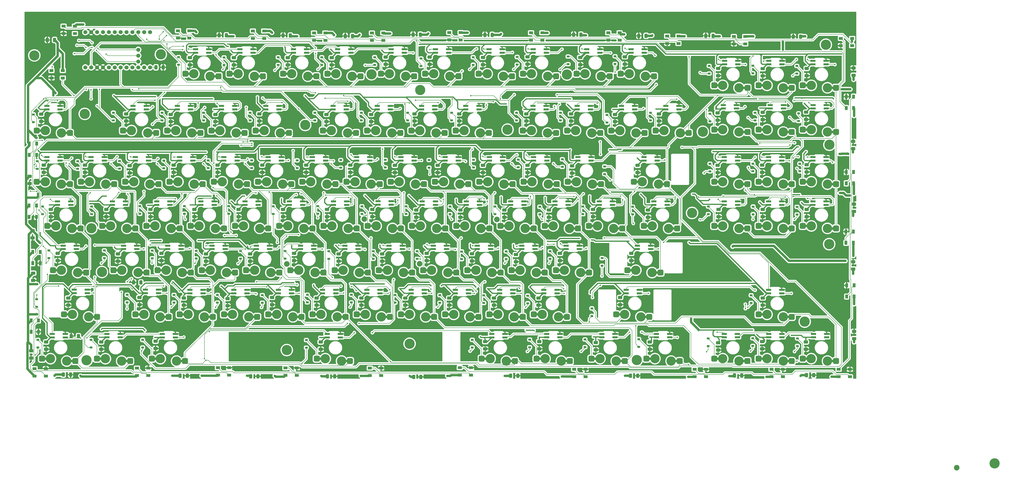
<source format=gbr>
%TF.GenerationSoftware,KiCad,Pcbnew,8.0.2-8.0.2-0~ubuntu22.04.1*%
%TF.CreationDate,2024-05-19T18:59:24-07:00*%
%TF.ProjectId,100kbd,3130306b-6264-42e6-9b69-6361645f7063,rev?*%
%TF.SameCoordinates,Original*%
%TF.FileFunction,Copper,L2,Bot*%
%TF.FilePolarity,Positive*%
%FSLAX46Y46*%
G04 Gerber Fmt 4.6, Leading zero omitted, Abs format (unit mm)*
G04 Created by KiCad (PCBNEW 8.0.2-8.0.2-0~ubuntu22.04.1) date 2024-05-19 18:59:24*
%MOMM*%
%LPD*%
G01*
G04 APERTURE LIST*
G04 Aperture macros list*
%AMRoundRect*
0 Rectangle with rounded corners*
0 $1 Rounding radius*
0 $2 $3 $4 $5 $6 $7 $8 $9 X,Y pos of 4 corners*
0 Add a 4 corners polygon primitive as box body*
4,1,4,$2,$3,$4,$5,$6,$7,$8,$9,$2,$3,0*
0 Add four circle primitives for the rounded corners*
1,1,$1+$1,$2,$3*
1,1,$1+$1,$4,$5*
1,1,$1+$1,$6,$7*
1,1,$1+$1,$8,$9*
0 Add four rect primitives between the rounded corners*
20,1,$1+$1,$2,$3,$4,$5,0*
20,1,$1+$1,$4,$5,$6,$7,0*
20,1,$1+$1,$6,$7,$8,$9,0*
20,1,$1+$1,$8,$9,$2,$3,0*%
%AMOutline5P*
0 Free polygon, 5 corners , with rotation*
0 The origin of the aperture is its center*
0 number of corners: always 5*
0 $1 to $10 corner X, Y*
0 $11 Rotation angle, in degrees counterclockwise*
0 create outline with 5 corners*
4,1,5,$1,$2,$3,$4,$5,$6,$7,$8,$9,$10,$1,$2,$11*%
%AMOutline6P*
0 Free polygon, 6 corners , with rotation*
0 The origin of the aperture is its center*
0 number of corners: always 6*
0 $1 to $12 corner X, Y*
0 $13 Rotation angle, in degrees counterclockwise*
0 create outline with 6 corners*
4,1,6,$1,$2,$3,$4,$5,$6,$7,$8,$9,$10,$11,$12,$1,$2,$13*%
%AMOutline7P*
0 Free polygon, 7 corners , with rotation*
0 The origin of the aperture is its center*
0 number of corners: always 7*
0 $1 to $14 corner X, Y*
0 $15 Rotation angle, in degrees counterclockwise*
0 create outline with 7 corners*
4,1,7,$1,$2,$3,$4,$5,$6,$7,$8,$9,$10,$11,$12,$13,$14,$1,$2,$15*%
%AMOutline8P*
0 Free polygon, 8 corners , with rotation*
0 The origin of the aperture is its center*
0 number of corners: always 8*
0 $1 to $16 corner X, Y*
0 $17 Rotation angle, in degrees counterclockwise*
0 create outline with 8 corners*
4,1,8,$1,$2,$3,$4,$5,$6,$7,$8,$9,$10,$11,$12,$13,$14,$15,$16,$1,$2,$17*%
G04 Aperture macros list end*
%TA.AperFunction,ComponentPad*%
%ADD10C,0.700000*%
%TD*%
%TA.AperFunction,ComponentPad*%
%ADD11C,4.400000*%
%TD*%
%TA.AperFunction,ComponentPad*%
%ADD12C,2.400000*%
%TD*%
%TA.AperFunction,SMDPad,CuDef*%
%ADD13RoundRect,0.500000X-0.750000X-0.775000X0.750000X-0.775000X0.750000X0.775000X-0.750000X0.775000X0*%
%TD*%
%TA.AperFunction,SMDPad,CuDef*%
%ADD14R,3.900000X1.000000*%
%TD*%
%TA.AperFunction,ComponentPad*%
%ADD15C,4.000000*%
%TD*%
%TA.AperFunction,SMDPad,CuDef*%
%ADD16R,3.750000X1.000000*%
%TD*%
%TA.AperFunction,ComponentPad*%
%ADD17C,1.752600*%
%TD*%
%TA.AperFunction,SMDPad,CuDef*%
%ADD18R,1.700000X1.200000*%
%TD*%
%TA.AperFunction,SMDPad,CuDef*%
%ADD19Outline5P,-0.850000X0.600000X0.850000X0.600000X0.850000X-0.600000X-0.610000X-0.600000X-0.850000X-0.360000X0.000000*%
%TD*%
%TA.AperFunction,SMDPad,CuDef*%
%ADD20Outline5P,-0.850000X0.600000X0.850000X0.600000X0.850000X-0.600000X-0.610000X-0.600000X-0.850000X-0.360000X180.000000*%
%TD*%
%TA.AperFunction,SMDPad,CuDef*%
%ADD21R,2.300000X0.820000*%
%TD*%
%TA.AperFunction,SMDPad,CuDef*%
%ADD22RoundRect,0.205000X-0.945000X-0.205000X0.945000X-0.205000X0.945000X0.205000X-0.945000X0.205000X0*%
%TD*%
%TA.AperFunction,SMDPad,CuDef*%
%ADD23RoundRect,0.250000X-0.650000X0.412500X-0.650000X-0.412500X0.650000X-0.412500X0.650000X0.412500X0*%
%TD*%
%TA.AperFunction,SMDPad,CuDef*%
%ADD24RoundRect,0.225000X0.375000X-0.225000X0.375000X0.225000X-0.375000X0.225000X-0.375000X-0.225000X0*%
%TD*%
%TA.AperFunction,SMDPad,CuDef*%
%ADD25R,1.200000X1.700000*%
%TD*%
%TA.AperFunction,SMDPad,CuDef*%
%ADD26Outline5P,-0.850000X0.600000X0.850000X0.600000X0.850000X-0.600000X-0.610000X-0.600000X-0.850000X-0.360000X90.000000*%
%TD*%
%TA.AperFunction,SMDPad,CuDef*%
%ADD27RoundRect,0.250000X-0.412500X-0.650000X0.412500X-0.650000X0.412500X0.650000X-0.412500X0.650000X0*%
%TD*%
%TA.AperFunction,SMDPad,CuDef*%
%ADD28RoundRect,0.250000X0.412500X0.650000X-0.412500X0.650000X-0.412500X-0.650000X0.412500X-0.650000X0*%
%TD*%
%TA.AperFunction,SMDPad,CuDef*%
%ADD29RoundRect,0.250000X0.650000X-0.412500X0.650000X0.412500X-0.650000X0.412500X-0.650000X-0.412500X0*%
%TD*%
%TA.AperFunction,SMDPad,CuDef*%
%ADD30Outline5P,-0.850000X0.600000X0.850000X0.600000X0.850000X-0.600000X-0.610000X-0.600000X-0.850000X-0.360000X270.000000*%
%TD*%
%TA.AperFunction,ViaPad*%
%ADD31C,0.600000*%
%TD*%
%TA.AperFunction,Conductor*%
%ADD32C,1.000000*%
%TD*%
%TA.AperFunction,Conductor*%
%ADD33C,0.200000*%
%TD*%
%TA.AperFunction,Conductor*%
%ADD34C,0.500000*%
%TD*%
%TA.AperFunction,Conductor*%
%ADD35C,0.000000*%
%TD*%
G04 APERTURE END LIST*
D10*
%TO.P,H5,1*%
%TO.N,N/C*%
X-81250000Y423600000D03*
X-80766726Y424766726D03*
X-80766726Y422433274D03*
X-79600000Y425250000D03*
D11*
X-79600000Y423600000D03*
D10*
X-79600000Y421950000D03*
X-78433274Y424766726D03*
X-78433274Y422433274D03*
X-77950000Y423600000D03*
%TD*%
%TO.P,H5,1*%
%TO.N,N/C*%
X-172183274Y432166726D03*
X-171700000Y433333452D03*
X-171700000Y431000000D03*
X-170533274Y433816726D03*
D11*
X-170533274Y432166726D03*
D10*
X-170533274Y430516726D03*
X-169366548Y433333452D03*
X-169366548Y431000000D03*
X-168883274Y432166726D03*
%TD*%
%TO.P,H5,1*%
%TO.N,N/C*%
X3150000Y423500000D03*
X3633274Y424666726D03*
X3633274Y422333274D03*
X4800000Y425150000D03*
D11*
X4800000Y423500000D03*
D10*
X4800000Y421850000D03*
X5966726Y424666726D03*
X5966726Y422333274D03*
X6450000Y423500000D03*
%TD*%
%TO.P,H5,1*%
%TO.N,N/C*%
X33250000Y300200000D03*
X33733274Y301366726D03*
X33733274Y299033274D03*
X34900000Y301850000D03*
D11*
X34900000Y300200000D03*
D10*
X34900000Y298550000D03*
X36066726Y301366726D03*
X36066726Y299033274D03*
X36550000Y300200000D03*
%TD*%
D12*
%TO.P,,1*%
%TO.N,N/C*%
X-58800000Y341800000D03*
%TD*%
%TO.P,,1*%
%TO.N,N/C*%
X-116100000Y341700000D03*
%TD*%
%TO.P,,1*%
%TO.N,N/C*%
X-82700000Y361100000D03*
%TD*%
%TO.P,,1*%
%TO.N,N/C*%
X-25500000Y360900000D03*
%TD*%
%TO.P,,1*%
%TO.N,N/C*%
X173000000Y253700000D03*
%TD*%
D10*
%TO.P,H5,1*%
%TO.N,N/C*%
X-109850000Y401700000D03*
X-109366726Y402866726D03*
X-109366726Y400533274D03*
X-108200000Y403350000D03*
D11*
X-108200000Y401700000D03*
D10*
X-108200000Y400050000D03*
X-107033274Y402866726D03*
X-107033274Y400533274D03*
X-106550000Y401700000D03*
%TD*%
%TO.P,H5,1*%
%TO.N,N/C*%
X-22500000Y399700000D03*
X-22016726Y400866726D03*
X-22016726Y398533274D03*
X-20850000Y401350000D03*
D11*
X-20850000Y399700000D03*
D10*
X-20850000Y398050000D03*
X-19683274Y400866726D03*
X-19683274Y398533274D03*
X-19200000Y399700000D03*
%TD*%
%TO.P,H5,1*%
%TO.N,N/C*%
X-226783274Y431733274D03*
X-226300000Y432900000D03*
X-226300000Y430566548D03*
X-225133274Y433383274D03*
D11*
X-225133274Y431733274D03*
D10*
X-225133274Y430083274D03*
X-223966548Y432900000D03*
X-223966548Y430566548D03*
X-223483274Y431733274D03*
%TD*%
%TO.P,H5,1*%
%TO.N,N/C*%
X-60200000Y416800000D03*
X-59716726Y417966726D03*
X-59716726Y415633274D03*
X-58550000Y418450000D03*
D11*
X-58550000Y416800000D03*
D10*
X-58550000Y415150000D03*
X-57383274Y417966726D03*
X-57383274Y415633274D03*
X-56900000Y416800000D03*
%TD*%
%TO.P,H5,1*%
%TO.N,N/C*%
X114850000Y436350000D03*
X115333274Y437516726D03*
X115333274Y435183274D03*
X116500000Y438000000D03*
D11*
X116500000Y436350000D03*
D10*
X116500000Y434700000D03*
X117666726Y437516726D03*
X117666726Y435183274D03*
X118150000Y436350000D03*
%TD*%
%TO.P,H1,1*%
%TO.N,N/C*%
X116283274Y350233274D03*
X116766548Y351400000D03*
X116766548Y349066548D03*
X117933274Y351883274D03*
D11*
X117933274Y350233274D03*
D10*
X117933274Y348583274D03*
X119100000Y351400000D03*
X119100000Y349066548D03*
X119583274Y350233274D03*
%TD*%
%TO.P,H6,1*%
%TO.N,N/C*%
X-202083274Y357133274D03*
X-201600000Y358300000D03*
X-201600000Y355966548D03*
X-200433274Y358783274D03*
D11*
X-200433274Y357133274D03*
D10*
X-200433274Y355483274D03*
X-199266548Y358300000D03*
X-199266548Y355966548D03*
X-198783274Y357133274D03*
%TD*%
%TO.P,H3,1*%
%TO.N,N/C*%
X-205000000Y406500000D03*
X-204516726Y407666726D03*
X-204516726Y405333274D03*
X-203350000Y408150000D03*
D11*
X-203350000Y406500000D03*
D10*
X-203350000Y404850000D03*
X-202183274Y407666726D03*
X-202183274Y405333274D03*
X-201700000Y406500000D03*
%TD*%
%TO.P,H4,1*%
%TO.N,N/C*%
X-204200000Y300100000D03*
X-203716726Y301266726D03*
X-203716726Y298933274D03*
X-202550000Y301750000D03*
D11*
X-202550000Y300100000D03*
D10*
X-202550000Y298450000D03*
X-201383274Y301266726D03*
X-201383274Y298933274D03*
X-200900000Y300100000D03*
%TD*%
%TO.P,H5,1*%
%TO.N,N/C*%
X187650000Y255550000D03*
X188133274Y256716726D03*
X188133274Y254383274D03*
X189300000Y257200000D03*
D11*
X189300000Y255550000D03*
D10*
X189300000Y253900000D03*
X190466726Y256716726D03*
X190466726Y254383274D03*
X190950000Y255550000D03*
%TD*%
%TO.P,H2,1*%
%TO.N,N/C*%
X-197583274Y338233274D03*
X-197100000Y339400000D03*
X-197100000Y337066548D03*
X-195933274Y339883274D03*
D11*
X-195933274Y338233274D03*
D10*
X-195933274Y336583274D03*
X-194766548Y339400000D03*
X-194766548Y337066548D03*
X-194283274Y338233274D03*
%TD*%
%TO.P,H6,1*%
%TO.N,N/C*%
X61750000Y398750000D03*
X62233274Y399916726D03*
X62233274Y397583274D03*
X63400000Y400400000D03*
D11*
X63400000Y398750000D03*
D10*
X63400000Y397100000D03*
X64566726Y399916726D03*
X64566726Y397583274D03*
X65050000Y398750000D03*
%TD*%
%TO.P,H1,1*%
%TO.N,N/C*%
X-117800000Y304500000D03*
X-117316726Y305666726D03*
X-117316726Y303333274D03*
X-116150000Y306150000D03*
D11*
X-116150000Y304500000D03*
D10*
X-116150000Y302850000D03*
X-114983274Y305666726D03*
X-114983274Y303333274D03*
X-114500000Y304500000D03*
%TD*%
%TO.P,H3,1*%
%TO.N,N/C*%
X-64783274Y307233274D03*
X-64300000Y308400000D03*
X-64300000Y306066548D03*
X-63133274Y308883274D03*
D11*
X-63133274Y307233274D03*
D10*
X-63133274Y305583274D03*
X-61966548Y308400000D03*
X-61966548Y306066548D03*
X-61483274Y307233274D03*
%TD*%
%TO.P,H4,1*%
%TO.N,N/C*%
X116383274Y393133274D03*
X116866548Y394300000D03*
X116866548Y391966548D03*
X118033274Y394783274D03*
D11*
X118033274Y393133274D03*
D10*
X118033274Y391483274D03*
X119200000Y394300000D03*
X119200000Y391966548D03*
X119683274Y393133274D03*
%TD*%
%TO.P,H5,1*%
%TO.N,N/C*%
X105750000Y316800000D03*
X106233274Y317966726D03*
X106233274Y315633274D03*
X107400000Y318450000D03*
D11*
X107400000Y316800000D03*
D10*
X107400000Y315150000D03*
X108566726Y317966726D03*
X108566726Y315633274D03*
X109050000Y316800000D03*
%TD*%
%TO.P,H2,1*%
%TO.N,N/C*%
X57116726Y363733274D03*
X57600000Y364900000D03*
X57600000Y362566548D03*
X58766726Y365383274D03*
D11*
X58766726Y363733274D03*
D10*
X58766726Y362083274D03*
X59933452Y364900000D03*
X59933452Y362566548D03*
X60416726Y363733274D03*
%TD*%
D13*
%TO.P,SW53,1,1*%
%TO.N,Net-(D53-A)*%
X-8345000Y300800000D03*
X-8345000Y300800000D03*
X-8345000Y300800000D03*
D14*
X-6620000Y300800000D03*
X-6620000Y300800000D03*
X-6620000Y300800000D03*
D15*
X-4670000Y300800000D03*
X-4670000Y300800000D03*
X-4670000Y300800000D03*
X-4670000Y300800000D03*
X-4670000Y300800000D03*
%TO.P,SW53,2,2*%
%TO.N,COL_3*%
X2330000Y299750000D03*
X2330000Y299750000D03*
X2330000Y299750000D03*
X2330000Y299750000D03*
X2330000Y299750000D03*
D16*
X4205000Y299750000D03*
X4205000Y299750000D03*
X4205000Y299750000D03*
D13*
X6005000Y299750000D03*
X6005000Y299750000D03*
X6005000Y299750000D03*
%TD*%
%TO.P,SW38,1,1*%
%TO.N,Net-(D38-A)*%
X-81475000Y399300000D03*
X-81475000Y399300000D03*
D14*
X-79750000Y399300000D03*
X-79750000Y399300000D03*
D15*
X-77800000Y399300000D03*
X-77800000Y399300000D03*
X-77800000Y399300000D03*
%TO.P,SW38,2,2*%
%TO.N,COL_8*%
X-70800000Y398250000D03*
X-70800000Y398250000D03*
X-70800000Y398250000D03*
D16*
X-68925000Y398250000D03*
X-68925000Y398250000D03*
D13*
X-67125000Y398250000D03*
X-67125000Y398250000D03*
%TD*%
%TO.P,SW17,1,1*%
%TO.N,Net-(D17-A)*%
X4825000Y399300000D03*
X4825000Y399300000D03*
D14*
X6550000Y399300000D03*
X6550000Y399300000D03*
D15*
X8500000Y399300000D03*
X8500000Y399300000D03*
X8500000Y399300000D03*
%TO.P,SW17,2,2*%
%TO.N,COL_7*%
X15500000Y398250000D03*
X15500000Y398250000D03*
X15500000Y398250000D03*
D16*
X17375000Y398250000D03*
X17375000Y398250000D03*
D13*
X19175000Y398250000D03*
X19175000Y398250000D03*
%TD*%
%TO.P,SW56,1,1*%
%TO.N,Net-(D56-A)*%
X-15000Y339000000D03*
X-15000Y339000000D03*
D14*
X1710000Y339000000D03*
X1710000Y339000000D03*
D15*
X3660000Y339000000D03*
X3660000Y339000000D03*
X3660000Y339000000D03*
%TO.P,SW56,2,2*%
%TO.N,COL_6*%
X10660000Y337950000D03*
X10660000Y337950000D03*
X10660000Y337950000D03*
D16*
X12535000Y337950000D03*
X12535000Y337950000D03*
D13*
X14335000Y337950000D03*
X14335000Y337950000D03*
%TD*%
%TO.P,SW22,1,1*%
%TO.N,Net-(D22-A)*%
X-152815000Y339000000D03*
X-152815000Y339000000D03*
D14*
X-151090000Y339000000D03*
X-151090000Y339000000D03*
D15*
X-149140000Y339000000D03*
X-149140000Y339000000D03*
X-149140000Y339000000D03*
%TO.P,SW22,2,2*%
%TO.N,COL_2*%
X-142140000Y337950000D03*
X-142140000Y337950000D03*
X-142140000Y337950000D03*
D16*
X-140265000Y337950000D03*
X-140265000Y337950000D03*
D13*
X-138465000Y337950000D03*
X-138465000Y337950000D03*
%TD*%
%TO.P,SW74,1,1*%
%TO.N,Net-(D74-A)*%
X-81219000Y358100000D03*
X-81219000Y358100000D03*
D14*
X-79494000Y358100000D03*
X-79494000Y358100000D03*
D15*
X-77544000Y358100000D03*
X-77544000Y358100000D03*
X-77544000Y358100000D03*
%TO.P,SW74,2,2*%
%TO.N,COL_4*%
X-70544000Y357050000D03*
X-70544000Y357050000D03*
X-70544000Y357050000D03*
D16*
X-68669000Y357050000D03*
X-68669000Y357050000D03*
D13*
X-66869000Y357050000D03*
X-66869000Y357050000D03*
%TD*%
%TO.P,SW10,1,1*%
%TO.N,Net-(D10-A)*%
X106555000Y377200000D03*
X106555000Y377200000D03*
D14*
X108280000Y377200000D03*
X108280000Y377200000D03*
D15*
X110230000Y377200000D03*
X110230000Y377200000D03*
X110230000Y377200000D03*
%TO.P,SW10,2,2*%
%TO.N,COL_10*%
X117230000Y376150000D03*
X117230000Y376150000D03*
X117230000Y376150000D03*
D16*
X119105000Y376150000D03*
X119105000Y376150000D03*
D13*
X120905000Y376150000D03*
X120905000Y376150000D03*
%TD*%
%TO.P,SW44,1,1*%
%TO.N,Net-(D44-A)*%
X-66875000Y319900000D03*
X-66875000Y319900000D03*
D14*
X-65150000Y319900000D03*
X-65150000Y319900000D03*
D15*
X-63200000Y319900000D03*
X-63200000Y319900000D03*
X-63200000Y319900000D03*
%TO.P,SW44,2,2*%
%TO.N,COL_4*%
X-56200000Y318850000D03*
X-56200000Y318850000D03*
X-56200000Y318850000D03*
D16*
X-54325000Y318850000D03*
X-54325000Y318850000D03*
D13*
X-52525000Y318850000D03*
X-52525000Y318850000D03*
%TD*%
%TO.P,SW21,1,1*%
%TO.N,Net-(D21-A)*%
X-217095000Y339000000D03*
X-217095000Y339000000D03*
X-217095000Y339000000D03*
D14*
X-215370000Y339000000D03*
X-215370000Y339000000D03*
X-215370000Y339000000D03*
D15*
X-213420000Y339000000D03*
X-213420000Y339000000D03*
X-213420000Y339000000D03*
X-213420000Y339000000D03*
X-213420000Y339000000D03*
%TO.P,SW21,2,2*%
%TO.N,COL_1*%
X-206420000Y337950000D03*
X-206420000Y337950000D03*
X-206420000Y337950000D03*
X-206420000Y337950000D03*
X-206420000Y337950000D03*
D16*
X-204545000Y337950000D03*
X-204545000Y337950000D03*
X-204545000Y337950000D03*
D13*
X-202745000Y337950000D03*
X-202745000Y337950000D03*
X-202745000Y337950000D03*
%TD*%
%TO.P,SW66,1,1*%
%TO.N,Net-(D66-A)*%
X-23919000Y358100000D03*
X-23919000Y358100000D03*
D14*
X-22194000Y358100000D03*
X-22194000Y358100000D03*
D15*
X-20244000Y358100000D03*
X-20244000Y358100000D03*
X-20244000Y358100000D03*
%TO.P,SW66,2,2*%
%TO.N,COL_6*%
X-13244000Y357050000D03*
X-13244000Y357050000D03*
X-13244000Y357050000D03*
D16*
X-11369000Y357050000D03*
X-11369000Y357050000D03*
D13*
X-9569000Y357050000D03*
X-9569000Y357050000D03*
%TD*%
%TO.P,SW90,1,1*%
%TO.N,Net-(D90-A)*%
X106555000Y418800000D03*
X106555000Y418800000D03*
D14*
X108280000Y418800000D03*
X108280000Y418800000D03*
D15*
X110230000Y418800000D03*
X110230000Y418800000D03*
X110230000Y418800000D03*
%TO.P,SW90,2,2*%
%TO.N,COL_10*%
X117230000Y417750000D03*
X117230000Y417750000D03*
X117230000Y417750000D03*
D16*
X119105000Y417750000D03*
X119105000Y417750000D03*
D13*
X120905000Y417750000D03*
X120905000Y417750000D03*
%TD*%
%TO.P,SW76,1,1*%
%TO.N,Net-(D76-A)*%
X-4819000Y358100000D03*
X-4819000Y358100000D03*
D14*
X-3094000Y358100000D03*
X-3094000Y358100000D03*
D15*
X-1144000Y358100000D03*
X-1144000Y358100000D03*
X-1144000Y358100000D03*
%TO.P,SW76,2,2*%
%TO.N,COL_6*%
X5856000Y357050000D03*
X5856000Y357050000D03*
X5856000Y357050000D03*
D16*
X7731000Y357050000D03*
X7731000Y357050000D03*
D13*
X9531000Y357050000D03*
X9531000Y357050000D03*
%TD*%
%TO.P,SW28,1,1*%
%TO.N,Net-(D28-A)*%
X-100575000Y399300000D03*
X-100575000Y399300000D03*
D14*
X-98850000Y399300000D03*
X-98850000Y399300000D03*
D15*
X-96900000Y399300000D03*
X-96900000Y399300000D03*
X-96900000Y399300000D03*
%TO.P,SW28,2,2*%
%TO.N,COL_8*%
X-89900000Y398250000D03*
X-89900000Y398250000D03*
X-89900000Y398250000D03*
D16*
X-88025000Y398250000D03*
X-88025000Y398250000D03*
D13*
X-86225000Y398250000D03*
X-86225000Y398250000D03*
%TD*%
%TO.P,SW41,1,1*%
%TO.N,Net-(D41-A)*%
X-221800000Y300800000D03*
X-221800000Y300800000D03*
X-221800000Y300800000D03*
D14*
X-220075000Y300800000D03*
X-220075000Y300800000D03*
X-220075000Y300800000D03*
D15*
X-218125000Y300800000D03*
X-218125000Y300800000D03*
X-218125000Y300800000D03*
X-218125000Y300800000D03*
X-218125000Y300800000D03*
%TO.P,SW41,2,2*%
%TO.N,COL_1*%
X-211125000Y299750000D03*
X-211125000Y299750000D03*
X-211125000Y299750000D03*
X-211125000Y299750000D03*
X-211125000Y299750000D03*
D16*
X-209250000Y299750000D03*
X-209250000Y299750000D03*
X-209250000Y299750000D03*
D13*
X-207450000Y299750000D03*
X-207450000Y299750000D03*
X-207450000Y299750000D03*
%TD*%
%TO.P,SW27,1,1*%
%TO.N,Net-(D27-A)*%
X43025000Y399300000D03*
X43025000Y399300000D03*
D14*
X44750000Y399300000D03*
X44750000Y399300000D03*
D15*
X46700000Y399300000D03*
X46700000Y399300000D03*
X46700000Y399300000D03*
%TO.P,SW27,2,2*%
%TO.N,COL_7*%
X53700000Y398250000D03*
X53700000Y398250000D03*
X53700000Y398250000D03*
D16*
X55575000Y398250000D03*
X55575000Y398250000D03*
D13*
X57375000Y398250000D03*
X57375000Y398250000D03*
%TD*%
%TO.P,SW87,1,1*%
%TO.N,Net-(D87-A)*%
X5125000Y377200000D03*
X5125000Y377200000D03*
D14*
X6850000Y377200000D03*
X6850000Y377200000D03*
D15*
X8800000Y377200000D03*
X8800000Y377200000D03*
X8800000Y377200000D03*
%TO.P,SW87,2,2*%
%TO.N,COL_7*%
X15800000Y376150000D03*
X15800000Y376150000D03*
X15800000Y376150000D03*
D16*
X17675000Y376150000D03*
X17675000Y376150000D03*
D13*
X19475000Y376150000D03*
X19475000Y376150000D03*
%TD*%
%TO.P,SW94,1,1*%
%TO.N,Net-(D94-A)*%
X-90375000Y377200000D03*
X-90375000Y377200000D03*
D14*
X-88650000Y377200000D03*
X-88650000Y377200000D03*
D15*
X-86700000Y377200000D03*
X-86700000Y377200000D03*
X-86700000Y377200000D03*
%TO.P,SW94,2,2*%
%TO.N,COL_4*%
X-79700000Y376150000D03*
X-79700000Y376150000D03*
X-79700000Y376150000D03*
D16*
X-77825000Y376150000D03*
X-77825000Y376150000D03*
D13*
X-76025000Y376150000D03*
X-76025000Y376150000D03*
%TD*%
%TO.P,SW6,1,1*%
%TO.N,Net-(D6-A)*%
X106540000Y300800000D03*
X106540000Y300800000D03*
D14*
X108265000Y300800000D03*
X108265000Y300800000D03*
D15*
X110215000Y300800000D03*
X110215000Y300800000D03*
X110215000Y300800000D03*
%TO.P,SW6,2,2*%
%TO.N,COL_6*%
X117215000Y299750000D03*
X117215000Y299750000D03*
X117215000Y299750000D03*
D16*
X119090000Y299750000D03*
X119090000Y299750000D03*
D13*
X120890000Y299750000D03*
X120890000Y299750000D03*
%TD*%
%TO.P,SW26,1,1*%
%TO.N,Net-(D26-A)*%
X-9575000Y319900000D03*
X-9575000Y319900000D03*
D14*
X-7850000Y319900000D03*
X-7850000Y319900000D03*
D15*
X-5900000Y319900000D03*
X-5900000Y319900000D03*
X-5900000Y319900000D03*
%TO.P,SW26,2,2*%
%TO.N,COL_6*%
X1100000Y318850000D03*
X1100000Y318850000D03*
X1100000Y318850000D03*
D16*
X2975000Y318850000D03*
X2975000Y318850000D03*
D13*
X4775000Y318850000D03*
X4775000Y318850000D03*
%TD*%
%TO.P,SW15,1,1*%
%TO.N,Net-(D15-A)*%
X87445000Y300800000D03*
X87445000Y300800000D03*
D14*
X89170000Y300800000D03*
X89170000Y300800000D03*
D15*
X91120000Y300800000D03*
X91120000Y300800000D03*
X91120000Y300800000D03*
%TO.P,SW15,2,2*%
%TO.N,COL_5*%
X98120000Y299750000D03*
X98120000Y299750000D03*
X98120000Y299750000D03*
D16*
X99995000Y299750000D03*
X99995000Y299750000D03*
D13*
X101795000Y299750000D03*
X101795000Y299750000D03*
%TD*%
%TO.P,SW83,1,1*%
%TO.N,Net-(D83-A)*%
X-119419000Y358100000D03*
X-119419000Y358100000D03*
D14*
X-117694000Y358100000D03*
X-117694000Y358100000D03*
D15*
X-115744000Y358100000D03*
X-115744000Y358100000D03*
X-115744000Y358100000D03*
%TO.P,SW83,2,2*%
%TO.N,COL_3*%
X-108744000Y357050000D03*
X-108744000Y357050000D03*
X-108744000Y357050000D03*
D16*
X-106869000Y357050000D03*
X-106869000Y357050000D03*
D13*
X-105069000Y357050000D03*
X-105069000Y357050000D03*
%TD*%
%TO.P,SW40,1,1*%
%TO.N,Net-(D40-A)*%
X87460000Y399700000D03*
X87460000Y399700000D03*
D14*
X89185000Y399700000D03*
X89185000Y399700000D03*
D15*
X91135000Y399700000D03*
X91135000Y399700000D03*
X91135000Y399700000D03*
%TO.P,SW40,2,2*%
%TO.N,COL_10*%
X98135000Y398650000D03*
X98135000Y398650000D03*
X98135000Y398650000D03*
D16*
X100010000Y398650000D03*
X100010000Y398650000D03*
D13*
X101810000Y398650000D03*
X101810000Y398650000D03*
%TD*%
%TO.P,SW52,1,1*%
%TO.N,Net-(D52-A)*%
X-185875000Y377200000D03*
X-185875000Y377200000D03*
D14*
X-184150000Y377200000D03*
X-184150000Y377200000D03*
D15*
X-182200000Y377200000D03*
X-182200000Y377200000D03*
X-182200000Y377200000D03*
%TO.P,SW52,2,2*%
%TO.N,COL_2*%
X-175200000Y376150000D03*
X-175200000Y376150000D03*
X-175200000Y376150000D03*
D16*
X-173325000Y376150000D03*
X-173325000Y376150000D03*
D13*
X-171525000Y376150000D03*
X-171525000Y376150000D03*
%TD*%
%TO.P,SW85,1,1*%
%TO.N,Net-(D85-A)*%
X-71275000Y377200000D03*
X-71275000Y377200000D03*
D14*
X-69550000Y377200000D03*
X-69550000Y377200000D03*
D15*
X-67600000Y377200000D03*
X-67600000Y377200000D03*
X-67600000Y377200000D03*
%TO.P,SW85,2,2*%
%TO.N,COL_5*%
X-60600000Y376150000D03*
X-60600000Y376150000D03*
X-60600000Y376150000D03*
D16*
X-58725000Y376150000D03*
X-58725000Y376150000D03*
D13*
X-56925000Y376150000D03*
X-56925000Y376150000D03*
%TD*%
%TO.P,SW36,1,1*%
%TO.N,Net-(D36-A)*%
X26005000Y319900000D03*
X26005000Y319900000D03*
X26005000Y319900000D03*
D14*
X27730000Y319900000D03*
X27730000Y319900000D03*
X27730000Y319900000D03*
D15*
X29680000Y319900000D03*
X29680000Y319900000D03*
X29680000Y319900000D03*
X29680000Y319900000D03*
X29680000Y319900000D03*
%TO.P,SW36,2,2*%
%TO.N,COL_6*%
X36680000Y318850000D03*
X36680000Y318850000D03*
X36680000Y318850000D03*
X36680000Y318850000D03*
X36680000Y318850000D03*
D16*
X38555000Y318850000D03*
X38555000Y318850000D03*
X38555000Y318850000D03*
D13*
X40355000Y318850000D03*
X40355000Y318850000D03*
X40355000Y318850000D03*
%TD*%
%TO.P,SW12,1,1*%
%TO.N,Net-(D12-A)*%
X-143275000Y319900000D03*
X-143275000Y319900000D03*
D14*
X-141550000Y319900000D03*
X-141550000Y319900000D03*
D15*
X-139600000Y319900000D03*
X-139600000Y319900000D03*
X-139600000Y319900000D03*
%TO.P,SW12,2,2*%
%TO.N,COL_2*%
X-132600000Y318850000D03*
X-132600000Y318850000D03*
X-132600000Y318850000D03*
D16*
X-130725000Y318850000D03*
X-130725000Y318850000D03*
D13*
X-128925000Y318850000D03*
X-128925000Y318850000D03*
%TD*%
%TO.P,SW100,1,1*%
%TO.N,Net-(D100-A)*%
X106565000Y399700000D03*
X106565000Y399700000D03*
D14*
X108290000Y399700000D03*
X108290000Y399700000D03*
D15*
X110240000Y399700000D03*
X110240000Y399700000D03*
X110240000Y399700000D03*
%TO.P,SW100,2,2*%
%TO.N,COL_10*%
X117240000Y398650000D03*
X117240000Y398650000D03*
X117240000Y398650000D03*
D16*
X119115000Y398650000D03*
X119115000Y398650000D03*
D13*
X120915000Y398650000D03*
X120915000Y398650000D03*
%TD*%
%TO.P,SW25,1,1*%
%TO.N,Net-(D25-A)*%
X-47775000Y319900000D03*
X-47775000Y319900000D03*
D14*
X-46050000Y319900000D03*
X-46050000Y319900000D03*
D15*
X-44100000Y319900000D03*
X-44100000Y319900000D03*
X-44100000Y319900000D03*
%TO.P,SW25,2,2*%
%TO.N,COL_5*%
X-37100000Y318850000D03*
X-37100000Y318850000D03*
X-37100000Y318850000D03*
D16*
X-35225000Y318850000D03*
X-35225000Y318850000D03*
D13*
X-33425000Y318850000D03*
X-33425000Y318850000D03*
%TD*%
%TO.P,SW19,1,1*%
%TO.N,Net-(D19-A)*%
X-140825000Y423800000D03*
X-140825000Y423800000D03*
D14*
X-139100000Y423800000D03*
X-139100000Y423800000D03*
D15*
X-137150000Y423800000D03*
X-137150000Y423800000D03*
X-137150000Y423800000D03*
%TO.P,SW19,2,2*%
%TO.N,COL_9*%
X-130150000Y422750000D03*
X-130150000Y422750000D03*
X-130150000Y422750000D03*
D16*
X-128275000Y422750000D03*
X-128275000Y422750000D03*
D13*
X-126475000Y422750000D03*
X-126475000Y422750000D03*
%TD*%
%TO.P,SW70,1,1*%
%TO.N,Net-(D70-A)*%
X68345000Y377200000D03*
X68345000Y377200000D03*
D14*
X70070000Y377200000D03*
X70070000Y377200000D03*
D15*
X72020000Y377200000D03*
X72020000Y377200000D03*
X72020000Y377200000D03*
%TO.P,SW70,2,2*%
%TO.N,COL_10*%
X79020000Y376150000D03*
X79020000Y376150000D03*
X79020000Y376150000D03*
D16*
X80895000Y376150000D03*
X80895000Y376150000D03*
D13*
X82695000Y376150000D03*
X82695000Y376150000D03*
%TD*%
%TO.P,SW63,1,1*%
%TO.N,Net-(D63-A)*%
X-105075000Y319900000D03*
X-105075000Y319900000D03*
D14*
X-103350000Y319900000D03*
X-103350000Y319900000D03*
D15*
X-101400000Y319900000D03*
X-101400000Y319900000D03*
X-101400000Y319900000D03*
%TO.P,SW63,2,2*%
%TO.N,COL_3*%
X-94400000Y318850000D03*
X-94400000Y318850000D03*
X-94400000Y318850000D03*
D16*
X-92525000Y318850000D03*
X-92525000Y318850000D03*
D13*
X-90725000Y318850000D03*
X-90725000Y318850000D03*
%TD*%
%TO.P,SW3,1,1*%
%TO.N,Net-(D3-A)*%
X-32050000Y300800000D03*
X-32050000Y300800000D03*
X-32050000Y300800000D03*
D14*
X-30325000Y300800000D03*
X-30325000Y300800000D03*
X-30325000Y300800000D03*
D15*
X-28375000Y300800000D03*
X-28375000Y300800000D03*
X-28375000Y300800000D03*
X-28375000Y300800000D03*
X-28375000Y300800000D03*
%TO.P,SW3,2,2*%
%TO.N,COL_3*%
X-21375000Y299750000D03*
X-21375000Y299750000D03*
X-21375000Y299750000D03*
X-21375000Y299750000D03*
X-21375000Y299750000D03*
D16*
X-19500000Y299750000D03*
X-19500000Y299750000D03*
X-19500000Y299750000D03*
D13*
X-17700000Y299750000D03*
X-17700000Y299750000D03*
X-17700000Y299750000D03*
%TD*%
%TO.P,SW93,1,1*%
%TO.N,Net-(D93-A)*%
X-128575000Y377200000D03*
X-128575000Y377200000D03*
D14*
X-126850000Y377200000D03*
X-126850000Y377200000D03*
D15*
X-124900000Y377200000D03*
X-124900000Y377200000D03*
X-124900000Y377200000D03*
%TO.P,SW93,2,2*%
%TO.N,COL_3*%
X-117900000Y376150000D03*
X-117900000Y376150000D03*
X-117900000Y376150000D03*
D16*
X-116025000Y376150000D03*
X-116025000Y376150000D03*
D13*
X-114225000Y376150000D03*
X-114225000Y376150000D03*
%TD*%
%TO.P,SW29,1,1*%
%TO.N,Net-(D29-A)*%
X8895000Y423800000D03*
X8895000Y423800000D03*
D14*
X10620000Y423800000D03*
X10620000Y423800000D03*
D15*
X12570000Y423800000D03*
X12570000Y423800000D03*
X12570000Y423800000D03*
%TO.P,SW29,2,2*%
%TO.N,COL_9*%
X19570000Y422750000D03*
X19570000Y422750000D03*
X19570000Y422750000D03*
D16*
X21445000Y422750000D03*
X21445000Y422750000D03*
D13*
X23245000Y422750000D03*
X23245000Y422750000D03*
%TD*%
%TO.P,SW95,1,1*%
%TO.N,Net-(D95-A)*%
X-52175000Y377200000D03*
X-52175000Y377200000D03*
D14*
X-50450000Y377200000D03*
X-50450000Y377200000D03*
D15*
X-48500000Y377200000D03*
X-48500000Y377200000D03*
X-48500000Y377200000D03*
%TO.P,SW95,2,2*%
%TO.N,COL_5*%
X-41500000Y376150000D03*
X-41500000Y376150000D03*
X-41500000Y376150000D03*
D16*
X-39625000Y376150000D03*
X-39625000Y376150000D03*
D13*
X-37825000Y376150000D03*
X-37825000Y376150000D03*
%TD*%
%TO.P,SW49,1,1*%
%TO.N,Net-(D49-A)*%
X-33310518Y423800000D03*
X-33310518Y423800000D03*
D14*
X-31585518Y423800000D03*
X-31585518Y423800000D03*
D15*
X-29635518Y423800000D03*
X-29635518Y423800000D03*
X-29635518Y423800000D03*
%TO.P,SW49,2,2*%
%TO.N,COL_9*%
X-22635518Y422750000D03*
X-22635518Y422750000D03*
X-22635518Y422750000D03*
D16*
X-20760518Y422750000D03*
X-20760518Y422750000D03*
D13*
X-18960518Y422750000D03*
X-18960518Y422750000D03*
%TD*%
%TO.P,SW71,1,1*%
%TO.N,Net-(D71-A)*%
X-198095000Y300800000D03*
X-198095000Y300800000D03*
X-198095000Y300800000D03*
D14*
X-196370000Y300800000D03*
X-196370000Y300800000D03*
X-196370000Y300800000D03*
D15*
X-194420000Y300800000D03*
X-194420000Y300800000D03*
X-194420000Y300800000D03*
X-194420000Y300800000D03*
X-194420000Y300800000D03*
%TO.P,SW71,2,2*%
%TO.N,COL_1*%
X-187420000Y299750000D03*
X-187420000Y299750000D03*
X-187420000Y299750000D03*
X-187420000Y299750000D03*
X-187420000Y299750000D03*
D16*
X-185545000Y299750000D03*
X-185545000Y299750000D03*
X-185545000Y299750000D03*
D13*
X-183745000Y299750000D03*
X-183745000Y299750000D03*
X-183745000Y299750000D03*
%TD*%
%TO.P,SW14,1,1*%
%TO.N,Net-(D14-A)*%
X-85975000Y319900000D03*
X-85975000Y319900000D03*
D14*
X-84250000Y319900000D03*
X-84250000Y319900000D03*
D15*
X-82300000Y319900000D03*
X-82300000Y319900000D03*
X-82300000Y319900000D03*
%TO.P,SW14,2,2*%
%TO.N,COL_4*%
X-75300000Y318850000D03*
X-75300000Y318850000D03*
X-75300000Y318850000D03*
D16*
X-73425000Y318850000D03*
X-73425000Y318850000D03*
D13*
X-71625000Y318850000D03*
X-71625000Y318850000D03*
%TD*%
%TO.P,SW84,1,1*%
%TO.N,Net-(D84-A)*%
X-109475000Y377200000D03*
X-109475000Y377200000D03*
D14*
X-107750000Y377200000D03*
X-107750000Y377200000D03*
D15*
X-105800000Y377200000D03*
X-105800000Y377200000D03*
X-105800000Y377200000D03*
%TO.P,SW84,2,2*%
%TO.N,COL_4*%
X-98800000Y376150000D03*
X-98800000Y376150000D03*
X-98800000Y376150000D03*
D16*
X-96925000Y376150000D03*
X-96925000Y376150000D03*
D13*
X-95125000Y376150000D03*
X-95125000Y376150000D03*
%TD*%
%TO.P,SW45,1,1*%
%TO.N,Net-(D45-A)*%
X-57315000Y339000000D03*
X-57315000Y339000000D03*
D14*
X-55590000Y339000000D03*
X-55590000Y339000000D03*
D15*
X-53640000Y339000000D03*
X-53640000Y339000000D03*
X-53640000Y339000000D03*
%TO.P,SW45,2,2*%
%TO.N,COL_5*%
X-46640000Y337950000D03*
X-46640000Y337950000D03*
X-46640000Y337950000D03*
D16*
X-44765000Y337950000D03*
X-44765000Y337950000D03*
D13*
X-42965000Y337950000D03*
X-42965000Y337950000D03*
%TD*%
%TO.P,SW42,1,1*%
%TO.N,Net-(D42-A)*%
X-166775000Y377200000D03*
X-166775000Y377200000D03*
D14*
X-165050000Y377200000D03*
X-165050000Y377200000D03*
D15*
X-163100000Y377200000D03*
X-163100000Y377200000D03*
X-163100000Y377200000D03*
%TO.P,SW42,2,2*%
%TO.N,COL_2*%
X-156100000Y376150000D03*
X-156100000Y376150000D03*
X-156100000Y376150000D03*
D16*
X-154225000Y376150000D03*
X-154225000Y376150000D03*
D13*
X-152425000Y376150000D03*
X-152425000Y376150000D03*
%TD*%
%TO.P,SW72,1,1*%
%TO.N,Net-(D72-A)*%
X-171915000Y339000000D03*
X-171915000Y339000000D03*
D14*
X-170190000Y339000000D03*
X-170190000Y339000000D03*
D15*
X-168240000Y339000000D03*
X-168240000Y339000000D03*
X-168240000Y339000000D03*
%TO.P,SW72,2,2*%
%TO.N,COL_2*%
X-161240000Y337950000D03*
X-161240000Y337950000D03*
X-161240000Y337950000D03*
D16*
X-159365000Y337950000D03*
X-159365000Y337950000D03*
D13*
X-157565000Y337950000D03*
X-157565000Y337950000D03*
%TD*%
%TO.P,SW24,1,1*%
%TO.N,Net-(D24-A)*%
X-95515000Y339000000D03*
X-95515000Y339000000D03*
D14*
X-93790000Y339000000D03*
X-93790000Y339000000D03*
D15*
X-91840000Y339000000D03*
X-91840000Y339000000D03*
X-91840000Y339000000D03*
%TO.P,SW24,2,2*%
%TO.N,COL_4*%
X-84840000Y337950000D03*
X-84840000Y337950000D03*
X-84840000Y337950000D03*
D16*
X-82965000Y337950000D03*
X-82965000Y337950000D03*
D13*
X-81165000Y337950000D03*
X-81165000Y337950000D03*
%TD*%
%TO.P,SW20,1,1*%
%TO.N,Net-(D20-A)*%
X106555000Y358100000D03*
X106555000Y358100000D03*
D14*
X108280000Y358100000D03*
X108280000Y358100000D03*
D15*
X110230000Y358100000D03*
X110230000Y358100000D03*
X110230000Y358100000D03*
%TO.P,SW20,2,2*%
%TO.N,COL_10*%
X117230000Y357050000D03*
X117230000Y357050000D03*
X117230000Y357050000D03*
D16*
X119105000Y357050000D03*
X119105000Y357050000D03*
D13*
X120905000Y357050000D03*
X120905000Y357050000D03*
%TD*%
%TO.P,SW13,1,1*%
%TO.N,Net-(D13-A)*%
X-124175000Y319900000D03*
X-124175000Y319900000D03*
D14*
X-122450000Y319900000D03*
X-122450000Y319900000D03*
D15*
X-120500000Y319900000D03*
X-120500000Y319900000D03*
X-120500000Y319900000D03*
%TO.P,SW13,2,2*%
%TO.N,COL_3*%
X-113500000Y318850000D03*
X-113500000Y318850000D03*
X-113500000Y318850000D03*
D16*
X-111625000Y318850000D03*
X-111625000Y318850000D03*
D13*
X-109825000Y318850000D03*
X-109825000Y318850000D03*
%TD*%
%TO.P,SW55,1,1*%
%TO.N,Net-(D55-A)*%
X-38215000Y339000000D03*
X-38215000Y339000000D03*
D14*
X-36490000Y339000000D03*
X-36490000Y339000000D03*
D15*
X-34540000Y339000000D03*
X-34540000Y339000000D03*
X-34540000Y339000000D03*
%TO.P,SW55,2,2*%
%TO.N,COL_5*%
X-27540000Y337950000D03*
X-27540000Y337950000D03*
X-27540000Y337950000D03*
D16*
X-25665000Y337950000D03*
X-25665000Y337950000D03*
D13*
X-23865000Y337950000D03*
X-23865000Y337950000D03*
%TD*%
%TO.P,SW98,1,1*%
%TO.N,Net-(D98-A)*%
X-129575000Y399300000D03*
X-129575000Y399300000D03*
D14*
X-127850000Y399300000D03*
X-127850000Y399300000D03*
D15*
X-125900000Y399300000D03*
X-125900000Y399300000D03*
X-125900000Y399300000D03*
%TO.P,SW98,2,2*%
%TO.N,COL_8*%
X-118900000Y398250000D03*
X-118900000Y398250000D03*
X-118900000Y398250000D03*
D16*
X-117025000Y398250000D03*
X-117025000Y398250000D03*
D13*
X-115225000Y398250000D03*
X-115225000Y398250000D03*
%TD*%
%TO.P,SW39,1,1*%
%TO.N,Net-(D39-A)*%
X27995000Y423800000D03*
X27995000Y423800000D03*
D14*
X29720000Y423800000D03*
X29720000Y423800000D03*
D15*
X31670000Y423800000D03*
X31670000Y423800000D03*
X31670000Y423800000D03*
%TO.P,SW39,2,2*%
%TO.N,COL_9*%
X38670000Y422750000D03*
X38670000Y422750000D03*
X38670000Y422750000D03*
D16*
X40545000Y422750000D03*
X40545000Y422750000D03*
D13*
X42345000Y422750000D03*
X42345000Y422750000D03*
%TD*%
%TO.P,SW11,1,1*%
%TO.N,Net-(D11-A)*%
X-219497000Y358100000D03*
X-219497000Y358100000D03*
X-219497000Y358100000D03*
D14*
X-217772000Y358100000D03*
X-217772000Y358100000D03*
X-217772000Y358100000D03*
X-217247000Y358100000D03*
X-217247000Y358100000D03*
D15*
X-215822000Y358100000D03*
X-215822000Y358100000D03*
X-215822000Y358100000D03*
X-215822000Y358100000D03*
X-215822000Y358100000D03*
%TO.P,SW11,2,2*%
%TO.N,COL_1*%
X-208822000Y357050000D03*
X-208822000Y357050000D03*
X-208822000Y357050000D03*
X-208822000Y357050000D03*
X-208822000Y357050000D03*
D16*
X-206947000Y357050000D03*
X-206947000Y357050000D03*
X-206947000Y357050000D03*
X-206422000Y357050000D03*
X-206422000Y357050000D03*
D13*
X-205147000Y357050000D03*
X-205147000Y357050000D03*
X-205147000Y357050000D03*
%TD*%
%TO.P,SW31,1,1*%
%TO.N,Net-(D31-A)*%
X-212325000Y319900000D03*
X-212325000Y319900000D03*
X-212325000Y319900000D03*
D14*
X-210600000Y319900000D03*
X-210600000Y319900000D03*
X-210600000Y319900000D03*
X-210075000Y319900000D03*
X-210075000Y319900000D03*
D15*
X-208650000Y319900000D03*
X-208650000Y319900000D03*
X-208650000Y319900000D03*
X-208650000Y319900000D03*
X-208650000Y319900000D03*
%TO.P,SW31,2,2*%
%TO.N,COL_1*%
X-201650000Y318850000D03*
X-201650000Y318850000D03*
X-201650000Y318850000D03*
X-201650000Y318850000D03*
X-201650000Y318850000D03*
D16*
X-199775000Y318850000D03*
X-199775000Y318850000D03*
X-199775000Y318850000D03*
X-199250000Y318850000D03*
X-199250000Y318850000D03*
D13*
X-197975000Y318850000D03*
X-197975000Y318850000D03*
X-197975000Y318850000D03*
%TD*%
%TO.P,SW73,1,1*%
%TO.N,Net-(D73-A)*%
X-114615000Y339000000D03*
X-114615000Y339000000D03*
D14*
X-112890000Y339000000D03*
X-112890000Y339000000D03*
D15*
X-110940000Y339000000D03*
X-110940000Y339000000D03*
X-110940000Y339000000D03*
%TO.P,SW73,2,2*%
%TO.N,COL_3*%
X-103940000Y337950000D03*
X-103940000Y337950000D03*
X-103940000Y337950000D03*
D16*
X-102065000Y337950000D03*
X-102065000Y337950000D03*
D13*
X-100265000Y337950000D03*
X-100265000Y337950000D03*
%TD*%
%TO.P,SW35,1,1*%
%TO.N,Net-(D35-A)*%
X-28675000Y319900000D03*
X-28675000Y319900000D03*
D14*
X-26950000Y319900000D03*
X-26950000Y319900000D03*
D15*
X-25000000Y319900000D03*
X-25000000Y319900000D03*
X-25000000Y319900000D03*
%TO.P,SW35,2,2*%
%TO.N,COL_5*%
X-18000000Y318850000D03*
X-18000000Y318850000D03*
X-18000000Y318850000D03*
D16*
X-16125000Y318850000D03*
X-16125000Y318850000D03*
D13*
X-14325000Y318850000D03*
X-14325000Y318850000D03*
%TD*%
%TO.P,SW62,1,1*%
%TO.N,Net-(D62-A)*%
X-176719000Y358100000D03*
X-176719000Y358100000D03*
D14*
X-174994000Y358100000D03*
X-174994000Y358100000D03*
D15*
X-173044000Y358100000D03*
X-173044000Y358100000D03*
X-173044000Y358100000D03*
%TO.P,SW62,2,2*%
%TO.N,COL_2*%
X-166044000Y357050000D03*
X-166044000Y357050000D03*
X-166044000Y357050000D03*
D16*
X-164169000Y357050000D03*
X-164169000Y357050000D03*
D13*
X-162369000Y357050000D03*
X-162369000Y357050000D03*
%TD*%
%TO.P,SW79,1,1*%
%TO.N,Net-(D79-A)*%
X-56415000Y423800000D03*
X-56415000Y423800000D03*
D14*
X-54690000Y423800000D03*
X-54690000Y423800000D03*
D15*
X-52740000Y423800000D03*
X-52740000Y423800000D03*
X-52740000Y423800000D03*
%TO.P,SW79,2,2*%
%TO.N,COL_9*%
X-45740000Y422750000D03*
X-45740000Y422750000D03*
X-45740000Y422750000D03*
D16*
X-43865000Y422750000D03*
X-43865000Y422750000D03*
D13*
X-42065000Y422750000D03*
X-42065000Y422750000D03*
%TD*%
%TO.P,SW60,1,1*%
%TO.N,Net-(D60-A)*%
X87450000Y358100000D03*
X87450000Y358100000D03*
D14*
X89175000Y358100000D03*
X89175000Y358100000D03*
D15*
X91125000Y358100000D03*
X91125000Y358100000D03*
X91125000Y358100000D03*
%TO.P,SW60,2,2*%
%TO.N,COL_10*%
X98125000Y357050000D03*
X98125000Y357050000D03*
X98125000Y357050000D03*
D16*
X100000000Y357050000D03*
X100000000Y357050000D03*
D13*
X101800000Y357050000D03*
X101800000Y357050000D03*
%TD*%
%TO.P,SW91,1,1*%
%TO.N,Net-(D91-A)*%
X-191015000Y339000000D03*
X-191015000Y339000000D03*
D14*
X-189290000Y339000000D03*
X-189290000Y339000000D03*
D15*
X-187340000Y339000000D03*
X-187340000Y339000000D03*
X-187340000Y339000000D03*
%TO.P,SW91,2,2*%
%TO.N,COL_1*%
X-180340000Y337950000D03*
X-180340000Y337950000D03*
X-180340000Y337950000D03*
D16*
X-178465000Y337950000D03*
X-178465000Y337950000D03*
D13*
X-176665000Y337950000D03*
X-176665000Y337950000D03*
%TD*%
%TO.P,SW68,1,1*%
%TO.N,Net-(D68-A)*%
X-186875000Y399300000D03*
X-186875000Y399300000D03*
D14*
X-185150000Y399300000D03*
X-185150000Y399300000D03*
D15*
X-183200000Y399300000D03*
X-183200000Y399300000D03*
X-183200000Y399300000D03*
%TO.P,SW68,2,2*%
%TO.N,COL_8*%
X-176200000Y398250000D03*
X-176200000Y398250000D03*
X-176200000Y398250000D03*
D16*
X-174325000Y398250000D03*
X-174325000Y398250000D03*
D13*
X-172525000Y398250000D03*
X-172525000Y398250000D03*
%TD*%
%TO.P,SW61,1,1*%
%TO.N,Net-(D61-A)*%
X-204975000Y377200000D03*
X-204975000Y377200000D03*
D14*
X-203250000Y377200000D03*
X-203250000Y377200000D03*
D15*
X-201300000Y377200000D03*
X-201300000Y377200000D03*
X-201300000Y377200000D03*
%TO.P,SW61,2,2*%
%TO.N,COL_1*%
X-194300000Y376150000D03*
X-194300000Y376150000D03*
X-194300000Y376150000D03*
D16*
X-192425000Y376150000D03*
X-192425000Y376150000D03*
D13*
X-190625000Y376150000D03*
X-190625000Y376150000D03*
%TD*%
%TO.P,SW67,1,1*%
%TO.N,Net-(D67-A)*%
X14281000Y358100000D03*
X14281000Y358100000D03*
D14*
X16006000Y358100000D03*
X16006000Y358100000D03*
D15*
X17956000Y358100000D03*
X17956000Y358100000D03*
X17956000Y358100000D03*
%TO.P,SW67,2,2*%
%TO.N,COL_7*%
X24956000Y357050000D03*
X24956000Y357050000D03*
X24956000Y357050000D03*
D16*
X26831000Y357050000D03*
X26831000Y357050000D03*
D13*
X28631000Y357050000D03*
X28631000Y357050000D03*
%TD*%
%TO.P,SW75,1,1*%
%TO.N,Net-(D75-A)*%
X-43019000Y358100000D03*
X-43019000Y358100000D03*
D14*
X-41294000Y358100000D03*
X-41294000Y358100000D03*
D15*
X-39344000Y358100000D03*
X-39344000Y358100000D03*
X-39344000Y358100000D03*
%TO.P,SW75,2,2*%
%TO.N,COL_5*%
X-32344000Y357050000D03*
X-32344000Y357050000D03*
X-32344000Y357050000D03*
D16*
X-30469000Y357050000D03*
X-30469000Y357050000D03*
D13*
X-28669000Y357050000D03*
X-28669000Y357050000D03*
%TD*%
%TO.P,SW96,1,1*%
%TO.N,Net-(D96-A)*%
X-13975000Y377200000D03*
X-13975000Y377200000D03*
D14*
X-12250000Y377200000D03*
X-12250000Y377200000D03*
D15*
X-10300000Y377200000D03*
X-10300000Y377200000D03*
X-10300000Y377200000D03*
%TO.P,SW96,2,2*%
%TO.N,COL_6*%
X-3300000Y376150000D03*
X-3300000Y376150000D03*
X-3300000Y376150000D03*
D16*
X-1425000Y376150000D03*
X-1425000Y376150000D03*
D13*
X375000Y376150000D03*
X375000Y376150000D03*
%TD*%
%TO.P,SW80,1,1*%
%TO.N,Net-(D80-A)*%
X87450000Y377200000D03*
X87450000Y377200000D03*
D14*
X89175000Y377200000D03*
X89175000Y377200000D03*
D15*
X91125000Y377200000D03*
X91125000Y377200000D03*
X91125000Y377200000D03*
%TO.P,SW80,2,2*%
%TO.N,COL_10*%
X98125000Y376150000D03*
X98125000Y376150000D03*
X98125000Y376150000D03*
D16*
X100000000Y376150000D03*
X100000000Y376150000D03*
D13*
X101800000Y376150000D03*
X101800000Y376150000D03*
%TD*%
%TO.P,SW89,1,1*%
%TO.N,Net-(D89-A)*%
X-117715000Y423800000D03*
X-117715000Y423800000D03*
D14*
X-115990000Y423800000D03*
X-115990000Y423800000D03*
D15*
X-114040000Y423800000D03*
X-114040000Y423800000D03*
X-114040000Y423800000D03*
%TO.P,SW89,2,2*%
%TO.N,COL_9*%
X-107040000Y422750000D03*
X-107040000Y422750000D03*
X-107040000Y422750000D03*
D16*
X-105165000Y422750000D03*
X-105165000Y422750000D03*
D13*
X-103365000Y422750000D03*
X-103365000Y422750000D03*
%TD*%
%TO.P,SW92,1,1*%
%TO.N,Net-(D92-A)*%
X-174390000Y300800000D03*
X-174390000Y300800000D03*
X-174390000Y300800000D03*
D14*
X-172665000Y300800000D03*
X-172665000Y300800000D03*
X-172665000Y300800000D03*
D15*
X-170715000Y300800000D03*
X-170715000Y300800000D03*
X-170715000Y300800000D03*
X-170715000Y300800000D03*
X-170715000Y300800000D03*
%TO.P,SW92,2,2*%
%TO.N,COL_2*%
X-163715000Y299750000D03*
X-163715000Y299750000D03*
X-163715000Y299750000D03*
X-163715000Y299750000D03*
X-163715000Y299750000D03*
D16*
X-161840000Y299750000D03*
X-161840000Y299750000D03*
X-161840000Y299750000D03*
D13*
X-160040000Y299750000D03*
X-160040000Y299750000D03*
X-160040000Y299750000D03*
%TD*%
%TO.P,SW59,1,1*%
%TO.N,Net-(D59-A)*%
X-14210518Y423800000D03*
X-14210518Y423800000D03*
D14*
X-12485518Y423800000D03*
X-12485518Y423800000D03*
D15*
X-10535518Y423800000D03*
X-10535518Y423800000D03*
X-10535518Y423800000D03*
%TO.P,SW59,2,2*%
%TO.N,COL_9*%
X-3535518Y422750000D03*
X-3535518Y422750000D03*
X-3535518Y422750000D03*
D16*
X-1660518Y422750000D03*
X-1660518Y422750000D03*
D13*
X139482Y422750000D03*
X139482Y422750000D03*
%TD*%
%TO.P,SW58,1,1*%
%TO.N,Net-(D58-A)*%
X-43275000Y399300000D03*
X-43275000Y399300000D03*
D14*
X-41550000Y399300000D03*
X-41550000Y399300000D03*
D15*
X-39600000Y399300000D03*
X-39600000Y399300000D03*
X-39600000Y399300000D03*
%TO.P,SW58,2,2*%
%TO.N,COL_8*%
X-32600000Y398250000D03*
X-32600000Y398250000D03*
X-32600000Y398250000D03*
D16*
X-30725000Y398250000D03*
X-30725000Y398250000D03*
D13*
X-28925000Y398250000D03*
X-28925000Y398250000D03*
%TD*%
%TO.P,SW50,1,1*%
%TO.N,Net-(D50-A)*%
X68345000Y358100000D03*
X68345000Y358100000D03*
D14*
X70070000Y358100000D03*
X70070000Y358100000D03*
D15*
X72020000Y358100000D03*
X72020000Y358100000D03*
X72020000Y358100000D03*
%TO.P,SW50,2,2*%
%TO.N,COL_10*%
X79020000Y357050000D03*
X79020000Y357050000D03*
X79020000Y357050000D03*
D16*
X80895000Y357050000D03*
X80895000Y357050000D03*
D13*
X82695000Y357050000D03*
X82695000Y357050000D03*
%TD*%
%TO.P,SW43,1,1*%
%TO.N,Net-(D43-A)*%
X-147675000Y377200000D03*
X-147675000Y377200000D03*
D14*
X-145950000Y377200000D03*
X-145950000Y377200000D03*
D15*
X-144000000Y377200000D03*
X-144000000Y377200000D03*
X-144000000Y377200000D03*
%TO.P,SW43,2,2*%
%TO.N,COL_3*%
X-137000000Y376150000D03*
X-137000000Y376150000D03*
X-137000000Y376150000D03*
D16*
X-135125000Y376150000D03*
X-135125000Y376150000D03*
D13*
X-133325000Y376150000D03*
X-133325000Y376150000D03*
%TD*%
%TO.P,SW51,1,1*%
%TO.N,Net-(D51-A)*%
X-195819000Y358100000D03*
X-195819000Y358100000D03*
D14*
X-194094000Y358100000D03*
X-194094000Y358100000D03*
D15*
X-192144000Y358100000D03*
X-192144000Y358100000D03*
X-192144000Y358100000D03*
%TO.P,SW51,2,2*%
%TO.N,COL_1*%
X-185144000Y357050000D03*
X-185144000Y357050000D03*
X-185144000Y357050000D03*
D16*
X-183269000Y357050000D03*
X-183269000Y357050000D03*
D13*
X-181469000Y357050000D03*
X-181469000Y357050000D03*
%TD*%
%TO.P,SW82,1,1*%
%TO.N,Net-(D82-A)*%
X-162375000Y319900000D03*
X-162375000Y319900000D03*
D14*
X-160650000Y319900000D03*
X-160650000Y319900000D03*
D15*
X-158700000Y319900000D03*
X-158700000Y319900000D03*
X-158700000Y319900000D03*
%TO.P,SW82,2,2*%
%TO.N,COL_2*%
X-151700000Y318850000D03*
X-151700000Y318850000D03*
X-151700000Y318850000D03*
D16*
X-149825000Y318850000D03*
X-149825000Y318850000D03*
D13*
X-148025000Y318850000D03*
X-148025000Y318850000D03*
%TD*%
%TO.P,SW57,1,1*%
%TO.N,Net-(D57-A)*%
X23925000Y399300000D03*
X23925000Y399300000D03*
D14*
X25650000Y399300000D03*
X25650000Y399300000D03*
D15*
X27600000Y399300000D03*
X27600000Y399300000D03*
X27600000Y399300000D03*
%TO.P,SW57,2,2*%
%TO.N,COL_7*%
X34600000Y398250000D03*
X34600000Y398250000D03*
X34600000Y398250000D03*
D16*
X36475000Y398250000D03*
X36475000Y398250000D03*
D13*
X38275000Y398250000D03*
X38275000Y398250000D03*
%TD*%
%TO.P,SW86,1,1*%
%TO.N,Net-(D86-A)*%
X-33075000Y377200000D03*
X-33075000Y377200000D03*
D14*
X-31350000Y377200000D03*
X-31350000Y377200000D03*
D15*
X-29400000Y377200000D03*
X-29400000Y377200000D03*
X-29400000Y377200000D03*
%TO.P,SW86,2,2*%
%TO.N,COL_6*%
X-22400000Y376150000D03*
X-22400000Y376150000D03*
X-22400000Y376150000D03*
D16*
X-20525000Y376150000D03*
X-20525000Y376150000D03*
D13*
X-18725000Y376150000D03*
X-18725000Y376150000D03*
%TD*%
%TO.P,SW18,1,1*%
%TO.N,Net-(D18-A)*%
X-14275000Y399300000D03*
X-14275000Y399300000D03*
D14*
X-12550000Y399300000D03*
X-12550000Y399300000D03*
D15*
X-10600000Y399300000D03*
X-10600000Y399300000D03*
X-10600000Y399300000D03*
%TO.P,SW18,2,2*%
%TO.N,COL_8*%
X-3600000Y398250000D03*
X-3600000Y398250000D03*
X-3600000Y398250000D03*
D16*
X-1725000Y398250000D03*
X-1725000Y398250000D03*
D13*
X75000Y398250000D03*
X75000Y398250000D03*
%TD*%
%TO.P,SW47,1,1*%
%TO.N,Net-(D47-A)*%
X30835000Y339000000D03*
X30835000Y339000000D03*
X30835000Y339000000D03*
D14*
X32560000Y339000000D03*
X32560000Y339000000D03*
X32560000Y339000000D03*
X33085000Y339000000D03*
X33085000Y339000000D03*
D15*
X34510000Y339000000D03*
X34510000Y339000000D03*
X34510000Y339000000D03*
X34510000Y339000000D03*
X34510000Y339000000D03*
%TO.P,SW47,2,2*%
%TO.N,COL_7*%
X41510000Y337950000D03*
X41510000Y337950000D03*
X41510000Y337950000D03*
X41510000Y337950000D03*
X41510000Y337950000D03*
D16*
X43385000Y337950000D03*
X43385000Y337950000D03*
X43385000Y337950000D03*
X43910000Y337950000D03*
X43910000Y337950000D03*
D13*
X45185000Y337950000D03*
X45185000Y337950000D03*
X45185000Y337950000D03*
%TD*%
%TO.P,SW99,1,1*%
%TO.N,Net-(D99-A)*%
X-98615000Y423800000D03*
X-98615000Y423800000D03*
D14*
X-96890000Y423800000D03*
X-96890000Y423800000D03*
D15*
X-94940000Y423800000D03*
X-94940000Y423800000D03*
X-94940000Y423800000D03*
%TO.P,SW99,2,2*%
%TO.N,COL_9*%
X-87940000Y422750000D03*
X-87940000Y422750000D03*
X-87940000Y422750000D03*
D16*
X-86065000Y422750000D03*
X-86065000Y422750000D03*
D13*
X-84265000Y422750000D03*
X-84265000Y422750000D03*
%TD*%
%TO.P,SW88,1,1*%
%TO.N,Net-(D88-A)*%
X-148675000Y399300000D03*
X-148675000Y399300000D03*
D14*
X-146950000Y399300000D03*
X-146950000Y399300000D03*
D15*
X-145000000Y399300000D03*
X-145000000Y399300000D03*
X-145000000Y399300000D03*
%TO.P,SW88,2,2*%
%TO.N,COL_8*%
X-138000000Y398250000D03*
X-138000000Y398250000D03*
X-138000000Y398250000D03*
D16*
X-136125000Y398250000D03*
X-136125000Y398250000D03*
D13*
X-134325000Y398250000D03*
X-134325000Y398250000D03*
%TD*%
%TO.P,SW5,1,1*%
%TO.N,Net-(D5-A)*%
X68345000Y300800000D03*
X68345000Y300800000D03*
D14*
X70070000Y300800000D03*
X70070000Y300800000D03*
D15*
X72020000Y300800000D03*
X72020000Y300800000D03*
X72020000Y300800000D03*
%TO.P,SW5,2,2*%
%TO.N,COL_5*%
X79020000Y299750000D03*
X79020000Y299750000D03*
X79020000Y299750000D03*
D16*
X80895000Y299750000D03*
X80895000Y299750000D03*
D13*
X82695000Y299750000D03*
X82695000Y299750000D03*
%TD*%
%TO.P,SW34,1,1*%
%TO.N,Net-(D34-A)*%
X39065000Y300800000D03*
X39065000Y300800000D03*
X39065000Y300800000D03*
D14*
X40790000Y300800000D03*
X40790000Y300800000D03*
X40790000Y300800000D03*
D15*
X42740000Y300800000D03*
X42740000Y300800000D03*
X42740000Y300800000D03*
X42740000Y300800000D03*
X42740000Y300800000D03*
%TO.P,SW34,2,2*%
%TO.N,COL_4*%
X49740000Y299750000D03*
X49740000Y299750000D03*
X49740000Y299750000D03*
X49740000Y299750000D03*
X49740000Y299750000D03*
D16*
X51615000Y299750000D03*
X51615000Y299750000D03*
X51615000Y299750000D03*
D13*
X53415000Y299750000D03*
X53415000Y299750000D03*
X53415000Y299750000D03*
%TD*%
%TO.P,SW78,1,1*%
%TO.N,Net-(D78-A)*%
X-167775000Y399300000D03*
X-167775000Y399300000D03*
D14*
X-166050000Y399300000D03*
X-166050000Y399300000D03*
D15*
X-164100000Y399300000D03*
X-164100000Y399300000D03*
X-164100000Y399300000D03*
%TO.P,SW78,2,2*%
%TO.N,COL_8*%
X-157100000Y398250000D03*
X-157100000Y398250000D03*
X-157100000Y398250000D03*
D16*
X-155225000Y398250000D03*
X-155225000Y398250000D03*
D13*
X-153425000Y398250000D03*
X-153425000Y398250000D03*
%TD*%
%TO.P,SW1,1,1*%
%TO.N,Net-(D1-A)*%
X-224075000Y377200000D03*
X-224075000Y377200000D03*
D14*
X-222350000Y377200000D03*
X-222350000Y377200000D03*
D15*
X-220400000Y377200000D03*
X-220400000Y377200000D03*
X-220400000Y377200000D03*
%TO.P,SW1,2,2*%
%TO.N,COL_1*%
X-213400000Y376150000D03*
X-213400000Y376150000D03*
X-213400000Y376150000D03*
D16*
X-211525000Y376150000D03*
X-211525000Y376150000D03*
D13*
X-209725000Y376150000D03*
X-209725000Y376150000D03*
%TD*%
%TO.P,SW48,1,1*%
%TO.N,Net-(D48-A)*%
X-62375000Y399300000D03*
X-62375000Y399300000D03*
D14*
X-60650000Y399300000D03*
X-60650000Y399300000D03*
D15*
X-58700000Y399300000D03*
X-58700000Y399300000D03*
X-58700000Y399300000D03*
%TO.P,SW48,2,2*%
%TO.N,COL_8*%
X-51700000Y398250000D03*
X-51700000Y398250000D03*
X-51700000Y398250000D03*
D16*
X-49825000Y398250000D03*
X-49825000Y398250000D03*
D13*
X-48025000Y398250000D03*
X-48025000Y398250000D03*
%TD*%
%TO.P,SW9,1,1*%
%TO.N,Net-(D9-A)*%
X-159925000Y423800000D03*
X-159925000Y423800000D03*
D14*
X-158200000Y423800000D03*
X-158200000Y423800000D03*
D15*
X-156250000Y423800000D03*
X-156250000Y423800000D03*
X-156250000Y423800000D03*
%TO.P,SW9,2,2*%
%TO.N,COL_9*%
X-149250000Y422750000D03*
X-149250000Y422750000D03*
X-149250000Y422750000D03*
D16*
X-147375000Y422750000D03*
X-147375000Y422750000D03*
D13*
X-145575000Y422750000D03*
X-145575000Y422750000D03*
%TD*%
%TO.P,SW7,1,1*%
%TO.N,Net-(D7-A)*%
X87455000Y418800000D03*
X87455000Y418800000D03*
D14*
X89180000Y418800000D03*
X89180000Y418800000D03*
D15*
X91130000Y418800000D03*
X91130000Y418800000D03*
X91130000Y418800000D03*
%TO.P,SW7,2,2*%
%TO.N,COL_7*%
X98130000Y417750000D03*
X98130000Y417750000D03*
X98130000Y417750000D03*
D16*
X100005000Y417750000D03*
X100005000Y417750000D03*
D13*
X101805000Y417750000D03*
X101805000Y417750000D03*
%TD*%
%TO.P,SW8,1,1*%
%TO.N,Net-(D8-A)*%
X-224075000Y399300000D03*
X-224075000Y399300000D03*
D14*
X-222350000Y399300000D03*
X-222350000Y399300000D03*
D15*
X-220400000Y399300000D03*
X-220400000Y399300000D03*
X-220400000Y399300000D03*
%TO.P,SW8,2,2*%
%TO.N,COL_8*%
X-213400000Y398250000D03*
X-213400000Y398250000D03*
X-213400000Y398250000D03*
D16*
X-211525000Y398250000D03*
X-211525000Y398250000D03*
D13*
X-209725000Y398250000D03*
X-209725000Y398250000D03*
%TD*%
D17*
%TO.P,U1,1,P0.06*%
%TO.N,COL_8*%
X-203100000Y426560000D03*
%TO.P,U1,2,P0.08*%
%TO.N,COL_9*%
X-200560000Y426560000D03*
%TO.P,U1,3,GND*%
%TO.N,GND*%
X-198020000Y426560000D03*
%TO.P,U1,4,GND*%
X-195480000Y426560000D03*
%TO.P,U1,5,P0.17*%
%TO.N,COL_7*%
X-192940000Y426560000D03*
%TO.P,U1,6,P0.20*%
%TO.N,COL_6*%
X-190400000Y426560000D03*
%TO.P,U1,7,P0.22*%
%TO.N,ROW_1*%
X-187860000Y426560000D03*
%TO.P,U1,8,P0.24*%
%TO.N,ROW_2*%
X-185320000Y426560000D03*
%TO.P,U1,9,P1.00*%
%TO.N,ROW_3*%
X-182780000Y426560000D03*
%TO.P,U1,10,P0.11*%
%TO.N,ROW_4*%
X-180240000Y426560000D03*
%TO.P,U1,11,P1.04*%
%TO.N,ROW_5*%
X-177700000Y426560000D03*
%TO.P,U1,12,P1.06*%
%TO.N,COL_99*%
X-175160000Y426560000D03*
%TO.P,U1,13,P0.09*%
%TO.N,ROW_8*%
X-175160000Y441800000D03*
%TO.P,U1,14,P0.10*%
%TO.N,ROW_9*%
X-177700000Y441800000D03*
%TO.P,U1,15,P1.11*%
%TO.N,ROW_10*%
X-180240000Y441800000D03*
%TO.P,U1,16,P1.13*%
%TO.N,COL_10*%
X-182780000Y441800000D03*
%TO.P,U1,17,P1.15*%
%TO.N,ROW_7*%
X-185320000Y441800000D03*
%TO.P,U1,18,P0.02*%
%TO.N,COL_3*%
X-187860000Y441800000D03*
%TO.P,U1,19,P0.29*%
%TO.N,COL_2*%
X-190400000Y441800000D03*
%TO.P,U1,20,P0.31*%
%TO.N,COL_1*%
X-192940000Y441800000D03*
%TO.P,U1,21,3.3V/VCC*%
%TO.N,VCC_3.7V*%
X-195480000Y441800000D03*
%TO.P,U1,22,RESET*%
%TO.N,RESET*%
X-198020000Y441800000D03*
%TO.P,U1,23,GND*%
%TO.N,GND*%
X-200560000Y441800000D03*
%TO.P,U1,24,BTTR+*%
%TO.N,BTTR+*%
X-203100000Y441800000D03*
%TO.P,U1,25,P1.01*%
%TO.N,COL_5*%
X-180240000Y429100000D03*
%TO.P,U1,26,P1.02*%
%TO.N,COL_4*%
X-180240000Y431640000D03*
%TO.P,U1,27,P1.07*%
%TO.N,ROW_6*%
X-180240000Y434180000D03*
%TD*%
D13*
%TO.P,SW16,1,1*%
%TO.N,Net-(D16-A)*%
X87445000Y319900000D03*
X87445000Y319900000D03*
D14*
X89170000Y319900000D03*
X89170000Y319900000D03*
D15*
X91120000Y319900000D03*
X91120000Y319900000D03*
X91120000Y319900000D03*
%TO.P,SW16,2,2*%
%TO.N,COL_6*%
X98120000Y318850000D03*
X98120000Y318850000D03*
X98120000Y318850000D03*
D16*
X99995000Y318850000D03*
X99995000Y318850000D03*
D13*
X101795000Y318850000D03*
X101795000Y318850000D03*
%TD*%
%TO.P,SW65,1,1*%
%TO.N,Net-(D65-A)*%
X-62119000Y358100000D03*
X-62119000Y358100000D03*
D14*
X-60394000Y358100000D03*
X-60394000Y358100000D03*
D15*
X-58444000Y358100000D03*
X-58444000Y358100000D03*
X-58444000Y358100000D03*
%TO.P,SW65,2,2*%
%TO.N,COL_5*%
X-51444000Y357050000D03*
X-51444000Y357050000D03*
X-51444000Y357050000D03*
D16*
X-49569000Y357050000D03*
X-49569000Y357050000D03*
D13*
X-47769000Y357050000D03*
X-47769000Y357050000D03*
%TD*%
%TO.P,SW97,1,1*%
%TO.N,Net-(D97-A)*%
X33595000Y377200001D03*
X33595000Y377200001D03*
X33595000Y377200000D03*
D14*
X35320000Y377200001D03*
X35320000Y377200001D03*
X35320000Y377200000D03*
X35845000Y377200000D03*
X35845000Y377200000D03*
D15*
X37270000Y377200001D03*
X37270000Y377200001D03*
X37270000Y377200001D03*
X37270000Y377200000D03*
X37270000Y377200000D03*
%TO.P,SW97,2,2*%
%TO.N,COL_7*%
X44270000Y376150001D03*
X44270000Y376150001D03*
X44270000Y376150001D03*
X44270000Y376150000D03*
X44270000Y376150000D03*
D16*
X46145000Y376150001D03*
X46145000Y376150001D03*
X46145000Y376150000D03*
X46670000Y376150000D03*
X46670000Y376150000D03*
D13*
X47945000Y376150001D03*
X47945000Y376150001D03*
X47945000Y376150000D03*
%TD*%
%TO.P,SW37,1,1*%
%TO.N,Net-(D37-A)*%
X68355000Y418800000D03*
X68355000Y418800000D03*
D14*
X70080000Y418800000D03*
X70080000Y418800000D03*
D15*
X72030000Y418800000D03*
X72030000Y418800000D03*
X72030000Y418800000D03*
%TO.P,SW37,2,2*%
%TO.N,COL_7*%
X79030000Y417750000D03*
X79030000Y417750000D03*
X79030000Y417750000D03*
D16*
X80905000Y417750000D03*
X80905000Y417750000D03*
D13*
X82705000Y417750000D03*
X82705000Y417750000D03*
%TD*%
%TO.P,SW23,1,1*%
%TO.N,Net-(D23-A)*%
X-133715000Y339000000D03*
X-133715000Y339000000D03*
D14*
X-131990000Y339000000D03*
X-131990000Y339000000D03*
D15*
X-130040000Y339000000D03*
X-130040000Y339000000D03*
X-130040000Y339000000D03*
%TO.P,SW23,2,2*%
%TO.N,COL_3*%
X-123040000Y337950000D03*
X-123040000Y337950000D03*
X-123040000Y337950000D03*
D16*
X-121165000Y337950000D03*
X-121165000Y337950000D03*
D13*
X-119365000Y337950000D03*
X-119365000Y337950000D03*
%TD*%
%TO.P,SW33,1,1*%
%TO.N,Net-(D33-A)*%
X-138519000Y358100000D03*
X-138519000Y358100000D03*
D14*
X-136794000Y358100000D03*
X-136794000Y358100000D03*
D15*
X-134844000Y358100000D03*
X-134844000Y358100000D03*
X-134844000Y358100000D03*
%TO.P,SW33,2,2*%
%TO.N,COL_3*%
X-127844000Y357050000D03*
X-127844000Y357050000D03*
X-127844000Y357050000D03*
D16*
X-125969000Y357050000D03*
X-125969000Y357050000D03*
D13*
X-124169000Y357050000D03*
X-124169000Y357050000D03*
%TD*%
%TO.P,SW64,1,1*%
%TO.N,Net-(D64-A)*%
X-100319000Y358100000D03*
X-100319000Y358100000D03*
D14*
X-98594000Y358100000D03*
X-98594000Y358100000D03*
D15*
X-96644000Y358100000D03*
X-96644000Y358100000D03*
X-96644000Y358100000D03*
%TO.P,SW64,2,2*%
%TO.N,COL_4*%
X-89644000Y357050000D03*
X-89644000Y357050000D03*
X-89644000Y357050000D03*
D16*
X-87769000Y357050000D03*
X-87769000Y357050000D03*
D13*
X-85969000Y357050000D03*
X-85969000Y357050000D03*
%TD*%
%TO.P,SW81,1,1*%
%TO.N,Net-(D81-A)*%
X-181475000Y319900000D03*
X-181475000Y319900000D03*
D14*
X-179750000Y319900000D03*
X-179750000Y319900000D03*
D15*
X-177800000Y319900000D03*
X-177800000Y319900000D03*
X-177800000Y319900000D03*
%TO.P,SW81,2,2*%
%TO.N,COL_1*%
X-170800000Y318850000D03*
X-170800000Y318850000D03*
X-170800000Y318850000D03*
D16*
X-168925000Y318850000D03*
X-168925000Y318850000D03*
D13*
X-167125000Y318850000D03*
X-167125000Y318850000D03*
%TD*%
%TO.P,SW54,1,1*%
%TO.N,Net-(D54-A)*%
X-76415000Y339000000D03*
X-76415000Y339000000D03*
D14*
X-74690000Y339000000D03*
X-74690000Y339000000D03*
D15*
X-72740000Y339000000D03*
X-72740000Y339000000D03*
X-72740000Y339000000D03*
%TO.P,SW54,2,2*%
%TO.N,COL_4*%
X-65740000Y337950000D03*
X-65740000Y337950000D03*
X-65740000Y337950000D03*
D16*
X-63865000Y337950000D03*
X-63865000Y337950000D03*
D13*
X-62065000Y337950000D03*
X-62065000Y337950000D03*
%TD*%
%TO.P,SW46,1,1*%
%TO.N,Net-(D46-A)*%
X-19115000Y339000000D03*
X-19115000Y339000000D03*
D14*
X-17390000Y339000000D03*
X-17390000Y339000000D03*
D15*
X-15440000Y339000000D03*
X-15440000Y339000000D03*
X-15440000Y339000000D03*
%TO.P,SW46,2,2*%
%TO.N,COL_6*%
X-8440000Y337950000D03*
X-8440000Y337950000D03*
X-8440000Y337950000D03*
D16*
X-6565000Y337950000D03*
X-6565000Y337950000D03*
D13*
X-4765000Y337950000D03*
X-4765000Y337950000D03*
%TD*%
%TO.P,SW4,1,1*%
%TO.N,Net-(D4-A)*%
X15360000Y300800000D03*
X15360000Y300800000D03*
X15360000Y300800000D03*
D14*
X17085000Y300800000D03*
X17085000Y300800000D03*
X17085000Y300800000D03*
D15*
X19035000Y300800000D03*
X19035000Y300800000D03*
X19035000Y300800000D03*
X19035000Y300800000D03*
X19035000Y300800000D03*
%TO.P,SW4,2,2*%
%TO.N,COL_4*%
X26035000Y299750000D03*
X26035000Y299750000D03*
X26035000Y299750000D03*
X26035000Y299750000D03*
X26035000Y299750000D03*
D16*
X27910000Y299750000D03*
X27910000Y299750000D03*
X27910000Y299750000D03*
D13*
X29710000Y299750000D03*
X29710000Y299750000D03*
X29710000Y299750000D03*
%TD*%
%TO.P,SW69,1,1*%
%TO.N,Net-(D69-A)*%
X-75510518Y423800000D03*
X-75510518Y423800000D03*
D14*
X-73785518Y423800000D03*
X-73785518Y423800000D03*
D15*
X-71835518Y423800000D03*
X-71835518Y423800000D03*
X-71835518Y423800000D03*
%TO.P,SW69,2,2*%
%TO.N,COL_9*%
X-64835518Y422750000D03*
X-64835518Y422750000D03*
X-64835518Y422750000D03*
D16*
X-62960518Y422750000D03*
X-62960518Y422750000D03*
D13*
X-61160518Y422750000D03*
X-61160518Y422750000D03*
%TD*%
%TO.P,SW77,1,1*%
%TO.N,Net-(D77-A)*%
X37959000Y358100000D03*
X37959000Y358100000D03*
X37959000Y358100000D03*
D14*
X39684000Y358100000D03*
X39684000Y358100000D03*
X39684000Y358100000D03*
X40209000Y358100000D03*
X40209000Y358100000D03*
D15*
X41634000Y358100000D03*
X41634000Y358100000D03*
X41634000Y358100000D03*
X41634000Y358100000D03*
X41634000Y358100000D03*
%TO.P,SW77,2,2*%
%TO.N,COL_7*%
X48634000Y357050000D03*
X48634000Y357050000D03*
X48634000Y357050000D03*
X48634000Y357050000D03*
X48634000Y357050000D03*
D16*
X50509000Y357050000D03*
X50509000Y357050000D03*
X50509000Y357050000D03*
X51034000Y357050000D03*
X51034000Y357050000D03*
D13*
X52309000Y357050000D03*
X52309000Y357050000D03*
X52309000Y357050000D03*
%TD*%
%TO.P,SW32,1,1*%
%TO.N,Net-(D32-A)*%
X-157619000Y358100000D03*
X-157619000Y358100000D03*
D14*
X-155894000Y358100000D03*
X-155894000Y358100000D03*
D15*
X-153944000Y358100000D03*
X-153944000Y358100000D03*
X-153944000Y358100000D03*
%TO.P,SW32,2,2*%
%TO.N,COL_2*%
X-146944000Y357050000D03*
X-146944000Y357050000D03*
X-146944000Y357050000D03*
D16*
X-145069000Y357050000D03*
X-145069000Y357050000D03*
D13*
X-143269000Y357050000D03*
X-143269000Y357050000D03*
%TD*%
%TO.P,SW30,1,1*%
%TO.N,Net-(D30-A)*%
X68355000Y399700000D03*
X68355000Y399700000D03*
D14*
X70080000Y399700000D03*
X70080000Y399700000D03*
D15*
X72030000Y399700000D03*
X72030000Y399700000D03*
X72030000Y399700000D03*
%TO.P,SW30,2,2*%
%TO.N,COL_10*%
X79030000Y398650000D03*
X79030000Y398650000D03*
X79030000Y398650000D03*
D16*
X80905000Y398650000D03*
X80905000Y398650000D03*
D13*
X82705000Y398650000D03*
X82705000Y398650000D03*
%TD*%
D18*
%TO.P,D224,1,VDD*%
%TO.N,VCC_3.7V*%
X-5800000Y441500000D03*
%TO.P,D224,2,DOUT*%
%TO.N,Net-(D224-DOUT)*%
X-5800000Y438300000D03*
D19*
%TO.P,D224,3,GND*%
%TO.N,GND*%
X-10700000Y438300000D03*
D18*
%TO.P,D224,4,DIN*%
%TO.N,Net-(D223-DOUT)*%
X-10700000Y441500000D03*
%TD*%
%TO.P,D215,1,VDD*%
%TO.N,VCC_3.7V*%
X122000000Y293000000D03*
%TO.P,D215,2,DOUT*%
%TO.N,Net-(D215-DOUT)*%
X122000000Y296200000D03*
D20*
%TO.P,D215,3,GND*%
%TO.N,GND*%
X126900000Y296200000D03*
D18*
%TO.P,D215,4,DIN*%
%TO.N,Net-(D214-DOUT)*%
X126900000Y293000000D03*
%TD*%
D21*
%TO.P,D143,1,VDD*%
%TO.N,VCC_3.7V*%
X-115000000Y367200000D03*
%TO.P,D143,2,DOUT*%
%TO.N,Net-(D143-DOUT)*%
X-115000000Y368700000D03*
D22*
%TO.P,D143,3,GND*%
%TO.N,GND*%
X-109300000Y368700000D03*
D21*
%TO.P,D143,4,DIN*%
%TO.N,Net-(D142-DOUT)*%
X-109300000Y367200000D03*
%TD*%
%TO.P,D104,1,VDD*%
%TO.N,VCC_3.7V*%
X43400000Y310000000D03*
%TO.P,D104,2,DOUT*%
%TO.N,Net-(D104-DOUT)*%
X43400000Y311500000D03*
D22*
%TO.P,D104,3,GND*%
%TO.N,GND*%
X49100000Y311500000D03*
D21*
%TO.P,D104,4,DIN*%
%TO.N,Net-(D103-DOUT)*%
X49100000Y310000000D03*
%TD*%
D23*
%TO.P,C87,1*%
%TO.N,VCC_3.7V*%
X-139000000Y430750000D03*
%TO.P,C87,2*%
%TO.N,GND*%
X-139000000Y427625000D03*
%TD*%
%TO.P,C110,1*%
%TO.N,VCC_3.7V*%
X-225600000Y337725000D03*
%TO.P,C110,2*%
%TO.N,GND*%
X-225600000Y334600000D03*
%TD*%
%TO.P,C58,1*%
%TO.N,VCC_3.7V*%
X35250000Y384250000D03*
%TO.P,C58,2*%
%TO.N,GND*%
X35250000Y381125000D03*
%TD*%
%TO.P,C42,1*%
%TO.N,VCC_3.7V*%
X-22250000Y365000000D03*
%TO.P,C42,2*%
%TO.N,GND*%
X-22250000Y361875000D03*
%TD*%
D24*
%TO.P,D18,1,K*%
%TO.N,ROW_2*%
X-17000000Y403700000D03*
%TO.P,D18,2,A*%
%TO.N,Net-(D18-A)*%
X-17000000Y407000000D03*
%TD*%
%TO.P,D63,1,K*%
%TO.N,ROW_7*%
X-107290000Y325110000D03*
%TO.P,D63,2,A*%
%TO.N,Net-(D63-A)*%
X-107290000Y328410000D03*
%TD*%
D21*
%TO.P,D183,1,VDD*%
%TO.N,VCC_3.7V*%
X-125200000Y408400000D03*
%TO.P,D183,2,DOUT*%
%TO.N,Net-(D182-DIN)*%
X-125200000Y409900000D03*
D22*
%TO.P,D183,3,GND*%
%TO.N,GND*%
X-119500000Y409900000D03*
D21*
%TO.P,D183,4,DIN*%
%TO.N,Net-(D183-DIN)*%
X-119500000Y408400000D03*
%TD*%
D23*
%TO.P,C28,1*%
%TO.N,VCC_3.7V*%
X108250000Y365250000D03*
%TO.P,C28,2*%
%TO.N,GND*%
X108250000Y362125000D03*
%TD*%
%TO.P,C9,1*%
%TO.N,VCC_3.7V*%
X-65000000Y327000000D03*
%TO.P,C9,2*%
%TO.N,GND*%
X-65000000Y323875000D03*
%TD*%
D24*
%TO.P,D81,1,K*%
%TO.N,ROW_9*%
X-185050000Y325070000D03*
%TO.P,D81,2,A*%
%TO.N,Net-(D81-A)*%
X-185050000Y328370000D03*
%TD*%
D21*
%TO.P,D147,1,VDD*%
%TO.N,VCC_3.7V*%
X-38700000Y367200000D03*
%TO.P,D147,2,DOUT*%
%TO.N,Net-(D147-DOUT)*%
X-38700000Y368700000D03*
D22*
%TO.P,D147,3,GND*%
%TO.N,GND*%
X-33000000Y368700000D03*
D21*
%TO.P,D147,4,DIN*%
%TO.N,Net-(D146-DOUT)*%
X-33000000Y367200000D03*
%TD*%
D25*
%TO.P,D202,1,VDD*%
%TO.N,VCC_3.7V*%
X-227300000Y393700000D03*
%TO.P,D202,2,DOUT*%
%TO.N,Net-(D202-DOUT)*%
X-224100000Y393700000D03*
D26*
%TO.P,D202,3,GND*%
%TO.N,GND*%
X-224100000Y388800000D03*
D25*
%TO.P,D202,4,DIN*%
%TO.N,Net-(D201-DOUT)*%
X-227300000Y388800000D03*
%TD*%
D23*
%TO.P,C60,1*%
%TO.N,VCC_3.7V*%
X89000000Y384375000D03*
%TO.P,C60,2*%
%TO.N,GND*%
X89000000Y381250000D03*
%TD*%
D24*
%TO.P,D23,1,K*%
%TO.N,ROW_3*%
X-136090000Y343990000D03*
%TO.P,D23,2,A*%
%TO.N,Net-(D23-A)*%
X-136090000Y347290000D03*
%TD*%
%TO.P,D64,1,K*%
%TO.N,ROW_7*%
X-102740000Y363360000D03*
%TO.P,D64,2,A*%
%TO.N,Net-(D64-A)*%
X-102740000Y366660000D03*
%TD*%
D27*
%TO.P,C101,1*%
%TO.N,VCC_3.7V*%
X-61400000Y292900000D03*
%TO.P,C101,2*%
%TO.N,GND*%
X-58275000Y292900000D03*
%TD*%
D23*
%TO.P,C29,1*%
%TO.N,VCC_3.7V*%
X89250000Y365250000D03*
%TO.P,C29,2*%
%TO.N,GND*%
X89250000Y362125000D03*
%TD*%
%TO.P,C67,1*%
%TO.N,VCC_3.7V*%
X-99000000Y406250000D03*
%TO.P,C67,2*%
%TO.N,GND*%
X-99000000Y403125000D03*
%TD*%
D21*
%TO.P,D161,1,VDD*%
%TO.N,VCC_3.7V*%
X-28700000Y386300000D03*
%TO.P,D161,2,DOUT*%
%TO.N,Net-(D161-DOUT)*%
X-28700000Y387800000D03*
D22*
%TO.P,D161,3,GND*%
%TO.N,GND*%
X-23000000Y387800000D03*
D21*
%TO.P,D161,4,DIN*%
%TO.N,Net-(D160-DOUT)*%
X-23000000Y386300000D03*
%TD*%
D24*
%TO.P,D17,1,K*%
%TO.N,ROW_2*%
X2000000Y403700000D03*
%TO.P,D17,2,A*%
%TO.N,Net-(D17-A)*%
X2000000Y407000000D03*
%TD*%
D23*
%TO.P,C88,1*%
%TO.N,VCC_3.7V*%
X-158000000Y430750000D03*
%TO.P,C88,2*%
%TO.N,GND*%
X-158000000Y427625000D03*
%TD*%
D21*
%TO.P,D135,1,VDD*%
%TO.N,VCC_3.7V*%
X-167500000Y348100000D03*
%TO.P,D135,2,DOUT*%
%TO.N,Net-(D135-DOUT)*%
X-167500000Y349600000D03*
D22*
%TO.P,D135,3,GND*%
%TO.N,GND*%
X-161800000Y349600000D03*
D21*
%TO.P,D135,4,DIN*%
%TO.N,Net-(D134-DOUT)*%
X-161800000Y348100000D03*
%TD*%
D25*
%TO.P,D203,1,VDD*%
%TO.N,VCC_3.7V*%
X-227400000Y366900000D03*
%TO.P,D203,2,DOUT*%
%TO.N,Net-(D203-DOUT)*%
X-224200000Y366900000D03*
D26*
%TO.P,D203,3,GND*%
%TO.N,GND*%
X-224200000Y362000000D03*
D25*
%TO.P,D203,4,DIN*%
%TO.N,Net-(D202-DOUT)*%
X-227400000Y362000000D03*
%TD*%
D21*
%TO.P,D171,1,VDD*%
%TO.N,VCC_3.7V*%
X-219700000Y386300000D03*
%TO.P,D171,2,DOUT*%
%TO.N,Net-(D171-DOUT)*%
X-219700000Y387800000D03*
D22*
%TO.P,D171,3,GND*%
%TO.N,GND*%
X-214000000Y387800000D03*
D21*
%TO.P,D171,4,DIN*%
%TO.N,Net-(D170-DOUT)*%
X-214000000Y386300000D03*
%TD*%
%TO.P,D103,1,VDD*%
%TO.N,VCC_3.7V*%
X72650000Y310000000D03*
%TO.P,D103,2,DOUT*%
%TO.N,Net-(D103-DOUT)*%
X72650000Y311500000D03*
D22*
%TO.P,D103,3,GND*%
%TO.N,GND*%
X78350000Y311500000D03*
D21*
%TO.P,D103,4,DIN*%
%TO.N,Net-(D102-DOUT)*%
X78350000Y310000000D03*
%TD*%
%TO.P,D118,1,VDD*%
%TO.N,VCC_3.7V*%
X-81600000Y329000000D03*
%TO.P,D118,2,DOUT*%
%TO.N,Net-(D118-DOUT)*%
X-81600000Y330500000D03*
D22*
%TO.P,D118,3,GND*%
%TO.N,GND*%
X-75900000Y330500000D03*
D21*
%TO.P,D118,4,DIN*%
%TO.N,Net-(D117-DOUT)*%
X-75900000Y329000000D03*
%TD*%
D24*
%TO.P,D90,1,K*%
%TO.N,ROW_9*%
X103980000Y423890000D03*
%TO.P,D90,2,A*%
%TO.N,Net-(D90-A)*%
X103980000Y427190000D03*
%TD*%
D21*
%TO.P,D127,1,VDD*%
%TO.N,VCC_3.7V*%
X-14700000Y348100000D03*
%TO.P,D127,2,DOUT*%
%TO.N,Net-(D127-DOUT)*%
X-14700000Y349600000D03*
D22*
%TO.P,D127,3,GND*%
%TO.N,GND*%
X-9000000Y349600000D03*
D21*
%TO.P,D127,4,DIN*%
%TO.N,Net-(D126-DOUT)*%
X-9000000Y348100000D03*
%TD*%
D28*
%TO.P,C96,1*%
%TO.N,VCC_3.7V*%
X38900000Y440200000D03*
%TO.P,C96,2*%
%TO.N,GND*%
X35775000Y440200000D03*
%TD*%
D24*
%TO.P,D62,1,K*%
%TO.N,ROW_7*%
X-179590000Y363340000D03*
%TO.P,D62,2,A*%
%TO.N,Net-(D62-A)*%
X-179590000Y366640000D03*
%TD*%
D21*
%TO.P,D121,1,VDD*%
%TO.N,VCC_3.7V*%
X-24300000Y329000000D03*
%TO.P,D121,2,DOUT*%
%TO.N,Net-(D121-DOUT)*%
X-24300000Y330500000D03*
D22*
%TO.P,D121,3,GND*%
%TO.N,GND*%
X-18600000Y330500000D03*
D21*
%TO.P,D121,4,DIN*%
%TO.N,Net-(D120-DOUT)*%
X-18600000Y329000000D03*
%TD*%
D24*
%TO.P,D8,1,K*%
%TO.N,ROW_1*%
X-225500000Y402950000D03*
%TO.P,D8,2,A*%
%TO.N,Net-(D8-A)*%
X-225500000Y406250000D03*
%TD*%
%TO.P,D28,1,K*%
%TO.N,ROW_3*%
X-104000000Y403700000D03*
%TO.P,D28,2,A*%
%TO.N,Net-(D28-A)*%
X-104000000Y407000000D03*
%TD*%
D23*
%TO.P,C19,1*%
%TO.N,VCC_3.7V*%
X-132000000Y346000000D03*
%TO.P,C19,2*%
%TO.N,GND*%
X-132000000Y342875000D03*
%TD*%
%TO.P,C76,1*%
%TO.N,VCC_3.7V*%
X89250000Y407125000D03*
%TO.P,C76,2*%
%TO.N,GND*%
X89250000Y404000000D03*
%TD*%
D21*
%TO.P,D156,1,VDD*%
%TO.N,VCC_3.7V*%
X91800000Y386300000D03*
%TO.P,D156,2,DOUT*%
%TO.N,Net-(D156-DOUT)*%
X91800000Y387800000D03*
D22*
%TO.P,D156,3,GND*%
%TO.N,GND*%
X97500000Y387800000D03*
D21*
%TO.P,D156,4,DIN*%
%TO.N,Net-(D155-DOUT)*%
X97500000Y386300000D03*
%TD*%
%TO.P,D117,1,VDD*%
%TO.N,VCC_3.7V*%
X-100700000Y329000000D03*
%TO.P,D117,2,DOUT*%
%TO.N,Net-(D117-DOUT)*%
X-100700000Y330500000D03*
D22*
%TO.P,D117,3,GND*%
%TO.N,GND*%
X-95000000Y330500000D03*
D21*
%TO.P,D117,4,DIN*%
%TO.N,Net-(D116-DOUT)*%
X-95000000Y329000000D03*
%TD*%
D24*
%TO.P,D7,1,K*%
%TO.N,ROW_1*%
X85030000Y423990000D03*
%TO.P,D7,2,A*%
%TO.N,Net-(D7-A)*%
X85030000Y427290000D03*
%TD*%
D23*
%TO.P,C105,1*%
%TO.N,VCC_3.7V*%
X-179750000Y327250000D03*
%TO.P,C105,2*%
%TO.N,GND*%
X-179750000Y324125000D03*
%TD*%
%TO.P,C61,1*%
%TO.N,VCC_3.7V*%
X108250000Y384500000D03*
%TO.P,C61,2*%
%TO.N,GND*%
X108250000Y381375000D03*
%TD*%
%TO.P,C75,1*%
%TO.N,VCC_3.7V*%
X69750000Y406875000D03*
%TO.P,C75,2*%
%TO.N,GND*%
X69750000Y403750000D03*
%TD*%
%TO.P,C21,1*%
%TO.N,VCC_3.7V*%
X-93750000Y346000000D03*
%TO.P,C21,2*%
%TO.N,GND*%
X-93750000Y342875000D03*
%TD*%
%TO.P,C59,1*%
%TO.N,VCC_3.7V*%
X69750000Y384250000D03*
%TO.P,C59,2*%
%TO.N,GND*%
X69750000Y381125000D03*
%TD*%
D24*
%TO.P,D46,1,K*%
%TO.N,ROW_5*%
X-21470000Y343850000D03*
%TO.P,D46,2,A*%
%TO.N,Net-(D46-A)*%
X-21470000Y347150000D03*
%TD*%
D21*
%TO.P,D150,1,VDD*%
%TO.N,VCC_3.7V*%
X18700000Y367200000D03*
%TO.P,D150,2,DOUT*%
%TO.N,Net-(D150-DOUT)*%
X18700000Y368700000D03*
D22*
%TO.P,D150,3,GND*%
%TO.N,GND*%
X24400000Y368700000D03*
D21*
%TO.P,D150,4,DIN*%
%TO.N,Net-(D149-DOUT)*%
X24400000Y367200000D03*
%TD*%
D23*
%TO.P,C31,1*%
%TO.N,VCC_3.7V*%
X-221000000Y384375000D03*
%TO.P,C31,2*%
%TO.N,GND*%
X-221000000Y381250000D03*
%TD*%
D21*
%TO.P,D158,1,VDD*%
%TO.N,VCC_3.7V*%
X38000000Y386300000D03*
%TO.P,D158,2,DOUT*%
%TO.N,Net-(D158-DOUT)*%
X38000000Y387800000D03*
D22*
%TO.P,D158,3,GND*%
%TO.N,GND*%
X43700000Y387800000D03*
D21*
%TO.P,D158,4,DIN*%
%TO.N,Net-(D157-DOUT)*%
X43700000Y386300000D03*
%TD*%
D24*
%TO.P,D32,1,K*%
%TO.N,ROW_4*%
X-160300000Y363380000D03*
%TO.P,D32,2,A*%
%TO.N,Net-(D32-A)*%
X-160300000Y366680000D03*
%TD*%
D23*
%TO.P,C43,1*%
%TO.N,VCC_3.7V*%
X-3000000Y365000000D03*
%TO.P,C43,2*%
%TO.N,GND*%
X-3000000Y361875000D03*
%TD*%
%TO.P,C82,1*%
%TO.N,VCC_3.7V*%
X-31500000Y430875000D03*
%TO.P,C82,2*%
%TO.N,GND*%
X-31500000Y427750000D03*
%TD*%
D24*
%TO.P,D75,1,K*%
%TO.N,ROW_8*%
X-45700000Y363220000D03*
%TO.P,D75,2,A*%
%TO.N,Net-(D75-A)*%
X-45700000Y366520000D03*
%TD*%
D23*
%TO.P,C109,1*%
%TO.N,VCC_3.7V*%
X-226500000Y304200000D03*
%TO.P,C109,2*%
%TO.N,GND*%
X-226500000Y301075000D03*
%TD*%
%TO.P,C57,1*%
%TO.N,VCC_3.7V*%
X7000000Y384000000D03*
%TO.P,C57,2*%
%TO.N,GND*%
X7000000Y380875000D03*
%TD*%
D18*
%TO.P,D221,1,VDD*%
%TO.N,VCC_3.7V*%
X81700000Y439900000D03*
%TO.P,D221,2,DOUT*%
%TO.N,Net-(D221-DOUT)*%
X81700000Y436700000D03*
D19*
%TO.P,D221,3,GND*%
%TO.N,GND*%
X76800000Y436700000D03*
D18*
%TO.P,D221,4,DIN*%
%TO.N,Net-(D220-DOUT)*%
X76800000Y439900000D03*
%TD*%
D23*
%TO.P,C106,1*%
%TO.N,VCC_3.7V*%
X-141750000Y326750000D03*
%TO.P,C106,2*%
%TO.N,GND*%
X-141750000Y323625000D03*
%TD*%
D24*
%TO.P,D84,1,K*%
%TO.N,ROW_9*%
X-111690000Y383130000D03*
%TO.P,D84,2,A*%
%TO.N,Net-(D84-A)*%
X-111690000Y386430000D03*
%TD*%
D29*
%TO.P,C114,1*%
%TO.N,VCC_3.7V*%
X128500000Y423175000D03*
%TO.P,C114,2*%
%TO.N,GND*%
X128500000Y426300000D03*
%TD*%
D21*
%TO.P,D125,1,VDD*%
%TO.N,VCC_3.7V*%
X35200000Y348100000D03*
%TO.P,D125,2,DOUT*%
%TO.N,Net-(D125-DOUT)*%
X35200000Y349600000D03*
D22*
%TO.P,D125,3,GND*%
%TO.N,GND*%
X40900000Y349600000D03*
D21*
%TO.P,D125,4,DIN*%
%TO.N,Net-(D124-DOUT)*%
X40900000Y348100000D03*
%TD*%
D18*
%TO.P,D222,1,VDD*%
%TO.N,VCC_3.7V*%
X52900000Y440100000D03*
%TO.P,D222,2,DOUT*%
%TO.N,Net-(D222-DOUT)*%
X52900000Y436900000D03*
D19*
%TO.P,D222,3,GND*%
%TO.N,GND*%
X48000000Y436900000D03*
D18*
%TO.P,D222,4,DIN*%
%TO.N,Net-(D221-DOUT)*%
X48000000Y440100000D03*
%TD*%
D21*
%TO.P,D184,1,VDD*%
%TO.N,VCC_3.7V*%
X-144300000Y408400000D03*
%TO.P,D184,2,DOUT*%
%TO.N,Net-(D183-DIN)*%
X-144300000Y409900000D03*
D22*
%TO.P,D184,3,GND*%
%TO.N,GND*%
X-138600000Y409900000D03*
D21*
%TO.P,D184,4,DIN*%
%TO.N,Net-(D184-DIN)*%
X-138600000Y408400000D03*
%TD*%
%TO.P,D149,1,VDD*%
%TO.N,VCC_3.7V*%
X-400000Y367200000D03*
%TO.P,D149,2,DOUT*%
%TO.N,Net-(D149-DOUT)*%
X-400000Y368700000D03*
D22*
%TO.P,D149,3,GND*%
%TO.N,GND*%
X5300000Y368700000D03*
D21*
%TO.P,D149,4,DIN*%
%TO.N,Net-(D148-DOUT)*%
X5300000Y367200000D03*
%TD*%
D24*
%TO.P,D34,1,K*%
%TO.N,ROW_4*%
X35750000Y305920000D03*
%TO.P,D34,2,A*%
%TO.N,Net-(D34-A)*%
X35750000Y309220000D03*
%TD*%
D23*
%TO.P,C30,1*%
%TO.N,VCC_3.7V*%
X70250000Y365250000D03*
%TO.P,C30,2*%
%TO.N,GND*%
X70250000Y362125000D03*
%TD*%
D24*
%TO.P,D55,1,K*%
%TO.N,ROW_6*%
X-40700000Y343770000D03*
%TO.P,D55,2,A*%
%TO.N,Net-(D55-A)*%
X-40700000Y347070000D03*
%TD*%
D23*
%TO.P,C15,1*%
%TO.N,VCC_3.7V*%
X-215000000Y346250000D03*
%TO.P,C15,2*%
%TO.N,GND*%
X-215000000Y343125000D03*
%TD*%
%TO.P,C12,1*%
%TO.N,VCC_3.7V*%
X-7500000Y327000000D03*
%TO.P,C12,2*%
%TO.N,GND*%
X-7500000Y323875000D03*
%TD*%
%TO.P,C90,1*%
%TO.N,VCC_3.7V*%
X-227100000Y379525000D03*
%TO.P,C90,2*%
%TO.N,GND*%
X-227100000Y376400000D03*
%TD*%
%TO.P,C85,1*%
%TO.N,VCC_3.7V*%
X-96750000Y430750000D03*
%TO.P,C85,2*%
%TO.N,GND*%
X-96750000Y427625000D03*
%TD*%
D21*
%TO.P,D113,1,VDD*%
%TO.N,VCC_3.7V*%
X-177200000Y329100000D03*
%TO.P,D113,2,DOUT*%
%TO.N,Net-(D113-DOUT)*%
X-177200000Y330600000D03*
D22*
%TO.P,D113,3,GND*%
%TO.N,GND*%
X-171500000Y330600000D03*
D21*
%TO.P,D113,4,DIN*%
%TO.N,Net-(D112-DOUT)*%
X-171500000Y329100000D03*
%TD*%
%TO.P,D163,1,VDD*%
%TO.N,VCC_3.7V*%
X-66900000Y386300000D03*
%TO.P,D163,2,DOUT*%
%TO.N,Net-(D163-DOUT)*%
X-66900000Y387800000D03*
D22*
%TO.P,D163,3,GND*%
%TO.N,GND*%
X-61200000Y387800000D03*
D21*
%TO.P,D163,4,DIN*%
%TO.N,Net-(D162-DOUT)*%
X-61200000Y386300000D03*
%TD*%
D27*
%TO.P,C99,1*%
%TO.N,VCC_3.7V*%
X77075000Y293500000D03*
%TO.P,C99,2*%
%TO.N,GND*%
X80200000Y293500000D03*
%TD*%
D21*
%TO.P,D170,1,VDD*%
%TO.N,VCC_3.7V*%
X-200600000Y386300000D03*
%TO.P,D170,2,DOUT*%
%TO.N,Net-(D170-DOUT)*%
X-200600000Y387800000D03*
D22*
%TO.P,D170,3,GND*%
%TO.N,GND*%
X-194900000Y387800000D03*
D21*
%TO.P,D170,4,DIN*%
%TO.N,Net-(D169-DOUT)*%
X-194900000Y386300000D03*
%TD*%
D24*
%TO.P,D79,1,K*%
%TO.N,ROW_8*%
X-58200000Y427100000D03*
%TO.P,D79,2,A*%
%TO.N,Net-(D79-A)*%
X-58200000Y430400000D03*
%TD*%
%TO.P,D12,1,K*%
%TO.N,ROW_2*%
X-146080000Y325030000D03*
%TO.P,D12,2,A*%
%TO.N,Net-(D12-A)*%
X-146080000Y328330000D03*
%TD*%
D29*
%TO.P,C113,1*%
%TO.N,VCC_3.7V*%
X128300000Y391500000D03*
%TO.P,C113,2*%
%TO.N,GND*%
X128300000Y394625000D03*
%TD*%
D25*
%TO.P,D204,1,VDD*%
%TO.N,VCC_3.7V*%
X-225800000Y346900000D03*
%TO.P,D204,2,DOUT*%
%TO.N,Net-(D204-DOUT)*%
X-222600000Y346900000D03*
D26*
%TO.P,D204,3,GND*%
%TO.N,GND*%
X-222600000Y342000000D03*
D25*
%TO.P,D204,4,DIN*%
%TO.N,Net-(D203-DOUT)*%
X-225800000Y342000000D03*
%TD*%
D23*
%TO.P,C17,1*%
%TO.N,VCC_3.7V*%
X-170250000Y346250000D03*
%TO.P,C17,2*%
%TO.N,GND*%
X-170250000Y343125000D03*
%TD*%
D21*
%TO.P,D192,1,VDD*%
%TO.N,VCC_3.7V*%
X13320000Y432900000D03*
%TO.P,D192,2,DOUT*%
%TO.N,Net-(D192-DOUT)*%
X13320000Y434400000D03*
D22*
%TO.P,D192,3,GND*%
%TO.N,GND*%
X19020000Y434400000D03*
D21*
%TO.P,D192,4,DIN*%
%TO.N,Net-(D191-DOUT)*%
X19020000Y432900000D03*
%TD*%
D18*
%TO.P,D230,1,VDD*%
%TO.N,VCC_3.7V*%
X-207600000Y444400000D03*
%TO.P,D230,2,DOUT*%
%TO.N,unconnected-(D230-DOUT-Pad2)*%
X-207600000Y441200000D03*
D19*
%TO.P,D230,3,GND*%
%TO.N,GND*%
X-212500000Y441200000D03*
D18*
%TO.P,D230,4,DIN*%
%TO.N,Net-(D229-DOUT)*%
X-212500000Y444400000D03*
%TD*%
D24*
%TO.P,D26,1,K*%
%TO.N,ROW_3*%
X-12170000Y324710000D03*
%TO.P,D26,2,A*%
%TO.N,Net-(D26-A)*%
X-12170000Y328010000D03*
%TD*%
D18*
%TO.P,D201,1,VDD*%
%TO.N,VCC_3.7V*%
X-212800000Y425200000D03*
%TO.P,D201,2,DOUT*%
%TO.N,Net-(D201-DOUT)*%
X-212800000Y422000000D03*
D19*
%TO.P,D201,3,GND*%
%TO.N,GND*%
X-217700000Y422000000D03*
D18*
%TO.P,D201,4,DIN*%
%TO.N,underglow*%
X-217700000Y425200000D03*
%TD*%
D24*
%TO.P,D61,1,K*%
%TO.N,ROW_7*%
X-206400000Y382740000D03*
%TO.P,D61,2,A*%
%TO.N,Net-(D61-A)*%
X-206400000Y386040000D03*
%TD*%
D21*
%TO.P,D136,1,VDD*%
%TO.N,VCC_3.7V*%
X-186600000Y348100000D03*
%TO.P,D136,2,DOUT*%
%TO.N,Net-(D136-DOUT)*%
X-186600000Y349600000D03*
D22*
%TO.P,D136,3,GND*%
%TO.N,GND*%
X-180900000Y349600000D03*
D21*
%TO.P,D136,4,DIN*%
%TO.N,Net-(D135-DOUT)*%
X-180900000Y348100000D03*
%TD*%
D18*
%TO.P,D227,1,VDD*%
%TO.N,VCC_3.7V*%
X-99500000Y441400000D03*
%TO.P,D227,2,DOUT*%
%TO.N,Net-(D227-DOUT)*%
X-99500000Y438200000D03*
D19*
%TO.P,D227,3,GND*%
%TO.N,GND*%
X-104400000Y438200000D03*
D18*
%TO.P,D227,4,DIN*%
%TO.N,Net-(D226-DOUT)*%
X-104400000Y441400000D03*
%TD*%
D21*
%TO.P,D132,1,VDD*%
%TO.N,VCC_3.7V*%
X-110200000Y348100000D03*
%TO.P,D132,2,DOUT*%
%TO.N,Net-(D132-DOUT)*%
X-110200000Y349600000D03*
D22*
%TO.P,D132,3,GND*%
%TO.N,GND*%
X-104500000Y349600000D03*
D21*
%TO.P,D132,4,DIN*%
%TO.N,Net-(D131-DOUT)*%
X-104500000Y348100000D03*
%TD*%
%TO.P,D177,1,VDD*%
%TO.N,VCC_3.7V*%
X9200000Y408400000D03*
%TO.P,D177,2,DOUT*%
%TO.N,Net-(D176-DIN)*%
X9200000Y409900000D03*
D22*
%TO.P,D177,3,GND*%
%TO.N,GND*%
X14900000Y409900000D03*
D21*
%TO.P,D177,4,DIN*%
%TO.N,Net-(D177-DIN)*%
X14900000Y408400000D03*
%TD*%
D23*
%TO.P,C22,1*%
%TO.N,VCC_3.7V*%
X-75000000Y346000000D03*
%TO.P,C22,2*%
%TO.N,GND*%
X-75000000Y342875000D03*
%TD*%
%TO.P,C81,1*%
%TO.N,VCC_3.7V*%
X10500000Y430875000D03*
%TO.P,C81,2*%
%TO.N,GND*%
X10500000Y427750000D03*
%TD*%
D21*
%TO.P,D126,1,VDD*%
%TO.N,VCC_3.7V*%
X4400000Y348100000D03*
%TO.P,D126,2,DOUT*%
%TO.N,Net-(D126-DOUT)*%
X4400000Y349600000D03*
D22*
%TO.P,D126,3,GND*%
%TO.N,GND*%
X10100000Y349600000D03*
D21*
%TO.P,D126,4,DIN*%
%TO.N,Net-(D125-DOUT)*%
X10100000Y348100000D03*
%TD*%
D24*
%TO.P,D80,1,K*%
%TO.N,ROW_8*%
X85000000Y381700000D03*
%TO.P,D80,2,A*%
%TO.N,Net-(D80-A)*%
X85000000Y385000000D03*
%TD*%
D21*
%TO.P,D144,1,VDD*%
%TO.N,VCC_3.7V*%
X-96000000Y367200000D03*
%TO.P,D144,2,DOUT*%
%TO.N,Net-(D144-DOUT)*%
X-96000000Y368700000D03*
D22*
%TO.P,D144,3,GND*%
%TO.N,GND*%
X-90300000Y368700000D03*
D21*
%TO.P,D144,4,DIN*%
%TO.N,Net-(D143-DOUT)*%
X-90300000Y367200000D03*
%TD*%
%TO.P,D129,1,VDD*%
%TO.N,VCC_3.7V*%
X-52900000Y348100000D03*
%TO.P,D129,2,DOUT*%
%TO.N,Net-(D129-DOUT)*%
X-52900000Y349600000D03*
D22*
%TO.P,D129,3,GND*%
%TO.N,GND*%
X-47200000Y349600000D03*
D21*
%TO.P,D129,4,DIN*%
%TO.N,Net-(D128-DOUT)*%
X-47200000Y348100000D03*
%TD*%
D24*
%TO.P,D65,1,K*%
%TO.N,ROW_7*%
X-64690000Y363270000D03*
%TO.P,D65,2,A*%
%TO.N,Net-(D65-A)*%
X-64690000Y366570000D03*
%TD*%
D23*
%TO.P,C26,1*%
%TO.N,VCC_3.7V*%
X1750000Y346250000D03*
%TO.P,C26,2*%
%TO.N,GND*%
X1750000Y343125000D03*
%TD*%
%TO.P,C125,1*%
%TO.N,VCC_3.7V*%
X-101500000Y308000000D03*
%TO.P,C125,2*%
%TO.N,GND*%
X-101500000Y304875000D03*
%TD*%
D21*
%TO.P,D131,1,VDD*%
%TO.N,VCC_3.7V*%
X-91100000Y348100000D03*
%TO.P,D131,2,DOUT*%
%TO.N,Net-(D131-DOUT)*%
X-91100000Y349600000D03*
D22*
%TO.P,D131,3,GND*%
%TO.N,GND*%
X-85400000Y349600000D03*
D21*
%TO.P,D131,4,DIN*%
%TO.N,Net-(D130-DOUT)*%
X-85400000Y348100000D03*
%TD*%
D24*
%TO.P,D36,1,K*%
%TO.N,ROW_4*%
X15500000Y319200000D03*
%TO.P,D36,2,A*%
%TO.N,Net-(D36-A)*%
X15500000Y322500000D03*
%TD*%
D23*
%TO.P,C70,1*%
%TO.N,VCC_3.7V*%
X-41750000Y406500000D03*
%TO.P,C70,2*%
%TO.N,GND*%
X-41750000Y403375000D03*
%TD*%
%TO.P,C7,1*%
%TO.N,VCC_3.7V*%
X-103250000Y327000000D03*
%TO.P,C7,2*%
%TO.N,GND*%
X-103250000Y323875000D03*
%TD*%
%TO.P,C71,1*%
%TO.N,VCC_3.7V*%
X-12750000Y406500000D03*
%TO.P,C71,2*%
%TO.N,GND*%
X-12750000Y403375000D03*
%TD*%
D24*
%TO.P,D40,1,K*%
%TO.N,ROW_4*%
X85990000Y403630000D03*
%TO.P,D40,2,A*%
%TO.N,Net-(D40-A)*%
X85990000Y406930000D03*
%TD*%
%TO.P,D19,1,K*%
%TO.N,ROW_2*%
X-143240000Y427570000D03*
%TO.P,D19,2,A*%
%TO.N,Net-(D19-A)*%
X-143240000Y430870000D03*
%TD*%
%TO.P,D38,1,K*%
%TO.N,ROW_4*%
X-84000000Y403700000D03*
%TO.P,D38,2,A*%
%TO.N,Net-(D38-A)*%
X-84000000Y407000000D03*
%TD*%
D23*
%TO.P,C128,1*%
%TO.N,VCC_3.7V*%
X-210500000Y327000000D03*
%TO.P,C128,2*%
%TO.N,GND*%
X-210500000Y323875000D03*
%TD*%
%TO.P,C84,1*%
%TO.N,VCC_3.7V*%
X-73500000Y431000000D03*
%TO.P,C84,2*%
%TO.N,GND*%
X-73500000Y427875000D03*
%TD*%
%TO.P,C63,1*%
%TO.N,VCC_3.7V*%
X-185500000Y406500000D03*
%TO.P,C63,2*%
%TO.N,GND*%
X-185500000Y403375000D03*
%TD*%
%TO.P,C5,1*%
%TO.N,VCC_3.7V*%
X-7200000Y308200000D03*
%TO.P,C5,2*%
%TO.N,GND*%
X-7200000Y305075000D03*
%TD*%
D21*
%TO.P,D174,1,VDD*%
%TO.N,VCC_3.7V*%
X72250000Y408800000D03*
%TO.P,D174,2,DOUT*%
%TO.N,Net-(D173-DIN)*%
X72250000Y410300000D03*
D22*
%TO.P,D174,3,GND*%
%TO.N,GND*%
X77950000Y410300000D03*
D21*
%TO.P,D174,4,DIN*%
%TO.N,Net-(D174-DIN)*%
X77950000Y408800000D03*
%TD*%
D23*
%TO.P,C83,1*%
%TO.N,VCC_3.7V*%
X-54500000Y431000000D03*
%TO.P,C83,2*%
%TO.N,GND*%
X-54500000Y427875000D03*
%TD*%
D28*
%TO.P,C130,1*%
%TO.N,VCC_3.7V*%
X-206075000Y310500000D03*
%TO.P,C130,2*%
%TO.N,GND*%
X-209200000Y310500000D03*
%TD*%
D21*
%TO.P,D106,1,VDD*%
%TO.N,VCC_3.7V*%
X-3950000Y310000000D03*
%TO.P,D106,2,DOUT*%
%TO.N,Net-(D106-DOUT)*%
X-3950000Y311500000D03*
D22*
%TO.P,D106,3,GND*%
%TO.N,GND*%
X1750000Y311500000D03*
D21*
%TO.P,D106,4,DIN*%
%TO.N,Net-(D105-DOUT)*%
X1750000Y310000000D03*
%TD*%
D24*
%TO.P,D37,1,K*%
%TO.N,ROW_4*%
X66140000Y423890000D03*
%TO.P,D37,2,A*%
%TO.N,Net-(D37-A)*%
X66140000Y427190000D03*
%TD*%
%TO.P,D59,1,K*%
%TO.N,ROW_6*%
X-16725518Y427760000D03*
%TO.P,D59,2,A*%
%TO.N,Net-(D59-A)*%
X-16725518Y431060000D03*
%TD*%
D23*
%TO.P,C47,1*%
%TO.N,VCC_3.7V*%
X-184000000Y384125000D03*
%TO.P,C47,2*%
%TO.N,GND*%
X-184000000Y381000000D03*
%TD*%
D21*
%TO.P,D176,1,VDD*%
%TO.N,VCC_3.7V*%
X28300000Y408400000D03*
%TO.P,D176,2,DOUT*%
%TO.N,Net-(D175-DIN)*%
X28300000Y409900000D03*
D22*
%TO.P,D176,3,GND*%
%TO.N,GND*%
X34000000Y409900000D03*
D21*
%TO.P,D176,4,DIN*%
%TO.N,Net-(D176-DIN)*%
X34000000Y408400000D03*
%TD*%
D24*
%TO.P,D24,1,K*%
%TO.N,ROW_3*%
X-98050000Y343880000D03*
%TO.P,D24,2,A*%
%TO.N,Net-(D24-A)*%
X-98050000Y347180000D03*
%TD*%
D18*
%TO.P,D214,1,VDD*%
%TO.N,VCC_3.7V*%
X93100000Y293000000D03*
%TO.P,D214,2,DOUT*%
%TO.N,Net-(D214-DOUT)*%
X93100000Y296200000D03*
D20*
%TO.P,D214,3,GND*%
%TO.N,GND*%
X98000000Y296200000D03*
D18*
%TO.P,D214,4,DIN*%
%TO.N,Net-(D213-DOUT)*%
X98000000Y293000000D03*
%TD*%
D21*
%TO.P,D119,1,VDD*%
%TO.N,VCC_3.7V*%
X-62500000Y329000000D03*
%TO.P,D119,2,DOUT*%
%TO.N,Net-(D119-DOUT)*%
X-62500000Y330500000D03*
D22*
%TO.P,D119,3,GND*%
%TO.N,GND*%
X-56800000Y330500000D03*
D21*
%TO.P,D119,4,DIN*%
%TO.N,Net-(D118-DOUT)*%
X-56800000Y329000000D03*
%TD*%
%TO.P,D199,1,VDD*%
%TO.N,VCC_3.7V*%
X-136400000Y432900000D03*
%TO.P,D199,2,DOUT*%
%TO.N,Net-(D199-DOUT)*%
X-136400000Y434400000D03*
D22*
%TO.P,D199,3,GND*%
%TO.N,GND*%
X-130700000Y434400000D03*
D21*
%TO.P,D199,4,DIN*%
%TO.N,Net-(D198-DOUT)*%
X-130700000Y432900000D03*
%TD*%
%TO.P,D197,1,VDD*%
%TO.N,VCC_3.7V*%
X-94190000Y432900000D03*
%TO.P,D197,2,DOUT*%
%TO.N,Net-(D197-DOUT)*%
X-94190000Y434400000D03*
D22*
%TO.P,D197,3,GND*%
%TO.N,GND*%
X-88490000Y434400000D03*
D21*
%TO.P,D197,4,DIN*%
%TO.N,Net-(D196-DOUT)*%
X-88490000Y432900000D03*
%TD*%
%TO.P,D145,1,VDD*%
%TO.N,VCC_3.7V*%
X-76800000Y367250000D03*
%TO.P,D145,2,DOUT*%
%TO.N,Net-(D145-DOUT)*%
X-76800000Y368750000D03*
D22*
%TO.P,D145,3,GND*%
%TO.N,GND*%
X-71100000Y368750000D03*
D21*
%TO.P,D145,4,DIN*%
%TO.N,Net-(D144-DOUT)*%
X-71100000Y367250000D03*
%TD*%
%TO.P,D114,1,VDD*%
%TO.N,VCC_3.7V*%
X-158000000Y329000000D03*
%TO.P,D114,2,DOUT*%
%TO.N,Net-(D114-DOUT)*%
X-158000000Y330500000D03*
D22*
%TO.P,D114,3,GND*%
%TO.N,GND*%
X-152300000Y330500000D03*
D21*
%TO.P,D114,4,DIN*%
%TO.N,Net-(D113-DOUT)*%
X-152300000Y329000000D03*
%TD*%
%TO.P,D193,1,VDD*%
%TO.N,VCC_3.7V*%
X-9785518Y432900000D03*
%TO.P,D193,2,DOUT*%
%TO.N,Net-(D193-DOUT)*%
X-9785518Y434400000D03*
D22*
%TO.P,D193,3,GND*%
%TO.N,GND*%
X-4085518Y434400000D03*
D21*
%TO.P,D193,4,DIN*%
%TO.N,Net-(D192-DOUT)*%
X-4085518Y432900000D03*
%TD*%
D24*
%TO.P,D87,1,K*%
%TO.N,ROW_9*%
X2780000Y383590000D03*
%TO.P,D87,2,A*%
%TO.N,Net-(D87-A)*%
X2780000Y386890000D03*
%TD*%
%TO.P,D99,1,K*%
%TO.N,ROW_10*%
X-101030000Y427620000D03*
%TO.P,D99,2,A*%
%TO.N,Net-(D99-A)*%
X-101030000Y430920000D03*
%TD*%
%TO.P,D100,1,K*%
%TO.N,ROW_10*%
X104790000Y403400000D03*
%TO.P,D100,2,A*%
%TO.N,Net-(D100-A)*%
X104790000Y406700000D03*
%TD*%
D21*
%TO.P,D151,1,VDD*%
%TO.N,VCC_3.7V*%
X42300000Y367200000D03*
%TO.P,D151,2,DOUT*%
%TO.N,Net-(D151-DOUT)*%
X42300000Y368700000D03*
D22*
%TO.P,D151,3,GND*%
%TO.N,GND*%
X48000000Y368700000D03*
D21*
%TO.P,D151,4,DIN*%
%TO.N,Net-(D150-DOUT)*%
X48000000Y367200000D03*
%TD*%
%TO.P,D120,1,VDD*%
%TO.N,VCC_3.7V*%
X-43400000Y329000000D03*
%TO.P,D120,2,DOUT*%
%TO.N,Net-(D120-DOUT)*%
X-43400000Y330500000D03*
D22*
%TO.P,D120,3,GND*%
%TO.N,GND*%
X-37700000Y330500000D03*
D21*
%TO.P,D120,4,DIN*%
%TO.N,Net-(D119-DOUT)*%
X-37700000Y329000000D03*
%TD*%
D18*
%TO.P,D212,1,VDD*%
%TO.N,VCC_3.7V*%
X7900000Y293000000D03*
%TO.P,D212,2,DOUT*%
%TO.N,Net-(D212-DOUT)*%
X7900000Y296200000D03*
D20*
%TO.P,D212,3,GND*%
%TO.N,GND*%
X12800000Y296200000D03*
D18*
%TO.P,D212,4,DIN*%
%TO.N,Net-(D211-DOUT)*%
X12800000Y293000000D03*
%TD*%
D23*
%TO.P,C16,1*%
%TO.N,VCC_3.7V*%
X-189000000Y346000000D03*
%TO.P,C16,2*%
%TO.N,GND*%
X-189000000Y342875000D03*
%TD*%
D24*
%TO.P,D78,1,K*%
%TO.N,ROW_8*%
X-170000000Y403700000D03*
%TO.P,D78,2,A*%
%TO.N,Net-(D78-A)*%
X-170000000Y407000000D03*
%TD*%
D21*
%TO.P,D185,1,VDD*%
%TO.N,VCC_3.7V*%
X-163400000Y408400000D03*
%TO.P,D185,2,DOUT*%
%TO.N,Net-(D184-DIN)*%
X-163400000Y409900000D03*
D22*
%TO.P,D185,3,GND*%
%TO.N,GND*%
X-157700000Y409900000D03*
D21*
%TO.P,D185,4,DIN*%
%TO.N,Net-(D185-DIN)*%
X-157700000Y408400000D03*
%TD*%
D23*
%TO.P,C35,1*%
%TO.N,VCC_3.7V*%
X-156000000Y365250000D03*
%TO.P,C35,2*%
%TO.N,GND*%
X-156000000Y362125000D03*
%TD*%
D29*
%TO.P,C126,1*%
%TO.N,VCC_3.7V*%
X128700000Y309475000D03*
%TO.P,C126,2*%
%TO.N,GND*%
X128700000Y312600000D03*
%TD*%
D21*
%TO.P,D108,1,VDD*%
%TO.N,VCC_3.7V*%
X-98709764Y309973913D03*
%TO.P,D108,2,DOUT*%
%TO.N,Net-(D108-DOUT)*%
X-98709764Y311473913D03*
D22*
%TO.P,D108,3,GND*%
%TO.N,GND*%
X-93009764Y311473913D03*
D21*
%TO.P,D108,4,DIN*%
%TO.N,Net-(D107-DOUT)*%
X-93009764Y309973913D03*
%TD*%
D28*
%TO.P,C95,1*%
%TO.N,VCC_3.7V*%
X67800000Y440200000D03*
%TO.P,C95,2*%
%TO.N,GND*%
X64675000Y440200000D03*
%TD*%
D24*
%TO.P,D72,1,K*%
%TO.N,ROW_8*%
X-174250000Y344130000D03*
%TO.P,D72,2,A*%
%TO.N,Net-(D72-A)*%
X-174250000Y347430000D03*
%TD*%
D18*
%TO.P,D208,1,VDD*%
%TO.N,VCC_3.7V*%
X-145900000Y293700000D03*
%TO.P,D208,2,DOUT*%
%TO.N,Net-(D208-DOUT)*%
X-145900000Y296900000D03*
D20*
%TO.P,D208,3,GND*%
%TO.N,GND*%
X-141000000Y296900000D03*
D18*
%TO.P,D208,4,DIN*%
%TO.N,Net-(D207-DOUT)*%
X-141000000Y293700000D03*
%TD*%
D24*
%TO.P,D39,1,K*%
%TO.N,ROW_4*%
X25540000Y428070000D03*
%TO.P,D39,2,A*%
%TO.N,Net-(D39-A)*%
X25540000Y431370000D03*
%TD*%
D23*
%TO.P,C53,1*%
%TO.N,VCC_3.7V*%
X-69500000Y384250000D03*
%TO.P,C53,2*%
%TO.N,GND*%
X-69500000Y381125000D03*
%TD*%
D27*
%TO.P,C131,1*%
%TO.N,COL_99*%
X-172600000Y426600000D03*
%TO.P,C131,2*%
%TO.N,GND*%
X-169475000Y426600000D03*
%TD*%
D24*
%TO.P,D22,1,K*%
%TO.N,ROW_3*%
X-155240000Y344050000D03*
%TO.P,D22,2,A*%
%TO.N,Net-(D22-A)*%
X-155240000Y347350000D03*
%TD*%
D23*
%TO.P,C52,1*%
%TO.N,VCC_3.7V*%
X-88750000Y384375000D03*
%TO.P,C52,2*%
%TO.N,GND*%
X-88750000Y381250000D03*
%TD*%
D24*
%TO.P,D56,1,K*%
%TO.N,ROW_6*%
X-2510000Y343910000D03*
%TO.P,D56,2,A*%
%TO.N,Net-(D56-A)*%
X-2510000Y347210000D03*
%TD*%
%TO.P,D35,1,K*%
%TO.N,ROW_4*%
X-31130000Y324830000D03*
%TO.P,D35,2,A*%
%TO.N,Net-(D35-A)*%
X-31130000Y328130000D03*
%TD*%
D21*
%TO.P,D164,1,VDD*%
%TO.N,VCC_3.7V*%
X-86000000Y386300000D03*
%TO.P,D164,2,DOUT*%
%TO.N,Net-(D164-DOUT)*%
X-86000000Y387800000D03*
D22*
%TO.P,D164,3,GND*%
%TO.N,GND*%
X-80300000Y387800000D03*
D21*
%TO.P,D164,4,DIN*%
%TO.N,Net-(D163-DOUT)*%
X-80300000Y386300000D03*
%TD*%
D23*
%TO.P,C20,1*%
%TO.N,VCC_3.7V*%
X-113000000Y346250000D03*
%TO.P,C20,2*%
%TO.N,GND*%
X-113000000Y343125000D03*
%TD*%
%TO.P,C38,1*%
%TO.N,VCC_3.7V*%
X-98750000Y365250000D03*
%TO.P,C38,2*%
%TO.N,GND*%
X-98750000Y362125000D03*
%TD*%
%TO.P,C1,1*%
%TO.N,VCC_3.7V*%
X89000000Y308125000D03*
%TO.P,C1,2*%
%TO.N,GND*%
X89000000Y305000000D03*
%TD*%
D18*
%TO.P,D229,1,VDD*%
%TO.N,VCC_3.7V*%
X-158200000Y442400000D03*
%TO.P,D229,2,DOUT*%
%TO.N,Net-(D229-DOUT)*%
X-158200000Y439200000D03*
D19*
%TO.P,D229,3,GND*%
%TO.N,GND*%
X-163100000Y439200000D03*
D18*
%TO.P,D229,4,DIN*%
%TO.N,Net-(D228-DOUT)*%
X-163100000Y442400000D03*
%TD*%
D23*
%TO.P,C74,1*%
%TO.N,VCC_3.7V*%
X44500000Y406500000D03*
%TO.P,C74,2*%
%TO.N,GND*%
X44500000Y403375000D03*
%TD*%
D21*
%TO.P,D155,1,VDD*%
%TO.N,VCC_3.7V*%
X110900000Y386300000D03*
%TO.P,D155,2,DOUT*%
%TO.N,Net-(D155-DOUT)*%
X110900000Y387800000D03*
D22*
%TO.P,D155,3,GND*%
%TO.N,GND*%
X116600000Y387800000D03*
D21*
%TO.P,D155,4,DIN*%
%TO.N,Net-(D154-DOUT)*%
X116600000Y386300000D03*
%TD*%
D24*
%TO.P,D82,1,K*%
%TO.N,ROW_9*%
X-164800000Y325030000D03*
%TO.P,D82,2,A*%
%TO.N,Net-(D82-A)*%
X-164800000Y328330000D03*
%TD*%
D21*
%TO.P,D146,1,VDD*%
%TO.N,VCC_3.7V*%
X-57700000Y367200000D03*
%TO.P,D146,2,DOUT*%
%TO.N,Net-(D146-DOUT)*%
X-57700000Y368700000D03*
D22*
%TO.P,D146,3,GND*%
%TO.N,GND*%
X-52000000Y368700000D03*
D21*
%TO.P,D146,4,DIN*%
%TO.N,Net-(D145-DOUT)*%
X-52000000Y367200000D03*
%TD*%
D18*
%TO.P,D206,1,VDD*%
%TO.N,VCC_3.7V*%
X-225000000Y293300000D03*
%TO.P,D206,2,DOUT*%
%TO.N,Net-(D206-DOUT)*%
X-225000000Y296500000D03*
D20*
%TO.P,D206,3,GND*%
%TO.N,GND*%
X-220100000Y296500000D03*
D18*
%TO.P,D206,4,DIN*%
%TO.N,Net-(D205-DOUT)*%
X-220100000Y293300000D03*
%TD*%
D23*
%TO.P,C14,1*%
%TO.N,VCC_3.7V*%
X89250000Y327000000D03*
%TO.P,C14,2*%
%TO.N,GND*%
X89250000Y323875000D03*
%TD*%
D27*
%TO.P,C123,1*%
%TO.N,VCC_3.7V*%
X-162200000Y293400000D03*
%TO.P,C123,2*%
%TO.N,GND*%
X-159075000Y293400000D03*
%TD*%
D21*
%TO.P,D141,1,VDD*%
%TO.N,VCC_3.7V*%
X-153200000Y367200000D03*
%TO.P,D141,2,DOUT*%
%TO.N,Net-(D141-DOUT)*%
X-153200000Y368700000D03*
D22*
%TO.P,D141,3,GND*%
%TO.N,GND*%
X-147500000Y368700000D03*
D21*
%TO.P,D141,4,DIN*%
%TO.N,Net-(D140-DOUT)*%
X-147500000Y367200000D03*
%TD*%
D24*
%TO.P,D31,1,K*%
%TO.N,ROW_4*%
X-224110000Y323120000D03*
%TO.P,D31,2,A*%
%TO.N,Net-(D31-A)*%
X-224110000Y326420000D03*
%TD*%
D21*
%TO.P,D173,1,VDD*%
%TO.N,VCC_3.7V*%
X92500000Y408800000D03*
%TO.P,D173,2,DOUT*%
%TO.N,Net-(D172-DIN)*%
X92500000Y410300000D03*
D22*
%TO.P,D173,3,GND*%
%TO.N,GND*%
X98200000Y410300000D03*
D21*
%TO.P,D173,4,DIN*%
%TO.N,Net-(D173-DIN)*%
X98200000Y408800000D03*
%TD*%
D24*
%TO.P,D67,1,K*%
%TO.N,ROW_7*%
X11660000Y363180000D03*
%TO.P,D67,2,A*%
%TO.N,Net-(D67-A)*%
X11660000Y366480000D03*
%TD*%
%TO.P,D49,1,K*%
%TO.N,ROW_5*%
X-35725518Y427670000D03*
%TO.P,D49,2,A*%
%TO.N,Net-(D49-A)*%
X-35725518Y430970000D03*
%TD*%
D21*
%TO.P,D189,1,VDD*%
%TO.N,VCC_3.7V*%
X91900000Y427900000D03*
%TO.P,D189,2,DOUT*%
%TO.N,Net-(D189-DOUT)*%
X91900000Y429400000D03*
D22*
%TO.P,D189,3,GND*%
%TO.N,GND*%
X97600000Y429400000D03*
D21*
%TO.P,D189,4,DIN*%
%TO.N,Net-(D188-DOUT)*%
X97600000Y427900000D03*
%TD*%
%TO.P,D188,1,VDD*%
%TO.N,VCC_3.7V*%
X110900000Y427901692D03*
%TO.P,D188,2,DOUT*%
%TO.N,Net-(D188-DOUT)*%
X110900000Y429401692D03*
D22*
%TO.P,D188,3,GND*%
%TO.N,GND*%
X116600000Y429401692D03*
D21*
%TO.P,D188,4,DIN*%
%TO.N,Net-(D172-DOUT)*%
X116600000Y427901692D03*
%TD*%
D23*
%TO.P,C89,1*%
%TO.N,VCC_3.7V*%
X-225900000Y356100000D03*
%TO.P,C89,2*%
%TO.N,GND*%
X-225900000Y352975000D03*
%TD*%
D21*
%TO.P,D130,1,VDD*%
%TO.N,VCC_3.7V*%
X-72000000Y348100000D03*
%TO.P,D130,2,DOUT*%
%TO.N,Net-(D130-DOUT)*%
X-72000000Y349600000D03*
D22*
%TO.P,D130,3,GND*%
%TO.N,GND*%
X-66300000Y349600000D03*
D21*
%TO.P,D130,4,DIN*%
%TO.N,Net-(D129-DOUT)*%
X-66300000Y348100000D03*
%TD*%
D24*
%TO.P,D43,1,K*%
%TO.N,ROW_5*%
X-150050000Y383070000D03*
%TO.P,D43,2,A*%
%TO.N,Net-(D43-A)*%
X-150050000Y386370000D03*
%TD*%
%TO.P,D15,1,K*%
%TO.N,ROW_2*%
X84980000Y306300000D03*
%TO.P,D15,2,A*%
%TO.N,Net-(D15-A)*%
X84980000Y309600000D03*
%TD*%
D21*
%TO.P,D138,1,VDD*%
%TO.N,VCC_3.7V*%
X-215100000Y367200000D03*
%TO.P,D138,2,DOUT*%
%TO.N,Net-(D138-DOUT)*%
X-215100000Y368700000D03*
D22*
%TO.P,D138,3,GND*%
%TO.N,GND*%
X-209400000Y368700000D03*
D21*
%TO.P,D138,4,DIN*%
%TO.N,Net-(D137-DOUT)*%
X-209400000Y367200000D03*
%TD*%
D24*
%TO.P,D68,1,K*%
%TO.N,ROW_7*%
X-191000000Y403700000D03*
%TO.P,D68,2,A*%
%TO.N,Net-(D68-A)*%
X-191000000Y407000000D03*
%TD*%
D21*
%TO.P,D110,1,VDD*%
%TO.N,VCC_3.7V*%
X-193750000Y310000000D03*
%TO.P,D110,2,DOUT*%
%TO.N,Net-(D110-DOUT)*%
X-193750000Y311500000D03*
D22*
%TO.P,D110,3,GND*%
%TO.N,GND*%
X-188050000Y311500000D03*
D21*
%TO.P,D110,4,DIN*%
%TO.N,Net-(D109-DOUT)*%
X-188050000Y310000000D03*
%TD*%
D24*
%TO.P,D52,1,K*%
%TO.N,ROW_6*%
X-188400000Y382870000D03*
%TO.P,D52,2,A*%
%TO.N,Net-(D52-A)*%
X-188400000Y386170000D03*
%TD*%
D23*
%TO.P,C34,1*%
%TO.N,VCC_3.7V*%
X-175000000Y365250000D03*
%TO.P,C34,2*%
%TO.N,GND*%
X-175000000Y362125000D03*
%TD*%
D21*
%TO.P,D112,1,VDD*%
%TO.N,VCC_3.7V*%
X-207927270Y329066162D03*
%TO.P,D112,2,DOUT*%
%TO.N,Net-(D112-DOUT)*%
X-207927270Y330566162D03*
D22*
%TO.P,D112,3,GND*%
%TO.N,GND*%
X-202227270Y330566162D03*
D21*
%TO.P,D112,4,DIN*%
%TO.N,Net-(D111-DOUT)*%
X-202227270Y329066162D03*
%TD*%
D24*
%TO.P,D57,1,K*%
%TO.N,ROW_6*%
X22000000Y402700000D03*
%TO.P,D57,2,A*%
%TO.N,Net-(D57-A)*%
X22000000Y406000000D03*
%TD*%
D21*
%TO.P,D148,1,VDD*%
%TO.N,VCC_3.7V*%
X-19500000Y367200000D03*
%TO.P,D148,2,DOUT*%
%TO.N,Net-(D148-DOUT)*%
X-19500000Y368700000D03*
D22*
%TO.P,D148,3,GND*%
%TO.N,GND*%
X-13800000Y368700000D03*
D21*
%TO.P,D148,4,DIN*%
%TO.N,Net-(D147-DOUT)*%
X-13800000Y367200000D03*
%TD*%
D24*
%TO.P,D96,1,K*%
%TO.N,ROW_10*%
X-16270000Y383460000D03*
%TO.P,D96,2,A*%
%TO.N,Net-(D96-A)*%
X-16270000Y386760000D03*
%TD*%
D23*
%TO.P,C2,1*%
%TO.N,VCC_3.7V*%
X70000000Y307625000D03*
%TO.P,C2,2*%
%TO.N,GND*%
X70000000Y304500000D03*
%TD*%
%TO.P,C66,1*%
%TO.N,VCC_3.7V*%
X-128000000Y406500000D03*
%TO.P,C66,2*%
%TO.N,GND*%
X-128000000Y403375000D03*
%TD*%
%TO.P,C62,1*%
%TO.N,VCC_3.7V*%
X-222150000Y406350000D03*
%TO.P,C62,2*%
%TO.N,GND*%
X-222150000Y403225000D03*
%TD*%
%TO.P,C92,1*%
%TO.N,VCC_3.7V*%
X70000000Y426125000D03*
%TO.P,C92,2*%
%TO.N,GND*%
X70000000Y423000000D03*
%TD*%
%TO.P,C24,1*%
%TO.N,VCC_3.7V*%
X-36250000Y346125000D03*
%TO.P,C24,2*%
%TO.N,GND*%
X-36250000Y343000000D03*
%TD*%
D21*
%TO.P,D124,1,VDD*%
%TO.N,VCC_3.7V*%
X91800000Y329000000D03*
%TO.P,D124,2,DOUT*%
%TO.N,Net-(D124-DOUT)*%
X91800000Y330500000D03*
D22*
%TO.P,D124,3,GND*%
%TO.N,GND*%
X97500000Y330500000D03*
D21*
%TO.P,D124,4,DIN*%
%TO.N,Net-(D123-DOUT)*%
X97500000Y329000000D03*
%TD*%
D28*
%TO.P,C116,1*%
%TO.N,VCC_3.7V*%
X-87775000Y440100000D03*
%TO.P,C116,2*%
%TO.N,GND*%
X-90900000Y440100000D03*
%TD*%
%TO.P,C97,1*%
%TO.N,VCC_3.7V*%
X10800000Y440700000D03*
%TO.P,C97,2*%
%TO.N,GND*%
X7675000Y440700000D03*
%TD*%
D23*
%TO.P,C50,1*%
%TO.N,VCC_3.7V*%
X-126750000Y384375000D03*
%TO.P,C50,2*%
%TO.N,GND*%
X-126750000Y381250000D03*
%TD*%
D24*
%TO.P,D91,1,K*%
%TO.N,ROW_10*%
X-194890000Y344210000D03*
%TO.P,D91,2,A*%
%TO.N,Net-(D91-A)*%
X-194890000Y347510000D03*
%TD*%
D23*
%TO.P,C129,1*%
%TO.N,VCC_3.7V*%
X-196250000Y308000000D03*
%TO.P,C129,2*%
%TO.N,GND*%
X-196250000Y304875000D03*
%TD*%
D24*
%TO.P,D77,1,K*%
%TO.N,ROW_8*%
X33100000Y363130000D03*
%TO.P,D77,2,A*%
%TO.N,Net-(D77-A)*%
X33100000Y366430000D03*
%TD*%
D21*
%TO.P,D168,1,VDD*%
%TO.N,VCC_3.7V*%
X-162400000Y386300000D03*
%TO.P,D168,2,DOUT*%
%TO.N,Net-(D168-DOUT)*%
X-162400000Y387800000D03*
D22*
%TO.P,D168,3,GND*%
%TO.N,GND*%
X-156700000Y387800000D03*
D21*
%TO.P,D168,4,DIN*%
%TO.N,Net-(D167-DOUT)*%
X-156700000Y386300000D03*
%TD*%
D24*
%TO.P,D44,1,K*%
%TO.N,ROW_5*%
X-69390000Y324990000D03*
%TO.P,D44,2,A*%
%TO.N,Net-(D44-A)*%
X-69390000Y328290000D03*
%TD*%
D23*
%TO.P,C37,1*%
%TO.N,VCC_3.7V*%
X-117750000Y365250000D03*
%TO.P,C37,2*%
%TO.N,GND*%
X-117750000Y362125000D03*
%TD*%
D21*
%TO.P,D133,1,VDD*%
%TO.N,VCC_3.7V*%
X-129300000Y348100000D03*
%TO.P,D133,2,DOUT*%
%TO.N,Net-(D133-DOUT)*%
X-129300000Y349600000D03*
D22*
%TO.P,D133,3,GND*%
%TO.N,GND*%
X-123600000Y349600000D03*
D21*
%TO.P,D133,4,DIN*%
%TO.N,Net-(D132-DOUT)*%
X-123600000Y348100000D03*
%TD*%
D24*
%TO.P,D10,1,K*%
%TO.N,ROW_1*%
X105250000Y381700000D03*
%TO.P,D10,2,A*%
%TO.N,Net-(D10-A)*%
X105250000Y385000000D03*
%TD*%
D23*
%TO.P,C8,1*%
%TO.N,VCC_3.7V*%
X-84000000Y327000000D03*
%TO.P,C8,2*%
%TO.N,GND*%
X-84000000Y323875000D03*
%TD*%
D21*
%TO.P,D116,1,VDD*%
%TO.N,VCC_3.7V*%
X-119800000Y329000000D03*
%TO.P,D116,2,DOUT*%
%TO.N,Net-(D116-DOUT)*%
X-119800000Y330500000D03*
D22*
%TO.P,D116,3,GND*%
%TO.N,GND*%
X-114100000Y330500000D03*
D21*
%TO.P,D116,4,DIN*%
%TO.N,Net-(D115-DOUT)*%
X-114100000Y329000000D03*
%TD*%
D23*
%TO.P,C51,1*%
%TO.N,VCC_3.7V*%
X-107750000Y384375000D03*
%TO.P,C51,2*%
%TO.N,GND*%
X-107750000Y381250000D03*
%TD*%
D21*
%TO.P,D123,1,VDD*%
%TO.N,VCC_3.7V*%
X30300000Y329000000D03*
%TO.P,D123,2,DOUT*%
%TO.N,Net-(D123-DOUT)*%
X30300000Y330500000D03*
D22*
%TO.P,D123,3,GND*%
%TO.N,GND*%
X36000000Y330500000D03*
D21*
%TO.P,D123,4,DIN*%
%TO.N,Net-(D122-DOUT)*%
X36000000Y329000000D03*
%TD*%
D24*
%TO.P,D58,1,K*%
%TO.N,ROW_6*%
X-45000000Y403700000D03*
%TO.P,D58,2,A*%
%TO.N,Net-(D58-A)*%
X-45000000Y407000000D03*
%TD*%
D23*
%TO.P,C48,1*%
%TO.N,VCC_3.7V*%
X-165000000Y384375000D03*
%TO.P,C48,2*%
%TO.N,GND*%
X-165000000Y381250000D03*
%TD*%
D21*
%TO.P,D142,1,VDD*%
%TO.N,VCC_3.7V*%
X-134200000Y367200000D03*
%TO.P,D142,2,DOUT*%
%TO.N,Net-(D142-DOUT)*%
X-134200000Y368700000D03*
D22*
%TO.P,D142,3,GND*%
%TO.N,GND*%
X-128500000Y368700000D03*
D21*
%TO.P,D142,4,DIN*%
%TO.N,Net-(D141-DOUT)*%
X-128500000Y367200000D03*
%TD*%
D23*
%TO.P,C104,1*%
%TO.N,VCC_3.7V*%
X-160600000Y327000000D03*
%TO.P,C104,2*%
%TO.N,GND*%
X-160600000Y323875000D03*
%TD*%
D21*
%TO.P,D169,1,VDD*%
%TO.N,VCC_3.7V*%
X-181500000Y386300000D03*
%TO.P,D169,2,DOUT*%
%TO.N,Net-(D169-DOUT)*%
X-181500000Y387800000D03*
D22*
%TO.P,D169,3,GND*%
%TO.N,GND*%
X-175800000Y387800000D03*
D21*
%TO.P,D169,4,DIN*%
%TO.N,Net-(D168-DOUT)*%
X-175800000Y386300000D03*
%TD*%
D28*
%TO.P,C98,1*%
%TO.N,VCC_3.7V*%
X-27500000Y440600000D03*
%TO.P,C98,2*%
%TO.N,GND*%
X-30625000Y440600000D03*
%TD*%
D21*
%TO.P,D194,1,VDD*%
%TO.N,VCC_3.7V*%
X-28885518Y432900000D03*
%TO.P,D194,2,DOUT*%
%TO.N,Net-(D194-DOUT)*%
X-28885518Y434400000D03*
D22*
%TO.P,D194,3,GND*%
%TO.N,GND*%
X-23185518Y434400000D03*
D21*
%TO.P,D194,4,DIN*%
%TO.N,Net-(D193-DOUT)*%
X-23185518Y432900000D03*
%TD*%
D23*
%TO.P,C73,1*%
%TO.N,VCC_3.7V*%
X25500000Y406250000D03*
%TO.P,C73,2*%
%TO.N,GND*%
X25500000Y403125000D03*
%TD*%
%TO.P,C56,1*%
%TO.N,VCC_3.7V*%
X-12250000Y384250000D03*
%TO.P,C56,2*%
%TO.N,GND*%
X-12250000Y381125000D03*
%TD*%
D18*
%TO.P,D220,1,VDD*%
%TO.N,VCC_3.7V*%
X127900000Y439100000D03*
%TO.P,D220,2,DOUT*%
%TO.N,Net-(D220-DOUT)*%
X127900000Y435900000D03*
D19*
%TO.P,D220,3,GND*%
%TO.N,GND*%
X123000000Y435900000D03*
D18*
%TO.P,D220,4,DIN*%
%TO.N,Net-(D219-DOUT)*%
X123000000Y439100000D03*
%TD*%
D21*
%TO.P,D186,1,VDD*%
%TO.N,VCC_3.7V*%
X-182500000Y408400000D03*
%TO.P,D186,2,DOUT*%
%TO.N,Net-(D185-DIN)*%
X-182500000Y409900000D03*
D22*
%TO.P,D186,3,GND*%
%TO.N,GND*%
X-176800000Y409900000D03*
D21*
%TO.P,D186,4,DIN*%
%TO.N,Net-(D186-DIN)*%
X-176800000Y408400000D03*
%TD*%
D24*
%TO.P,D6,1,K*%
%TO.N,ROW_1*%
X104230000Y306260000D03*
%TO.P,D6,2,A*%
%TO.N,Net-(D6-A)*%
X104230000Y309560000D03*
%TD*%
D23*
%TO.P,C33,1*%
%TO.N,VCC_3.7V*%
X-194000000Y365250000D03*
%TO.P,C33,2*%
%TO.N,GND*%
X-194000000Y362125000D03*
%TD*%
D24*
%TO.P,D98,1,K*%
%TO.N,ROW_10*%
X-132000000Y403700000D03*
%TO.P,D98,2,A*%
%TO.N,Net-(D98-A)*%
X-132000000Y407000000D03*
%TD*%
%TO.P,D5,1,K*%
%TO.N,ROW_1*%
X65700000Y306210000D03*
%TO.P,D5,2,A*%
%TO.N,Net-(D5-A)*%
X65700000Y309510000D03*
%TD*%
D23*
%TO.P,C78,1*%
%TO.N,VCC_3.7V*%
X108250000Y426125000D03*
%TO.P,C78,2*%
%TO.N,GND*%
X108250000Y423000000D03*
%TD*%
D24*
%TO.P,D60,1,K*%
%TO.N,ROW_6*%
X85120000Y363150000D03*
%TO.P,D60,2,A*%
%TO.N,Net-(D60-A)*%
X85120000Y366450000D03*
%TD*%
%TO.P,D50,1,K*%
%TO.N,ROW_5*%
X65770000Y363220000D03*
%TO.P,D50,2,A*%
%TO.N,Net-(D50-A)*%
X65770000Y366520000D03*
%TD*%
D28*
%TO.P,C115,1*%
%TO.N,VCC_3.7V*%
X-58500000Y440700000D03*
%TO.P,C115,2*%
%TO.N,GND*%
X-61625000Y440700000D03*
%TD*%
D21*
%TO.P,D101,1,VDD*%
%TO.N,VCC_3.7V*%
X111150000Y310000000D03*
%TO.P,D101,2,DOUT*%
%TO.N,Net-(D101-DOUT)*%
X111150000Y311500000D03*
D22*
%TO.P,D101,3,GND*%
%TO.N,GND*%
X116850000Y311500000D03*
D21*
%TO.P,D101,4,DIN*%
%TO.N,COL_99*%
X116850000Y310000000D03*
%TD*%
D23*
%TO.P,C10,1*%
%TO.N,VCC_3.7V*%
X-46000000Y327000000D03*
%TO.P,C10,2*%
%TO.N,GND*%
X-46000000Y323875000D03*
%TD*%
%TO.P,C6,1*%
%TO.N,VCC_3.7V*%
X-122500000Y327250000D03*
%TO.P,C6,2*%
%TO.N,GND*%
X-122500000Y324125000D03*
%TD*%
%TO.P,C86,1*%
%TO.N,VCC_3.7V*%
X-115750000Y430750000D03*
%TO.P,C86,2*%
%TO.N,GND*%
X-115750000Y427625000D03*
%TD*%
D24*
%TO.P,D73,1,K*%
%TO.N,ROW_8*%
X-116930000Y343940000D03*
%TO.P,D73,2,A*%
%TO.N,Net-(D73-A)*%
X-116930000Y347240000D03*
%TD*%
D23*
%TO.P,C36,1*%
%TO.N,VCC_3.7V*%
X-137000000Y365250000D03*
%TO.P,C36,2*%
%TO.N,GND*%
X-137000000Y362125000D03*
%TD*%
D21*
%TO.P,D139,1,VDD*%
%TO.N,VCC_3.7V*%
X-191400000Y367200000D03*
%TO.P,D139,2,DOUT*%
%TO.N,Net-(D139-DOUT)*%
X-191400000Y368700000D03*
D22*
%TO.P,D139,3,GND*%
%TO.N,GND*%
X-185700000Y368700000D03*
D21*
%TO.P,D139,4,DIN*%
%TO.N,Net-(D138-DOUT)*%
X-185700000Y367200000D03*
%TD*%
%TO.P,D109,1,VDD*%
%TO.N,VCC_3.7V*%
X-169937302Y309973913D03*
%TO.P,D109,2,DOUT*%
%TO.N,Net-(D109-DOUT)*%
X-169937302Y311473913D03*
D22*
%TO.P,D109,3,GND*%
%TO.N,GND*%
X-164237302Y311473913D03*
D21*
%TO.P,D109,4,DIN*%
%TO.N,Net-(D108-DOUT)*%
X-164237302Y309973913D03*
%TD*%
D24*
%TO.P,D14,1,K*%
%TO.N,ROW_2*%
X-88310000Y325070000D03*
%TO.P,D14,2,A*%
%TO.N,Net-(D14-A)*%
X-88310000Y328370000D03*
%TD*%
D23*
%TO.P,C3,1*%
%TO.N,VCC_3.7V*%
X40500000Y308000000D03*
%TO.P,C3,2*%
%TO.N,GND*%
X40500000Y304875000D03*
%TD*%
%TO.P,C69,1*%
%TO.N,VCC_3.7V*%
X-61000000Y406500000D03*
%TO.P,C69,2*%
%TO.N,GND*%
X-61000000Y403375000D03*
%TD*%
D21*
%TO.P,D160,1,VDD*%
%TO.N,VCC_3.7V*%
X-9600000Y386300000D03*
%TO.P,D160,2,DOUT*%
%TO.N,Net-(D160-DOUT)*%
X-9600000Y387800000D03*
D22*
%TO.P,D160,3,GND*%
%TO.N,GND*%
X-3900000Y387800000D03*
D21*
%TO.P,D160,4,DIN*%
%TO.N,Net-(D159-DOUT)*%
X-3900000Y386300000D03*
%TD*%
D18*
%TO.P,D228,1,VDD*%
%TO.N,VCC_3.7V*%
X-125900000Y442300000D03*
%TO.P,D228,2,DOUT*%
%TO.N,Net-(D228-DOUT)*%
X-125900000Y439100000D03*
D19*
%TO.P,D228,3,GND*%
%TO.N,GND*%
X-130800000Y439100000D03*
D18*
%TO.P,D228,4,DIN*%
%TO.N,Net-(D227-DOUT)*%
X-130800000Y442300000D03*
%TD*%
D21*
%TO.P,D178,1,VDD*%
%TO.N,VCC_3.7V*%
X-9900000Y408400000D03*
%TO.P,D178,2,DOUT*%
%TO.N,Net-(D177-DIN)*%
X-9900000Y409900000D03*
D22*
%TO.P,D178,3,GND*%
%TO.N,GND*%
X-4200000Y409900000D03*
D21*
%TO.P,D178,4,DIN*%
%TO.N,Net-(D178-DIN)*%
X-4200000Y408400000D03*
%TD*%
%TO.P,D102,1,VDD*%
%TO.N,VCC_3.7V*%
X91900000Y310000000D03*
%TO.P,D102,2,DOUT*%
%TO.N,Net-(D102-DOUT)*%
X91900000Y311500000D03*
D22*
%TO.P,D102,3,GND*%
%TO.N,GND*%
X97600000Y311500000D03*
D21*
%TO.P,D102,4,DIN*%
%TO.N,Net-(D101-DOUT)*%
X97600000Y310000000D03*
%TD*%
D18*
%TO.P,D226,1,VDD*%
%TO.N,VCC_3.7V*%
X-74500000Y441400000D03*
%TO.P,D226,2,DOUT*%
%TO.N,Net-(D226-DOUT)*%
X-74500000Y438200000D03*
D19*
%TO.P,D226,3,GND*%
%TO.N,GND*%
X-79400000Y438200000D03*
D18*
%TO.P,D226,4,DIN*%
%TO.N,Net-(D225-DOUT)*%
X-79400000Y441400000D03*
%TD*%
D23*
%TO.P,C49,1*%
%TO.N,VCC_3.7V*%
X-146000000Y384375000D03*
%TO.P,C49,2*%
%TO.N,GND*%
X-146000000Y381250000D03*
%TD*%
D24*
%TO.P,D94,1,K*%
%TO.N,ROW_10*%
X-92840000Y383270000D03*
%TO.P,D94,2,A*%
%TO.N,Net-(D94-A)*%
X-92840000Y386570000D03*
%TD*%
%TO.P,D9,1,K*%
%TO.N,ROW_1*%
X-162900000Y427710000D03*
%TO.P,D9,2,A*%
%TO.N,Net-(D9-A)*%
X-162900000Y431010000D03*
%TD*%
D21*
%TO.P,D137,1,VDD*%
%TO.N,VCC_3.7V*%
X-212700000Y348100000D03*
%TO.P,D137,2,DOUT*%
%TO.N,Net-(D137-DOUT)*%
X-212700000Y349600000D03*
D22*
%TO.P,D137,3,GND*%
%TO.N,GND*%
X-207000000Y349600000D03*
D21*
%TO.P,D137,4,DIN*%
%TO.N,Net-(D136-DOUT)*%
X-207000000Y348100000D03*
%TD*%
D18*
%TO.P,D207,1,VDD*%
%TO.N,VCC_3.7V*%
X-180800000Y293500000D03*
%TO.P,D207,2,DOUT*%
%TO.N,Net-(D207-DOUT)*%
X-180800000Y296700000D03*
D20*
%TO.P,D207,3,GND*%
%TO.N,GND*%
X-175900000Y296700000D03*
D18*
%TO.P,D207,4,DIN*%
%TO.N,Net-(D206-DOUT)*%
X-175900000Y293500000D03*
%TD*%
D21*
%TO.P,D162,1,VDD*%
%TO.N,VCC_3.7V*%
X-47800000Y386300000D03*
%TO.P,D162,2,DOUT*%
%TO.N,Net-(D162-DOUT)*%
X-47800000Y387800000D03*
D22*
%TO.P,D162,3,GND*%
%TO.N,GND*%
X-42100000Y387800000D03*
D21*
%TO.P,D162,4,DIN*%
%TO.N,Net-(D161-DOUT)*%
X-42100000Y386300000D03*
%TD*%
%TO.P,D179,1,VDD*%
%TO.N,VCC_3.7V*%
X-38900000Y408400000D03*
%TO.P,D179,2,DOUT*%
%TO.N,Net-(D178-DIN)*%
X-38900000Y409900000D03*
D22*
%TO.P,D179,3,GND*%
%TO.N,GND*%
X-33200000Y409900000D03*
D21*
%TO.P,D179,4,DIN*%
%TO.N,Net-(D179-DIN)*%
X-33200000Y408400000D03*
%TD*%
D23*
%TO.P,C4,1*%
%TO.N,VCC_3.7V*%
X17250000Y307750000D03*
%TO.P,C4,2*%
%TO.N,GND*%
X17250000Y304625000D03*
%TD*%
D24*
%TO.P,D41,1,K*%
%TO.N,ROW_5*%
X-223570000Y305620000D03*
%TO.P,D41,2,A*%
%TO.N,Net-(D41-A)*%
X-223570000Y308920000D03*
%TD*%
D29*
%TO.P,C91,1*%
%TO.N,VCC_3.7V*%
X128300000Y339500000D03*
%TO.P,C91,2*%
%TO.N,GND*%
X128300000Y342625000D03*
%TD*%
D21*
%TO.P,D128,1,VDD*%
%TO.N,VCC_3.7V*%
X-33900000Y348100000D03*
%TO.P,D128,2,DOUT*%
%TO.N,Net-(D128-DOUT)*%
X-33900000Y349600000D03*
D22*
%TO.P,D128,3,GND*%
%TO.N,GND*%
X-28200000Y349600000D03*
D21*
%TO.P,D128,4,DIN*%
%TO.N,Net-(D127-DOUT)*%
X-28200000Y348100000D03*
%TD*%
%TO.P,D122,1,VDD*%
%TO.N,VCC_3.7V*%
X-5200000Y329000000D03*
%TO.P,D122,2,DOUT*%
%TO.N,Net-(D122-DOUT)*%
X-5200000Y330500000D03*
D22*
%TO.P,D122,3,GND*%
%TO.N,GND*%
X500000Y330500000D03*
D21*
%TO.P,D122,4,DIN*%
%TO.N,Net-(D121-DOUT)*%
X500000Y329000000D03*
%TD*%
D23*
%TO.P,C68,1*%
%TO.N,VCC_3.7V*%
X-79750000Y406250000D03*
%TO.P,C68,2*%
%TO.N,GND*%
X-79750000Y403125000D03*
%TD*%
D21*
%TO.P,D180,1,VDD*%
%TO.N,VCC_3.7V*%
X-58000000Y408400000D03*
%TO.P,D180,2,DOUT*%
%TO.N,Net-(D179-DIN)*%
X-58000000Y409900000D03*
D22*
%TO.P,D180,3,GND*%
%TO.N,GND*%
X-52300000Y409900000D03*
D21*
%TO.P,D180,4,DIN*%
%TO.N,Net-(D180-DIN)*%
X-52300000Y408400000D03*
%TD*%
%TO.P,D191,1,VDD*%
%TO.N,VCC_3.7V*%
X32420000Y432900000D03*
%TO.P,D191,2,DOUT*%
%TO.N,Net-(D191-DOUT)*%
X32420000Y434400000D03*
D22*
%TO.P,D191,3,GND*%
%TO.N,GND*%
X38120000Y434400000D03*
D21*
%TO.P,D191,4,DIN*%
%TO.N,Net-(D190-DOUT)*%
X38120000Y432900000D03*
%TD*%
D24*
%TO.P,D85,1,K*%
%TO.N,ROW_9*%
X-73600000Y383330000D03*
%TO.P,D85,2,A*%
%TO.N,Net-(D85-A)*%
X-73600000Y386630000D03*
%TD*%
D21*
%TO.P,D181,1,VDD*%
%TO.N,VCC_3.7V*%
X-77100000Y408400000D03*
%TO.P,D181,2,DOUT*%
%TO.N,Net-(D180-DIN)*%
X-77100000Y409900000D03*
D22*
%TO.P,D181,3,GND*%
%TO.N,GND*%
X-71400000Y409900000D03*
D21*
%TO.P,D181,4,DIN*%
%TO.N,Net-(D181-DIN)*%
X-71400000Y408400000D03*
%TD*%
D24*
%TO.P,D70,1,K*%
%TO.N,ROW_7*%
X66510000Y381670000D03*
%TO.P,D70,2,A*%
%TO.N,Net-(D70-A)*%
X66510000Y384970000D03*
%TD*%
D23*
%TO.P,C46,1*%
%TO.N,VCC_3.7V*%
X-203250000Y384375000D03*
%TO.P,C46,2*%
%TO.N,GND*%
X-203250000Y381250000D03*
%TD*%
D28*
%TO.P,C94,1*%
%TO.N,VCC_3.7V*%
X105625000Y439800000D03*
%TO.P,C94,2*%
%TO.N,GND*%
X102500000Y439800000D03*
%TD*%
D23*
%TO.P,C65,1*%
%TO.N,VCC_3.7V*%
X-147000000Y406250000D03*
%TO.P,C65,2*%
%TO.N,GND*%
X-147000000Y403125000D03*
%TD*%
D25*
%TO.P,D218,1,VDD*%
%TO.N,VCC_3.7V*%
X128500000Y376500000D03*
%TO.P,D218,2,DOUT*%
%TO.N,Net-(D218-DOUT)*%
X125300000Y376500000D03*
D30*
%TO.P,D218,3,GND*%
%TO.N,GND*%
X125300000Y381400000D03*
D25*
%TO.P,D218,4,DIN*%
%TO.N,Net-(D217-DOUT)*%
X128500000Y381400000D03*
%TD*%
D24*
%TO.P,D4,1,K*%
%TO.N,ROW_1*%
X12540000Y305780000D03*
%TO.P,D4,2,A*%
%TO.N,Net-(D4-A)*%
X12540000Y309080000D03*
%TD*%
D23*
%TO.P,C124,1*%
%TO.N,VCC_3.7V*%
X-30500000Y308125000D03*
%TO.P,C124,2*%
%TO.N,GND*%
X-30500000Y305000000D03*
%TD*%
D24*
%TO.P,D16,1,K*%
%TO.N,ROW_2*%
X84270000Y324860000D03*
%TO.P,D16,2,A*%
%TO.N,Net-(D16-A)*%
X84270000Y328160000D03*
%TD*%
D21*
%TO.P,D196,1,VDD*%
%TO.N,VCC_3.7V*%
X-71085518Y432900000D03*
%TO.P,D196,2,DOUT*%
%TO.N,Net-(D196-DOUT)*%
X-71085518Y434400000D03*
D22*
%TO.P,D196,3,GND*%
%TO.N,GND*%
X-65385518Y434400000D03*
D21*
%TO.P,D196,4,DIN*%
%TO.N,Net-(D195-DOUT)*%
X-65385518Y432900000D03*
%TD*%
D24*
%TO.P,D42,1,K*%
%TO.N,ROW_5*%
X-169220000Y383000000D03*
%TO.P,D42,2,A*%
%TO.N,Net-(D42-A)*%
X-169220000Y386300000D03*
%TD*%
%TO.P,D74,1,K*%
%TO.N,ROW_8*%
X-83750000Y363290000D03*
%TO.P,D74,2,A*%
%TO.N,Net-(D74-A)*%
X-83750000Y366590000D03*
%TD*%
D25*
%TO.P,D216,1,VDD*%
%TO.N,VCC_3.7V*%
X128700000Y327600000D03*
%TO.P,D216,2,DOUT*%
%TO.N,Net-(D216-DOUT)*%
X125500000Y327600000D03*
D30*
%TO.P,D216,3,GND*%
%TO.N,GND*%
X125500000Y332500000D03*
D25*
%TO.P,D216,4,DIN*%
%TO.N,Net-(D215-DOUT)*%
X128700000Y332500000D03*
%TD*%
D24*
%TO.P,D21,1,K*%
%TO.N,ROW_3*%
X-218800000Y344270000D03*
%TO.P,D21,2,A*%
%TO.N,Net-(D21-A)*%
X-218800000Y347570000D03*
%TD*%
%TO.P,D11,1,K*%
%TO.N,ROW_2*%
X-221560000Y363230000D03*
%TO.P,D11,2,A*%
%TO.N,Net-(D11-A)*%
X-221560000Y366530000D03*
%TD*%
D18*
%TO.P,D213,1,VDD*%
%TO.N,VCC_3.7V*%
X59900000Y293000000D03*
%TO.P,D213,2,DOUT*%
%TO.N,Net-(D213-DOUT)*%
X59900000Y296200000D03*
D20*
%TO.P,D213,3,GND*%
%TO.N,GND*%
X64800000Y296200000D03*
D18*
%TO.P,D213,4,DIN*%
%TO.N,Net-(D212-DOUT)*%
X64800000Y293000000D03*
%TD*%
D27*
%TO.P,C102,1*%
%TO.N,VCC_3.7V*%
X-131700000Y293200000D03*
%TO.P,C102,2*%
%TO.N,GND*%
X-128575000Y293200000D03*
%TD*%
D23*
%TO.P,C39,1*%
%TO.N,VCC_3.7V*%
X-79250000Y365250000D03*
%TO.P,C39,2*%
%TO.N,GND*%
X-79250000Y362125000D03*
%TD*%
D24*
%TO.P,D27,1,K*%
%TO.N,ROW_3*%
X40800000Y403700000D03*
%TO.P,D27,2,A*%
%TO.N,Net-(D27-A)*%
X40800000Y407000000D03*
%TD*%
D23*
%TO.P,C107,1*%
%TO.N,VCC_3.7V*%
X-220000000Y308000000D03*
%TO.P,C107,2*%
%TO.N,GND*%
X-220000000Y304875000D03*
%TD*%
D21*
%TO.P,D154,1,VDD*%
%TO.N,VCC_3.7V*%
X110900000Y367200000D03*
%TO.P,D154,2,DOUT*%
%TO.N,Net-(D154-DOUT)*%
X110900000Y368700000D03*
D22*
%TO.P,D154,3,GND*%
%TO.N,GND*%
X116600000Y368700000D03*
D21*
%TO.P,D154,4,DIN*%
%TO.N,Net-(D153-DOUT)*%
X116600000Y367200000D03*
%TD*%
%TO.P,D167,1,VDD*%
%TO.N,VCC_3.7V*%
X-143300000Y386300000D03*
%TO.P,D167,2,DOUT*%
%TO.N,Net-(D167-DOUT)*%
X-143300000Y387800000D03*
D22*
%TO.P,D167,3,GND*%
%TO.N,GND*%
X-137600000Y387800000D03*
D21*
%TO.P,D167,4,DIN*%
%TO.N,Net-(D166-DOUT)*%
X-137600000Y386300000D03*
%TD*%
D24*
%TO.P,D48,1,K*%
%TO.N,ROW_5*%
X-64000000Y403700000D03*
%TO.P,D48,2,A*%
%TO.N,Net-(D48-A)*%
X-64000000Y407000000D03*
%TD*%
%TO.P,D93,1,K*%
%TO.N,ROW_10*%
X-131330000Y383130000D03*
%TO.P,D93,2,A*%
%TO.N,Net-(D93-A)*%
X-131330000Y386430000D03*
%TD*%
D21*
%TO.P,D157,1,VDD*%
%TO.N,VCC_3.7V*%
X72700000Y386300000D03*
%TO.P,D157,2,DOUT*%
%TO.N,Net-(D157-DOUT)*%
X72700000Y387800000D03*
D22*
%TO.P,D157,3,GND*%
%TO.N,GND*%
X78400000Y387800000D03*
D21*
%TO.P,D157,4,DIN*%
%TO.N,Net-(D156-DOUT)*%
X78400000Y386300000D03*
%TD*%
D24*
%TO.P,D97,1,K*%
%TO.N,ROW_10*%
X21000000Y380500000D03*
%TO.P,D97,2,A*%
%TO.N,Net-(D97-A)*%
X21000000Y383800000D03*
%TD*%
D21*
%TO.P,D198,1,VDD*%
%TO.N,VCC_3.7V*%
X-113290000Y432900000D03*
%TO.P,D198,2,DOUT*%
%TO.N,Net-(D198-DOUT)*%
X-113290000Y434400000D03*
D22*
%TO.P,D198,3,GND*%
%TO.N,GND*%
X-107590000Y434400000D03*
D21*
%TO.P,D198,4,DIN*%
%TO.N,Net-(D197-DOUT)*%
X-107590000Y432900000D03*
%TD*%
D23*
%TO.P,C80,1*%
%TO.N,VCC_3.7V*%
X29750000Y431125000D03*
%TO.P,C80,2*%
%TO.N,GND*%
X29750000Y428000000D03*
%TD*%
%TO.P,C111,1*%
%TO.N,VCC_3.7V*%
X107900000Y308000000D03*
%TO.P,C111,2*%
%TO.N,GND*%
X107900000Y304875000D03*
%TD*%
%TO.P,C127,1*%
%TO.N,VCC_3.7V*%
X-172800000Y308325000D03*
%TO.P,C127,2*%
%TO.N,GND*%
X-172800000Y305200000D03*
%TD*%
D27*
%TO.P,C120,1*%
%TO.N,VCC_3.7V*%
X108175000Y293700000D03*
%TO.P,C120,2*%
%TO.N,GND*%
X111300000Y293700000D03*
%TD*%
D28*
%TO.P,C103,1*%
%TO.N,VCC_3.7V*%
X-179100000Y333700000D03*
%TO.P,C103,2*%
%TO.N,GND*%
X-182225000Y333700000D03*
%TD*%
D23*
%TO.P,C44,1*%
%TO.N,VCC_3.7V*%
X16000000Y365250000D03*
%TO.P,C44,2*%
%TO.N,GND*%
X16000000Y362125000D03*
%TD*%
D24*
%TO.P,D20,1,K*%
%TO.N,ROW_2*%
X104100000Y363040000D03*
%TO.P,D20,2,A*%
%TO.N,Net-(D20-A)*%
X104100000Y366340000D03*
%TD*%
%TO.P,D3,1,K*%
%TO.N,ROW_1*%
X-36100000Y305640000D03*
%TO.P,D3,2,A*%
%TO.N,Net-(D3-A)*%
X-36100000Y308940000D03*
%TD*%
D23*
%TO.P,C72,1*%
%TO.N,VCC_3.7V*%
X6500000Y406500000D03*
%TO.P,C72,2*%
%TO.N,GND*%
X6500000Y403375000D03*
%TD*%
D21*
%TO.P,D153,1,VDD*%
%TO.N,VCC_3.7V*%
X91800000Y367200000D03*
%TO.P,D153,2,DOUT*%
%TO.N,Net-(D153-DOUT)*%
X91800000Y368700000D03*
D22*
%TO.P,D153,3,GND*%
%TO.N,GND*%
X97500000Y368700000D03*
D21*
%TO.P,D153,4,DIN*%
%TO.N,Net-(D152-DOUT)*%
X97500000Y367200000D03*
%TD*%
D25*
%TO.P,D217,1,VDD*%
%TO.N,VCC_3.7V*%
X128400000Y350800000D03*
%TO.P,D217,2,DOUT*%
%TO.N,Net-(D217-DOUT)*%
X125200000Y350800000D03*
D30*
%TO.P,D217,3,GND*%
%TO.N,GND*%
X125200000Y355700000D03*
D25*
%TO.P,D217,4,DIN*%
%TO.N,Net-(D216-DOUT)*%
X128400000Y355700000D03*
%TD*%
D24*
%TO.P,D29,1,K*%
%TO.N,ROW_3*%
X5250000Y427950000D03*
%TO.P,D29,2,A*%
%TO.N,Net-(D29-A)*%
X5250000Y431250000D03*
%TD*%
D23*
%TO.P,C54,1*%
%TO.N,VCC_3.7V*%
X-51000000Y384250000D03*
%TO.P,C54,2*%
%TO.N,GND*%
X-51000000Y381125000D03*
%TD*%
D24*
%TO.P,D76,1,K*%
%TO.N,ROW_8*%
X-6960000Y363080000D03*
%TO.P,D76,2,A*%
%TO.N,Net-(D76-A)*%
X-6960000Y366380000D03*
%TD*%
D23*
%TO.P,C32,1*%
%TO.N,VCC_3.7V*%
X-218000000Y365250000D03*
%TO.P,C32,2*%
%TO.N,GND*%
X-218000000Y362125000D03*
%TD*%
D21*
%TO.P,D134,1,VDD*%
%TO.N,VCC_3.7V*%
X-148400000Y348100000D03*
%TO.P,D134,2,DOUT*%
%TO.N,Net-(D134-DOUT)*%
X-148400000Y349600000D03*
D22*
%TO.P,D134,3,GND*%
%TO.N,GND*%
X-142700000Y349600000D03*
D21*
%TO.P,D134,4,DIN*%
%TO.N,Net-(D133-DOUT)*%
X-142700000Y348100000D03*
%TD*%
D24*
%TO.P,D25,1,K*%
%TO.N,ROW_3*%
X-50060000Y324910000D03*
%TO.P,D25,2,A*%
%TO.N,Net-(D25-A)*%
X-50060000Y328210000D03*
%TD*%
D23*
%TO.P,C27,1*%
%TO.N,VCC_3.7V*%
X32500000Y346250000D03*
%TO.P,C27,2*%
%TO.N,GND*%
X32500000Y343125000D03*
%TD*%
D24*
%TO.P,D13,1,K*%
%TO.N,ROW_2*%
X-126700000Y324950000D03*
%TO.P,D13,2,A*%
%TO.N,Net-(D13-A)*%
X-126700000Y328250000D03*
%TD*%
D21*
%TO.P,D105,1,VDD*%
%TO.N,VCC_3.7V*%
X19800000Y310000000D03*
%TO.P,D105,2,DOUT*%
%TO.N,Net-(D105-DOUT)*%
X19800000Y311500000D03*
D22*
%TO.P,D105,3,GND*%
%TO.N,GND*%
X25500000Y311500000D03*
D21*
%TO.P,D105,4,DIN*%
%TO.N,Net-(D104-DOUT)*%
X25500000Y310000000D03*
%TD*%
D24*
%TO.P,D51,1,K*%
%TO.N,ROW_6*%
X-200370000Y363210000D03*
%TO.P,D51,2,A*%
%TO.N,Net-(D51-A)*%
X-200370000Y366510000D03*
%TD*%
%TO.P,D33,1,K*%
%TO.N,ROW_4*%
X-141180000Y363360000D03*
%TO.P,D33,2,A*%
%TO.N,Net-(D33-A)*%
X-141180000Y366660000D03*
%TD*%
%TO.P,D86,1,K*%
%TO.N,ROW_9*%
X-35570000Y383330000D03*
%TO.P,D86,2,A*%
%TO.N,Net-(D86-A)*%
X-35570000Y386630000D03*
%TD*%
%TO.P,D92,1,K*%
%TO.N,ROW_10*%
X-178350000Y305590000D03*
%TO.P,D92,2,A*%
%TO.N,Net-(D92-A)*%
X-178350000Y308890000D03*
%TD*%
D21*
%TO.P,D111,1,VDD*%
%TO.N,VCC_3.7V*%
X-217401971Y309952052D03*
%TO.P,D111,2,DOUT*%
%TO.N,Net-(D111-DOUT)*%
X-217401971Y311452052D03*
D22*
%TO.P,D111,3,GND*%
%TO.N,GND*%
X-211701971Y311452052D03*
D21*
%TO.P,D111,4,DIN*%
%TO.N,Net-(D110-DOUT)*%
X-211701971Y309952052D03*
%TD*%
D24*
%TO.P,D95,1,K*%
%TO.N,ROW_10*%
X-54750000Y383270000D03*
%TO.P,D95,2,A*%
%TO.N,Net-(D95-A)*%
X-54750000Y386570000D03*
%TD*%
D23*
%TO.P,C25,1*%
%TO.N,VCC_3.7V*%
X-17250000Y345750000D03*
%TO.P,C25,2*%
%TO.N,GND*%
X-17250000Y342625000D03*
%TD*%
D24*
%TO.P,D53,1,K*%
%TO.N,ROW_6*%
X-11330000Y305730000D03*
%TO.P,D53,2,A*%
%TO.N,Net-(D53-A)*%
X-11330000Y309030000D03*
%TD*%
%TO.P,D2,1,K*%
%TO.N,ROW_1*%
X-107710000Y305540000D03*
%TO.P,D2,2,A*%
%TO.N,Net-(D2-A)*%
X-107710000Y308840000D03*
%TD*%
D23*
%TO.P,C79,1*%
%TO.N,VCC_3.7V*%
X89250000Y426000000D03*
%TO.P,C79,2*%
%TO.N,GND*%
X89250000Y422875000D03*
%TD*%
D27*
%TO.P,C121,1*%
%TO.N,VCC_3.7V*%
X-19562500Y293400000D03*
%TO.P,C121,2*%
%TO.N,GND*%
X-16437500Y293400000D03*
%TD*%
D21*
%TO.P,D115,1,VDD*%
%TO.N,VCC_3.7V*%
X-139000000Y329000000D03*
%TO.P,D115,2,DOUT*%
%TO.N,Net-(D115-DOUT)*%
X-139000000Y330500000D03*
D22*
%TO.P,D115,3,GND*%
%TO.N,GND*%
X-133300000Y330500000D03*
D21*
%TO.P,D115,4,DIN*%
%TO.N,Net-(D114-DOUT)*%
X-133300000Y329000000D03*
%TD*%
D24*
%TO.P,D1,1,K*%
%TO.N,ROW_1*%
X-223820000Y382740000D03*
%TO.P,D1,2,A*%
%TO.N,Net-(D1-A)*%
X-223820000Y386040000D03*
%TD*%
D23*
%TO.P,C11,1*%
%TO.N,VCC_3.7V*%
X-26750000Y327000000D03*
%TO.P,C11,2*%
%TO.N,GND*%
X-26750000Y323875000D03*
%TD*%
D21*
%TO.P,D195,1,VDD*%
%TO.N,VCC_3.7V*%
X-51990000Y432900000D03*
%TO.P,D195,2,DOUT*%
%TO.N,Net-(D195-DOUT)*%
X-51990000Y434400000D03*
D22*
%TO.P,D195,3,GND*%
%TO.N,GND*%
X-46290000Y434400000D03*
D21*
%TO.P,D195,4,DIN*%
%TO.N,Net-(D194-DOUT)*%
X-46290000Y432900000D03*
%TD*%
D24*
%TO.P,D54,1,K*%
%TO.N,ROW_6*%
X-78820000Y343910000D03*
%TO.P,D54,2,A*%
%TO.N,Net-(D54-A)*%
X-78820000Y347210000D03*
%TD*%
D23*
%TO.P,C40,1*%
%TO.N,VCC_3.7V*%
X-60250000Y365000000D03*
%TO.P,C40,2*%
%TO.N,GND*%
X-60250000Y361875000D03*
%TD*%
D24*
%TO.P,D89,1,K*%
%TO.N,ROW_9*%
X-119850000Y427620000D03*
%TO.P,D89,2,A*%
%TO.N,Net-(D89-A)*%
X-119850000Y430920000D03*
%TD*%
%TO.P,D66,1,K*%
%TO.N,ROW_7*%
X-26300000Y363220000D03*
%TO.P,D66,2,A*%
%TO.N,Net-(D66-A)*%
X-26300000Y366520000D03*
%TD*%
D23*
%TO.P,C41,1*%
%TO.N,VCC_3.7V*%
X-41250000Y365000000D03*
%TO.P,C41,2*%
%TO.N,GND*%
X-41250000Y361875000D03*
%TD*%
D21*
%TO.P,D107,1,VDD*%
%TO.N,VCC_3.7V*%
X-27700000Y309973913D03*
%TO.P,D107,2,DOUT*%
%TO.N,Net-(D107-DOUT)*%
X-27700000Y311473913D03*
D22*
%TO.P,D107,3,GND*%
%TO.N,GND*%
X-22000000Y311473913D03*
D21*
%TO.P,D107,4,DIN*%
%TO.N,Net-(D106-DOUT)*%
X-22000000Y309973913D03*
%TD*%
D25*
%TO.P,D219,4,DIN*%
%TO.N,Net-(D218-DOUT)*%
X128500000Y413900000D03*
D30*
%TO.P,D219,3,GND*%
%TO.N,GND*%
X125300000Y413900000D03*
D25*
%TO.P,D219,2,DOUT*%
%TO.N,Net-(D219-DOUT)*%
X125300000Y409000000D03*
%TO.P,D219,1,VDD*%
%TO.N,VCC_3.7V*%
X128500000Y409000000D03*
%TD*%
D28*
%TO.P,C119,1*%
%TO.N,VCC_3.7V*%
X-216375000Y438400000D03*
%TO.P,C119,2*%
%TO.N,GND*%
X-219500000Y438400000D03*
%TD*%
D23*
%TO.P,C18,1*%
%TO.N,VCC_3.7V*%
X-151000000Y346000000D03*
%TO.P,C18,2*%
%TO.N,GND*%
X-151000000Y342875000D03*
%TD*%
%TO.P,C13,1*%
%TO.N,VCC_3.7V*%
X27750000Y327250000D03*
%TO.P,C13,2*%
%TO.N,GND*%
X27750000Y324125000D03*
%TD*%
%TO.P,C93,1*%
%TO.N,VCC_3.7V*%
X-12250000Y431062500D03*
%TO.P,C93,2*%
%TO.N,GND*%
X-12250000Y427937500D03*
%TD*%
D24*
%TO.P,D30,1,K*%
%TO.N,ROW_3*%
X66500000Y403250000D03*
%TO.P,D30,2,A*%
%TO.N,Net-(D30-A)*%
X66500000Y406550000D03*
%TD*%
D23*
%TO.P,C55,1*%
%TO.N,VCC_3.7V*%
X-31500000Y384250000D03*
%TO.P,C55,2*%
%TO.N,GND*%
X-31500000Y381125000D03*
%TD*%
%TO.P,C45,1*%
%TO.N,VCC_3.7V*%
X39750000Y365000000D03*
%TO.P,C45,2*%
%TO.N,GND*%
X39750000Y361875000D03*
%TD*%
D18*
%TO.P,D225,1,VDD*%
%TO.N,VCC_3.7V*%
X-41100000Y441600000D03*
%TO.P,D225,2,DOUT*%
%TO.N,Net-(D225-DOUT)*%
X-41100000Y438400000D03*
D19*
%TO.P,D225,3,GND*%
%TO.N,GND*%
X-46000000Y438400000D03*
D18*
%TO.P,D225,4,DIN*%
%TO.N,Net-(D224-DOUT)*%
X-46000000Y441600000D03*
%TD*%
%TO.P,D210,1,VDD*%
%TO.N,VCC_3.7V*%
X-80300000Y293500000D03*
%TO.P,D210,2,DOUT*%
%TO.N,Net-(D210-DOUT)*%
X-80300000Y296700000D03*
D20*
%TO.P,D210,3,GND*%
%TO.N,GND*%
X-75400000Y296700000D03*
D18*
%TO.P,D210,4,DIN*%
%TO.N,Net-(D209-DOUT)*%
X-75400000Y293500000D03*
%TD*%
D21*
%TO.P,D172,1,VDD*%
%TO.N,VCC_3.7V*%
X111000000Y408800000D03*
%TO.P,D172,2,DOUT*%
%TO.N,Net-(D172-DOUT)*%
X111000000Y410300000D03*
D22*
%TO.P,D172,3,GND*%
%TO.N,GND*%
X116700000Y410300000D03*
D21*
%TO.P,D172,4,DIN*%
%TO.N,Net-(D172-DIN)*%
X116700000Y408800000D03*
%TD*%
%TO.P,D152,1,VDD*%
%TO.N,VCC_3.7V*%
X72700000Y367200000D03*
%TO.P,D152,2,DOUT*%
%TO.N,Net-(D152-DOUT)*%
X72700000Y368700000D03*
D22*
%TO.P,D152,3,GND*%
%TO.N,GND*%
X78400000Y368700000D03*
D21*
%TO.P,D152,4,DIN*%
%TO.N,Net-(D151-DOUT)*%
X78400000Y367200000D03*
%TD*%
%TO.P,D175,1,VDD*%
%TO.N,VCC_3.7V*%
X47400000Y408400000D03*
%TO.P,D175,2,DOUT*%
%TO.N,Net-(D174-DIN)*%
X47400000Y409900000D03*
D22*
%TO.P,D175,3,GND*%
%TO.N,GND*%
X53100000Y409900000D03*
D21*
%TO.P,D175,4,DIN*%
%TO.N,Net-(D175-DIN)*%
X53100000Y408400000D03*
%TD*%
D25*
%TO.P,D205,1,VDD*%
%TO.N,VCC_3.7V*%
X-226500000Y317300000D03*
%TO.P,D205,2,DOUT*%
%TO.N,Net-(D205-DOUT)*%
X-223300000Y317300000D03*
D26*
%TO.P,D205,3,GND*%
%TO.N,GND*%
X-223300000Y312400000D03*
D25*
%TO.P,D205,4,DIN*%
%TO.N,Net-(D204-DOUT)*%
X-226500000Y312400000D03*
%TD*%
D24*
%TO.P,D88,1,K*%
%TO.N,ROW_9*%
X-152000000Y403700000D03*
%TO.P,D88,2,A*%
%TO.N,Net-(D88-A)*%
X-152000000Y407000000D03*
%TD*%
D18*
%TO.P,D223,1,VDD*%
%TO.N,VCC_3.7V*%
X27500000Y441500000D03*
%TO.P,D223,2,DOUT*%
%TO.N,Net-(D223-DOUT)*%
X27500000Y438300000D03*
D19*
%TO.P,D223,3,GND*%
%TO.N,GND*%
X22600000Y438300000D03*
D18*
%TO.P,D223,4,DIN*%
%TO.N,Net-(D222-DOUT)*%
X22600000Y441500000D03*
%TD*%
D23*
%TO.P,C23,1*%
%TO.N,VCC_3.7V*%
X-55750000Y346250000D03*
%TO.P,C23,2*%
%TO.N,GND*%
X-55750000Y343125000D03*
%TD*%
D18*
%TO.P,D211,1,VDD*%
%TO.N,VCC_3.7V*%
X-41500000Y293700000D03*
%TO.P,D211,2,DOUT*%
%TO.N,Net-(D211-DOUT)*%
X-41500000Y296900000D03*
D20*
%TO.P,D211,3,GND*%
%TO.N,GND*%
X-36600000Y296900000D03*
D18*
%TO.P,D211,4,DIN*%
%TO.N,Net-(D210-DOUT)*%
X-36600000Y293700000D03*
%TD*%
D23*
%TO.P,C64,1*%
%TO.N,VCC_3.7V*%
X-166250000Y406250000D03*
%TO.P,C64,2*%
%TO.N,GND*%
X-166250000Y403125000D03*
%TD*%
D21*
%TO.P,D140,1,VDD*%
%TO.N,VCC_3.7V*%
X-172300000Y367200000D03*
%TO.P,D140,2,DOUT*%
%TO.N,Net-(D140-DOUT)*%
X-172300000Y368700000D03*
D22*
%TO.P,D140,3,GND*%
%TO.N,GND*%
X-166600000Y368700000D03*
D21*
%TO.P,D140,4,DIN*%
%TO.N,Net-(D139-DOUT)*%
X-166600000Y367200000D03*
%TD*%
D24*
%TO.P,D47,1,K*%
%TO.N,ROW_5*%
X19900000Y340900000D03*
%TO.P,D47,2,A*%
%TO.N,Net-(D47-A)*%
X19900000Y344200000D03*
%TD*%
%TO.P,D83,1,K*%
%TO.N,ROW_9*%
X-121980000Y363250000D03*
%TO.P,D83,2,A*%
%TO.N,Net-(D83-A)*%
X-121980000Y366550000D03*
%TD*%
%TO.P,D69,1,K*%
%TO.N,ROW_7*%
X-78200000Y427670000D03*
%TO.P,D69,2,A*%
%TO.N,Net-(D69-A)*%
X-78200000Y430970000D03*
%TD*%
D27*
%TO.P,C122,1*%
%TO.N,VCC_3.7V*%
X-98625000Y293200000D03*
%TO.P,C122,2*%
%TO.N,GND*%
X-95500000Y293200000D03*
%TD*%
D18*
%TO.P,D209,1,VDD*%
%TO.N,VCC_3.7V*%
X-116700000Y293600000D03*
%TO.P,D209,2,DOUT*%
%TO.N,Net-(D209-DOUT)*%
X-116700000Y296800000D03*
D20*
%TO.P,D209,3,GND*%
%TO.N,GND*%
X-111800000Y296800000D03*
D18*
%TO.P,D209,4,DIN*%
%TO.N,Net-(D208-DOUT)*%
X-111800000Y293600000D03*
%TD*%
D21*
%TO.P,D165,1,VDD*%
%TO.N,VCC_3.7V*%
X-105100000Y386300000D03*
%TO.P,D165,2,DOUT*%
%TO.N,Net-(D165-DOUT)*%
X-105100000Y387800000D03*
D22*
%TO.P,D165,3,GND*%
%TO.N,GND*%
X-99400000Y387800000D03*
D21*
%TO.P,D165,4,DIN*%
%TO.N,Net-(D164-DOUT)*%
X-99400000Y386300000D03*
%TD*%
D24*
%TO.P,D71,1,K*%
%TO.N,ROW_8*%
X-200630000Y305590000D03*
%TO.P,D71,2,A*%
%TO.N,Net-(D71-A)*%
X-200630000Y308890000D03*
%TD*%
D21*
%TO.P,D187,1,VDD*%
%TO.N,VCC_3.7V*%
X-219700000Y408400000D03*
%TO.P,D187,2,DOUT*%
%TO.N,Net-(D186-DIN)*%
X-219700000Y409900000D03*
D22*
%TO.P,D187,3,GND*%
%TO.N,GND*%
X-214000000Y409900000D03*
D21*
%TO.P,D187,4,DIN*%
%TO.N,Net-(D171-DOUT)*%
X-214000000Y408400000D03*
%TD*%
%TO.P,D200,1,VDD*%
%TO.N,VCC_3.7V*%
X-155550000Y432900788D03*
%TO.P,D200,2,DOUT*%
%TO.N,underglow*%
X-155550000Y434400788D03*
D22*
%TO.P,D200,3,GND*%
%TO.N,GND*%
X-149850000Y434400788D03*
D21*
%TO.P,D200,4,DIN*%
%TO.N,Net-(D199-DOUT)*%
X-149850000Y432900788D03*
%TD*%
%TO.P,D190,1,VDD*%
%TO.N,VCC_3.7V*%
X72800000Y427900000D03*
%TO.P,D190,2,DOUT*%
%TO.N,Net-(D190-DOUT)*%
X72800000Y429400000D03*
D22*
%TO.P,D190,3,GND*%
%TO.N,GND*%
X78500000Y429400000D03*
D21*
%TO.P,D190,4,DIN*%
%TO.N,Net-(D189-DOUT)*%
X78500000Y427900000D03*
%TD*%
D28*
%TO.P,C117,1*%
%TO.N,VCC_3.7V*%
X-114600000Y440300000D03*
%TO.P,C117,2*%
%TO.N,GND*%
X-117725000Y440300000D03*
%TD*%
D29*
%TO.P,C112,1*%
%TO.N,VCC_3.7V*%
X128600000Y364400000D03*
%TO.P,C112,2*%
%TO.N,GND*%
X128600000Y367525000D03*
%TD*%
D28*
%TO.P,C118,1*%
%TO.N,VCC_3.7V*%
X-142200000Y440400000D03*
%TO.P,C118,2*%
%TO.N,GND*%
X-145325000Y440400000D03*
%TD*%
D27*
%TO.P,C108,1*%
%TO.N,VCC_3.7V*%
X-212600000Y293900000D03*
%TO.P,C108,2*%
%TO.N,GND*%
X-209475000Y293900000D03*
%TD*%
D21*
%TO.P,D182,1,VDD*%
%TO.N,VCC_3.7V*%
X-96200000Y408400000D03*
%TO.P,D182,2,DOUT*%
%TO.N,Net-(D181-DIN)*%
X-96200000Y409900000D03*
D22*
%TO.P,D182,3,GND*%
%TO.N,GND*%
X-90500000Y409900000D03*
D21*
%TO.P,D182,4,DIN*%
%TO.N,Net-(D182-DIN)*%
X-90500000Y408400000D03*
%TD*%
D24*
%TO.P,D45,1,K*%
%TO.N,ROW_5*%
X-59910000Y343910000D03*
%TO.P,D45,2,A*%
%TO.N,Net-(D45-A)*%
X-59910000Y347210000D03*
%TD*%
D21*
%TO.P,D159,1,VDD*%
%TO.N,VCC_3.7V*%
X9500000Y386300000D03*
%TO.P,D159,2,DOUT*%
%TO.N,Net-(D159-DOUT)*%
X9500000Y387800000D03*
D22*
%TO.P,D159,3,GND*%
%TO.N,GND*%
X15200000Y387800000D03*
D21*
%TO.P,D159,4,DIN*%
%TO.N,Net-(D158-DOUT)*%
X15200000Y386300000D03*
%TD*%
%TO.P,D166,1,VDD*%
%TO.N,VCC_3.7V*%
X-124200000Y386300000D03*
%TO.P,D166,2,DOUT*%
%TO.N,Net-(D166-DOUT)*%
X-124200000Y387800000D03*
D22*
%TO.P,D166,3,GND*%
%TO.N,GND*%
X-118500000Y387800000D03*
D21*
%TO.P,D166,4,DIN*%
%TO.N,Net-(D165-DOUT)*%
X-118500000Y386300000D03*
%TD*%
D23*
%TO.P,C77,1*%
%TO.N,VCC_3.7V*%
X108000000Y407250000D03*
%TO.P,C77,2*%
%TO.N,GND*%
X108000000Y404125000D03*
%TD*%
D27*
%TO.P,C100,1*%
%TO.N,VCC_3.7V*%
X32175000Y293400000D03*
%TO.P,C100,2*%
%TO.N,GND*%
X35300000Y293400000D03*
%TD*%
D13*
%TO.P,SW2,1,1*%
%TO.N,Net-(D2-A)*%
X-103195000Y300800000D03*
X-103195000Y300800000D03*
X-103195000Y300800000D03*
D14*
X-101470000Y300800000D03*
X-101470000Y300800000D03*
X-101470000Y300800000D03*
X-100945000Y300800000D03*
X-100945000Y300800000D03*
D15*
X-99520000Y300800000D03*
X-99520000Y300800000D03*
X-99520000Y300800000D03*
X-99520000Y300800000D03*
X-99520000Y300800000D03*
%TO.P,SW2,2,2*%
%TO.N,COL_2*%
X-92520000Y299750000D03*
X-92520000Y299750000D03*
X-92520000Y299750000D03*
X-92520000Y299750000D03*
X-92520000Y299750000D03*
D16*
X-90645000Y299750000D03*
X-90645000Y299750000D03*
X-90645000Y299750000D03*
X-90120000Y299750000D03*
X-90120000Y299750000D03*
D13*
X-88845000Y299750000D03*
X-88845000Y299750000D03*
X-88845000Y299750000D03*
%TD*%
D31*
%TO.N,VCC_3.7V*%
X-84710000Y440690000D03*
X-95715000Y440515000D03*
X-111630000Y440000000D03*
X-122515000Y441515000D03*
X-139160000Y440000000D03*
X-155200000Y441800000D03*
X-205310000Y445100000D03*
X-215000000Y436100000D03*
X61080000Y313820000D03*
X58350000Y318050000D03*
X58350000Y317350000D03*
X61930000Y333300000D03*
X60670000Y333300000D03*
X77670000Y349520000D03*
X58360000Y350500000D03*
X76270000Y349210000D03*
X124990000Y343020000D03*
X126900000Y371210000D03*
X123570000Y372320000D03*
X125480000Y371300000D03*
X122650000Y372320000D03*
X126174367Y389171357D03*
X123330000Y389260000D03*
X125480000Y389260000D03*
X122435000Y389165000D03*
X126070000Y417120000D03*
X124360000Y417120000D03*
X123400000Y417160000D03*
X127100000Y417120000D03*
X97940000Y435040000D03*
X97920000Y437600000D03*
X108030000Y432300000D03*
X108700000Y432300000D03*
X97950000Y434210000D03*
X97940000Y436820000D03*
X-215930000Y415470000D03*
X-216875000Y414525000D03*
X-224500000Y397090000D03*
X-224120000Y396160000D03*
%TO.N,Net-(D201-DOUT)*%
X-208040000Y414400000D03*
X-221690000Y395040000D03*
%TO.N,ROW_3*%
X-224250000Y383870000D03*
%TO.N,VCC_3.7V*%
X-223559786Y371819379D03*
X-223560000Y370680000D03*
X-224500000Y332950000D03*
X-218890000Y333100000D03*
X-223830000Y332940000D03*
X-217860000Y333100000D03*
X-224606662Y319941700D03*
X-223910000Y320010000D03*
X-219600000Y314030000D03*
X-222650000Y350730000D03*
X2550000Y293100000D03*
X-216400000Y293400000D03*
X-140200000Y440000000D03*
X-112600000Y440000000D03*
X-85400000Y440000000D03*
X-55100000Y441200000D03*
X-23700000Y441000000D03*
X13000000Y440400000D03*
X41600000Y440400000D03*
X70700000Y440000000D03*
X107600000Y440000000D03*
X128500000Y421200000D03*
X128200000Y389900000D03*
X128300000Y362400000D03*
X128300000Y337500000D03*
X128700000Y307900000D03*
X105630000Y293380000D03*
X74900000Y293300000D03*
X29800000Y293400000D03*
X-22080000Y293380000D03*
X-63030000Y293370000D03*
X-101280000Y293390000D03*
X-133300000Y293400000D03*
X-165600000Y293400000D03*
X-215000000Y434600000D03*
X-204000000Y445100000D03*
X-155800000Y442400000D03*
X-123400000Y442300000D03*
X-96600000Y441400000D03*
X-71500000Y441200000D03*
X-38100000Y441500000D03*
X-3600000Y441400000D03*
X29500000Y440800000D03*
X55600000Y440000000D03*
%TO.N,underglow*%
X-217400000Y426900000D03*
X-169500000Y441900000D03*
X-171200000Y438700000D03*
X-169100000Y438200000D03*
X-167900000Y436700000D03*
X-161100000Y434200000D03*
X-158600000Y434500000D03*
%TO.N,VCC_3.7V*%
X85200000Y440000000D03*
X127800000Y437700000D03*
X128700000Y405600000D03*
X128600000Y371900000D03*
X128350000Y345150000D03*
X128700000Y324300000D03*
X119000000Y293000000D03*
X90900000Y292900000D03*
X57100000Y292900000D03*
X-46870000Y293370000D03*
X-84180000Y293390000D03*
X-121330000Y293390000D03*
X-152900000Y293400000D03*
X-205200000Y293400000D03*
X-226850000Y295150000D03*
%TO.N,ROW_2*%
X-146700000Y432100000D03*
X-166700000Y434900000D03*
X-160800000Y435700000D03*
%TO.N,COL_1*%
X-211400000Y385300000D03*
X-200600000Y417000000D03*
X-200600000Y413000000D03*
%TO.N,Net-(D31-A)*%
X-223970000Y328310000D03*
%TO.N,COL_2*%
X-151100000Y300100000D03*
%TO.N,COL_3*%
X-71387500Y299512500D03*
%TO.N,COL_4*%
X-206700000Y436100000D03*
X57300000Y298300000D03*
X-202800000Y435200000D03*
X-194100000Y432300000D03*
%TO.N,COL_5*%
X-200200000Y435200000D03*
X-198300000Y433900000D03*
X-207800000Y432500000D03*
X104100000Y299700000D03*
%TO.N,COL_6*%
X-176600000Y438700000D03*
X-168050000Y440350000D03*
%TO.N,COL_7*%
X57500000Y431100000D03*
%TO.N,COL_8*%
X-202600000Y417100000D03*
%TO.N,COL_9*%
X-40500000Y425000000D03*
%TO.N,ROW_1*%
X104000000Y383000000D03*
X-225100000Y384600000D03*
X-109600000Y298800000D03*
X102993656Y303860042D03*
X-37012206Y304088541D03*
X65062834Y303802918D03*
X85100000Y431500000D03*
X10915443Y303974292D03*
X-221000000Y412975000D03*
%TO.N,ROW_2*%
X82821350Y322991416D03*
X19150000Y394450000D03*
X83971120Y304088541D03*
X1500000Y410625000D03*
X87950000Y393900000D03*
X103000000Y361000000D03*
X-18000000Y414800000D03*
X-146852442Y322943812D03*
X-88794673Y323086624D03*
X-127049202Y322943812D03*
X19250000Y389000000D03*
X-223100000Y365000000D03*
X103000000Y394000000D03*
X-36700000Y414350000D03*
X-143700000Y425700000D03*
%TO.N,ROW_3*%
X-220000000Y342000000D03*
X-110975000Y408575000D03*
X65078409Y408400000D03*
X-13075840Y323039020D03*
X-221200000Y349300000D03*
X-144700000Y418100000D03*
X-133000000Y395200003D03*
X-96500000Y335900000D03*
X39400000Y413425000D03*
X-182800000Y417000000D03*
X-137188842Y341842578D03*
X1814482Y425700000D03*
X-155801983Y341937785D03*
X-50968579Y323039020D03*
%TO.N,ROW_4*%
X82977491Y404906378D03*
X14400000Y316700000D03*
X-30700000Y334000000D03*
X-147600000Y385200000D03*
X-91600000Y414400000D03*
X-131200000Y393800000D03*
X-180100000Y417300000D03*
X-103800000Y415600000D03*
X34500000Y315000000D03*
X-140200000Y355400000D03*
X62260000Y424300000D03*
X-219400000Y337200000D03*
X25600000Y424500000D03*
X-148000000Y374750000D03*
X-160000000Y361000000D03*
%TO.N,ROW_5*%
X-135900000Y392900000D03*
X-151724265Y300800000D03*
X-85000000Y316000000D03*
X-131200000Y392900000D03*
X-58500000Y343800000D03*
X-90000000Y316000000D03*
X62250000Y360750000D03*
X-172000000Y385000000D03*
X-37185518Y425700000D03*
X-70000000Y335000000D03*
X-22072986Y342032993D03*
X-152000000Y385000000D03*
X-65150000Y410750000D03*
X-224674265Y302425735D03*
X19900000Y336500000D03*
%TO.N,ROW_6*%
X-197700000Y434800000D03*
X-2936201Y341985389D03*
X-40900000Y352900000D03*
X-226800000Y373090000D03*
X-200200000Y437200000D03*
X-192000000Y385000000D03*
X-12277198Y303917167D03*
X85090000Y360950000D03*
X-79800000Y352900000D03*
X-18185518Y425700000D03*
X85800000Y371610736D03*
X551338Y414757241D03*
X-201000000Y372400000D03*
X81790000Y324320000D03*
X-205900000Y438200000D03*
X-224000000Y372991473D03*
X-44800000Y413000000D03*
X81790000Y322391416D03*
X81800000Y373600000D03*
%TO.N,ROW_7*%
X11800000Y372000000D03*
X-26400000Y372400000D03*
X-82300000Y427500000D03*
X-65600000Y372400000D03*
X-177800000Y373000000D03*
X-210000000Y385000000D03*
X-111044000Y354360000D03*
X-102800000Y361600000D03*
X-198000000Y410000000D03*
X64000000Y381000000D03*
X-197000000Y417100000D03*
X-100200000Y372400000D03*
%TO.N,ROW_8*%
X-185000000Y334000000D03*
X83080316Y383390000D03*
X-6000000Y361000000D03*
X-174300000Y342000000D03*
X-60250000Y438100000D03*
X34000000Y373000000D03*
X-116200000Y353700000D03*
X-174100000Y402000000D03*
X-143000000Y354000000D03*
X-138000000Y354000000D03*
X-187500000Y329500000D03*
X-168900000Y415800000D03*
X33400000Y359200000D03*
X-81819000Y362700000D03*
X-45000000Y361000000D03*
X-183100000Y335300000D03*
%TO.N,ROW_9*%
X-135000000Y394400000D03*
X-113400000Y390600000D03*
X-23900000Y412900000D03*
X-74810000Y391310000D03*
X-118500000Y335700000D03*
X-123800000Y372800000D03*
X102250000Y422960000D03*
X-121300000Y425300000D03*
X-129175000Y334000000D03*
X43300000Y419200000D03*
X-166036831Y323086624D03*
X-185100000Y322300000D03*
X-133000000Y394400000D03*
X-120200000Y351000000D03*
X-1000000Y385000000D03*
X-36100000Y391200000D03*
X-151612500Y409262500D03*
%TO.N,ROW_10*%
X-97000000Y385000000D03*
X54400000Y392075000D03*
X-102690000Y425700000D03*
X-199000000Y336000000D03*
X-198168480Y333489117D03*
X-178873481Y304145666D03*
X101000000Y393100000D03*
X-133625000Y409350000D03*
X-134000000Y385000000D03*
X-103700000Y432600000D03*
X-54400000Y380400000D03*
X-19000000Y385000000D03*
X23450000Y378000000D03*
X-196122523Y342032993D03*
X-103800000Y434900000D03*
X100924178Y405001585D03*
%TO.N,VCC_3.7V*%
X-9400000Y312900000D03*
X-190500000Y349100000D03*
X88000000Y368400000D03*
X103200000Y413400000D03*
X107200000Y411000000D03*
X84900000Y313200000D03*
X35200000Y387400000D03*
X-141400000Y435600000D03*
X-134400000Y371000000D03*
X14600000Y371000000D03*
X-128800000Y413800000D03*
X69000000Y408600000D03*
X-75900000Y349800000D03*
X-97200000Y434400000D03*
X-101900000Y309973913D03*
X-133100000Y349400000D03*
X-147600000Y408400000D03*
X-194000000Y371000000D03*
X-169500000Y333400000D03*
X-113100000Y333600000D03*
X-15500000Y332100000D03*
X23200000Y391000000D03*
X31500000Y351500000D03*
X3300000Y332200000D03*
X-196100000Y313500000D03*
X-173100000Y309973913D03*
X-169700000Y413000000D03*
X-12800000Y313100000D03*
X-75200000Y434000000D03*
X-82400000Y371250000D03*
X-34500000Y331700000D03*
X-56700000Y349400000D03*
X40600000Y310100000D03*
X14816578Y329016578D03*
X-99000000Y370400000D03*
X-88609265Y333090735D03*
X-165300000Y334000000D03*
X-218600000Y367200000D03*
X16200000Y310200000D03*
X102400000Y371600000D03*
X-222600000Y355200000D03*
X119800000Y413000000D03*
X5000000Y410600000D03*
X-157800000Y367200000D03*
X-149500000Y332900000D03*
X-67400000Y331000000D03*
X-53900000Y332300000D03*
X-63400000Y371200000D03*
X-140200000Y368800000D03*
X-18300000Y350000000D03*
X-140200000Y433800000D03*
X-175100000Y351600000D03*
X6400000Y413000000D03*
X-3600000Y351500000D03*
X-197000000Y310000000D03*
X10200000Y352700000D03*
X-176200000Y367000000D03*
X-13800000Y408400000D03*
X-148800000Y371000000D03*
X-146400000Y390000000D03*
X106000000Y368200000D03*
X-154400000Y351800000D03*
X6200000Y390950000D03*
X86750000Y311250000D03*
X-172800000Y413900000D03*
X-201200000Y368800000D03*
X-171600000Y349100000D03*
X-198300000Y332700000D03*
X-4600000Y370400000D03*
X-74100000Y333100000D03*
X-108200000Y414400000D03*
X24600000Y408400000D03*
X-148200000Y413000000D03*
X-200500000Y332800000D03*
X-150975735Y389975735D03*
X-223400000Y390600000D03*
X123400000Y432400000D03*
X-7200000Y310000000D03*
X-144500000Y332100000D03*
X-190800000Y414400000D03*
X88000000Y409000000D03*
X-59000000Y436400000D03*
X104600000Y392200000D03*
X66400000Y369600000D03*
X86600000Y413000000D03*
X59000000Y371800000D03*
X-219600000Y312700000D03*
X28168696Y391154480D03*
X-170400000Y351800000D03*
X101600000Y310900000D03*
X-216000000Y349600000D03*
X105200000Y371600000D03*
X-23600000Y370600000D03*
X-29400000Y331000000D03*
X-114000000Y349700000D03*
X-11200000Y331700000D03*
X-219200000Y412200000D03*
X-95100000Y349700000D03*
X57500000Y351000000D03*
X-223400000Y409200000D03*
X-104500000Y332600000D03*
X106200000Y413200000D03*
X15400000Y352100000D03*
X36600000Y371800000D03*
X-32600000Y310250000D03*
X-177400000Y313000000D03*
X67800000Y390200000D03*
X43200000Y408600000D03*
X-21400000Y410800000D03*
X108000000Y390200000D03*
X-36900000Y350200000D03*
X-118400000Y369800000D03*
X-43000000Y369600000D03*
X-49400000Y332300000D03*
X-117000000Y435400000D03*
X61700000Y313200000D03*
%TO.N,Net-(D103-DOUT)*%
X52400000Y310000000D03*
X69600000Y312200000D03*
%TO.N,Net-(D104-DOUT)*%
X31750000Y312250000D03*
X37000000Y312250000D03*
%TO.N,Net-(D107-DOUT)*%
X-79200000Y312000000D03*
X-87000000Y312000000D03*
%TO.N,Net-(D108-DOUT)*%
X-160600000Y310100000D03*
X-149557892Y312457892D03*
%TO.N,Net-(D110-DOUT)*%
X-205100000Y309700000D03*
X-202400000Y309800000D03*
%TO.N,Net-(D111-DOUT)*%
X-199600000Y329200000D03*
X-214600000Y332245663D03*
%TO.N,Net-(D112-DOUT)*%
X-198194269Y331907015D03*
X-182830331Y330969669D03*
X-199500000Y331950000D03*
X-167800000Y329000000D03*
%TO.N,Net-(D113-DOUT)*%
X-148800000Y329400000D03*
X-162400000Y330000000D03*
X-169300000Y332200000D03*
X-165700000Y333300000D03*
%TO.N,Net-(D114-DOUT)*%
X-129400000Y328800000D03*
X-149400000Y331800000D03*
%TO.N,Net-(D115-DOUT)*%
X-124800000Y331800000D03*
X-110800000Y329000000D03*
%TO.N,Net-(D116-DOUT)*%
X-91600000Y329200000D03*
X-111700000Y332700000D03*
%TO.N,Net-(D117-DOUT)*%
X-92800000Y332100000D03*
X-88300000Y331900000D03*
X-86200000Y330200000D03*
X-72400000Y329000000D03*
%TO.N,Net-(D118-DOUT)*%
X-71700000Y330500000D03*
X-53600000Y329000000D03*
%TO.N,Net-(D119-DOUT)*%
X-53900000Y330800000D03*
X-35200000Y329000000D03*
%TO.N,Net-(D120-DOUT)*%
X-34400000Y329900000D03*
X-14925000Y329000000D03*
%TO.N,Net-(D121-DOUT)*%
X-15700000Y331200000D03*
X3600000Y329000000D03*
%TO.N,Net-(D122-DOUT)*%
X15800000Y327200000D03*
X3300000Y330900000D03*
X40000000Y329000000D03*
X19200000Y332500000D03*
%TO.N,Net-(D123-DOUT)*%
X86000000Y330400000D03*
X101600000Y329000000D03*
%TO.N,Net-(D124-DOUT)*%
X44200000Y348200000D03*
X46500000Y351000000D03*
%TO.N,Net-(D125-DOUT)*%
X20900000Y352920000D03*
X13100000Y348500000D03*
%TO.N,Net-(D126-DOUT)*%
X-800000Y350200000D03*
X-3536201Y350200000D03*
X-5800000Y348800000D03*
X2000000Y350400000D03*
%TO.N,Net-(D127-DOUT)*%
X-24900000Y348500000D03*
X-16900000Y349200000D03*
%TO.N,Net-(D128-DOUT)*%
X-36000000Y349600000D03*
X-43400000Y348000000D03*
%TO.N,Net-(D129-DOUT)*%
X-63200000Y348100000D03*
X-55600000Y350100000D03*
%TO.N,Net-(D130-DOUT)*%
X-74600000Y349700000D03*
X-82400000Y348000000D03*
%TO.N,Net-(D131-DOUT)*%
X-100800000Y348100000D03*
X-93800000Y349800000D03*
%TO.N,Net-(D132-DOUT)*%
X-119400000Y349100000D03*
X-117200000Y349100000D03*
%TO.N,Net-(D133-DOUT)*%
X-134000000Y348100000D03*
X-131900000Y349000000D03*
%TO.N,Net-(D134-DOUT)*%
X-151000000Y349600000D03*
X-158000000Y348400000D03*
%TO.N,Net-(D135-DOUT)*%
X-175100000Y349900000D03*
X-177900000Y348200000D03*
%TO.N,Net-(D136-DOUT)*%
X-199000000Y349800000D03*
X-202800000Y349400000D03*
%TO.N,Net-(D138-DOUT)*%
X-184841422Y371958578D03*
X-218200000Y369600000D03*
%TO.N,Net-(D139-DOUT)*%
X-188600000Y372600000D03*
X-161400000Y372000000D03*
%TO.N,Net-(D140-DOUT)*%
X-146400000Y371200000D03*
X-164200000Y369800000D03*
%TO.N,Net-(D142-DOUT)*%
X-129400000Y372400000D03*
X-110000000Y372000000D03*
%TO.N,Net-(D143-DOUT)*%
X-99400000Y371400000D03*
X-112000000Y371600000D03*
%TO.N,Net-(D144-DOUT)*%
X-68200000Y369200000D03*
X-89400000Y370400000D03*
%TO.N,Net-(D145-DOUT)*%
X-48600000Y369600000D03*
X-67469000Y370400000D03*
%TO.N,Net-(D146-DOUT)*%
X-49600000Y368800000D03*
X-29600000Y368800000D03*
%TO.N,Net-(D147-DOUT)*%
X-11000000Y370850000D03*
X-31000000Y369800000D03*
%TO.N,Net-(D148-DOUT)*%
X9600000Y369600000D03*
X-11736657Y369868328D03*
%TO.N,Net-(D149-DOUT)*%
X7800000Y370800000D03*
X28800000Y369400000D03*
%TO.N,Net-(D150-DOUT)*%
X28000000Y371000000D03*
X51400000Y369800000D03*
%TO.N,Net-(D151-DOUT)*%
X61600000Y370600000D03*
X51600000Y370600000D03*
%TO.N,Net-(D152-DOUT)*%
X72200000Y371000000D03*
X70000000Y369600000D03*
%TO.N,Net-(D153-DOUT)*%
X102400000Y370800000D03*
X99000000Y370600000D03*
%TO.N,Net-(D154-DOUT)*%
X108600000Y370000000D03*
X119400000Y385600000D03*
%TO.N,Net-(D155-DOUT)*%
X104600000Y388000000D03*
X102400000Y387400000D03*
X100800000Y386200000D03*
X108600000Y387800000D03*
%TO.N,Net-(D156-DOUT)*%
X86000000Y387800000D03*
X88800000Y387800000D03*
%TO.N,Net-(D157-DOUT)*%
X47000000Y386600000D03*
X70000000Y387800000D03*
%TO.N,Net-(D160-DOUT)*%
X-12800000Y388800000D03*
X-16800000Y388800000D03*
%TO.N,Net-(D161-DOUT)*%
X-39000000Y386000000D03*
X-31600000Y388200000D03*
%TO.N,Net-(D162-DOUT)*%
X-58000000Y386400000D03*
X-50200000Y388200000D03*
%TO.N,Net-(D163-DOUT)*%
X-69600000Y388000000D03*
X-77000000Y387000000D03*
%TO.N,Net-(D164-DOUT)*%
X-96000000Y386200000D03*
X-88400000Y388800000D03*
%TO.N,Net-(D165-DOUT)*%
X-115400000Y386400000D03*
X-107400000Y387800000D03*
%TO.N,Net-(D166-DOUT)*%
X-127000000Y388000000D03*
X-133000000Y387000000D03*
%TO.N,Net-(D167-DOUT)*%
X-151200000Y388000000D03*
X-145400000Y388000000D03*
%TO.N,Net-(D168-DOUT)*%
X-171800000Y387200000D03*
X-164800000Y387800000D03*
%TO.N,Net-(D169-DOUT)*%
X-189400000Y388000000D03*
X-183600000Y388000000D03*
%TO.N,Net-(D170-DOUT)*%
X-209000000Y387400000D03*
X-203050000Y388200000D03*
%TO.N,Net-(D171-DOUT)*%
X-220000000Y413000000D03*
X-222000000Y388600000D03*
%TO.N,Net-(D188-DOUT)*%
X108600000Y430000000D03*
X103800000Y430000000D03*
%TO.N,Net-(D189-DOUT)*%
X89600000Y429200000D03*
X81800000Y427800000D03*
%TO.N,Net-(D190-DOUT)*%
X42800000Y431800000D03*
X70200000Y430000000D03*
%TO.N,Net-(D191-DOUT)*%
X29800000Y434800000D03*
X23600000Y432800000D03*
%TO.N,Net-(D192-DOUT)*%
X11200000Y434600000D03*
X2600000Y434400000D03*
%TO.N,Net-(D193-DOUT)*%
X-18800000Y433000000D03*
X-12000000Y434600000D03*
%TO.N,Net-(D194-DOUT)*%
X-31200000Y434600000D03*
X-34200000Y434600000D03*
%TO.N,Net-(D195-DOUT)*%
X-61600000Y432800000D03*
X-54400000Y434200000D03*
%TO.N,Net-(D172-DIN)*%
X99200000Y411600000D03*
X102800000Y412200000D03*
%TO.N,Net-(D172-DOUT)*%
X120400000Y427800000D03*
X109200000Y411400000D03*
%TO.N,Net-(D174-DIN)*%
X81600000Y409600000D03*
X52200000Y412825000D03*
%TO.N,Net-(D176-DIN)*%
X17850735Y411100735D03*
X37800000Y408800000D03*
%TO.N,Net-(D178-DIN)*%
X-600000Y409800000D03*
X-27000000Y411800000D03*
%TO.N,Net-(D179-DIN)*%
X-50800000Y411400000D03*
X-30000000Y410400000D03*
%TO.N,Net-(D180-DIN)*%
X-63200000Y411200000D03*
X-60600000Y412400000D03*
%TO.N,Net-(D181-DIN)*%
X-89800000Y412000000D03*
X-67200000Y408800000D03*
%TO.N,Net-(D182-DIN)*%
X-118200000Y411400000D03*
X-99600000Y413200000D03*
%TO.N,Net-(D183-DIN)*%
X-126524265Y413324265D03*
X-146200000Y411000000D03*
%TO.N,Net-(D185-DIN)*%
X-173000000Y412400000D03*
X-154400000Y411200000D03*
%TO.N,Net-(D186-DIN)*%
X-215000000Y412200000D03*
X-174000000Y409600000D03*
%TD*%
D32*
%TO.N,VCC_3.7V*%
X-86090000Y440000000D02*
X-87675000Y440000000D01*
X-86090000Y440000000D02*
X-85400000Y440000000D01*
X-85400000Y440000000D02*
X-84710000Y440690000D01*
X-97570000Y441400000D02*
X-99500000Y441400000D01*
X-97570000Y441400000D02*
X-96600000Y441400000D01*
X-96600000Y441400000D02*
X-95715000Y440515000D01*
X-113200000Y440000000D02*
X-114300000Y440000000D01*
X-112600000Y440000000D02*
X-113200000Y440000000D01*
X-113200000Y440000000D02*
X-111630000Y440000000D01*
X-124060000Y442300000D02*
X-125900000Y442300000D01*
X-123400000Y442300000D02*
X-124060000Y442300000D01*
X-124060000Y442300000D02*
X-123300000Y442300000D01*
X-123300000Y442300000D02*
X-122515000Y441515000D01*
X-141010000Y440000000D02*
X-141800000Y440000000D01*
X-140200000Y440000000D02*
X-141010000Y440000000D01*
X-141010000Y440000000D02*
X-139160000Y440000000D01*
X-156520000Y442400000D02*
X-158200000Y442400000D01*
X-155800000Y442400000D02*
X-155200000Y441800000D01*
X-156520000Y442400000D02*
X-155800000Y442400000D01*
X-205310000Y445100000D02*
X-206900000Y445100000D01*
X-204000000Y445100000D02*
X-205310000Y445100000D01*
X58350000Y316550000D02*
X61080000Y313820000D01*
X61080000Y313820000D02*
X61700000Y313200000D01*
X58350000Y316550000D02*
X58350000Y318050000D01*
X58350000Y317350000D02*
X58350000Y316550000D01*
D33*
%TO.N,ROW_6*%
X81790000Y322391416D02*
X81790000Y324320000D01*
D32*
%TO.N,VCC_3.7V*%
X124990000Y343020000D02*
X100580000Y343020000D01*
X100580000Y343020000D02*
X94080000Y349520000D01*
X94080000Y349520000D02*
X77670000Y349520000D01*
D34*
X25400000Y333300000D02*
X60670000Y333300000D01*
X60670000Y333300000D02*
X86500000Y333300000D01*
D32*
X77670000Y349520000D02*
X76580000Y349520000D01*
D34*
X69560000Y350500000D02*
X58360000Y350500000D01*
X58360000Y350500000D02*
X58000000Y350500000D01*
D32*
X76580000Y349520000D02*
X76270000Y349210000D01*
D33*
%TO.N,ROW_10*%
X63550000Y351450000D02*
X54000000Y361000000D01*
X60000000Y376500000D02*
X60000000Y390800000D01*
X74953504Y346450000D02*
X69953504Y351450000D01*
X-109500000Y297200000D02*
X-86300000Y297200000D01*
X54000000Y361000000D02*
X54000000Y370500000D01*
X-84800000Y298700000D02*
X-34500000Y298700000D01*
X88050000Y346450000D02*
X74953504Y346450000D01*
X69953504Y351450000D02*
X63550000Y351450000D01*
X100290000Y334210000D02*
X88050000Y346450000D01*
X103420000Y334210000D02*
X100290000Y334210000D01*
X123200000Y314430000D02*
X103420000Y334210000D01*
X123200000Y298400000D02*
X123200000Y314430000D01*
X-158200000Y298300000D02*
X-110600000Y298300000D01*
X122200000Y297400000D02*
X123200000Y298400000D01*
X-172828642Y296575000D02*
X-159925000Y296575000D01*
X54000000Y370500000D02*
X60000000Y376500000D01*
X76300000Y297700000D02*
X76600000Y297400000D01*
X-178873481Y304145666D02*
X-178873481Y302619839D01*
X-110600000Y298300000D02*
X-109500000Y297200000D01*
X52773686Y296810000D02*
X53663686Y297700000D01*
X60000000Y390800000D02*
X58725000Y392075000D01*
X-86300000Y297200000D02*
X-84800000Y298700000D01*
X-178873481Y302619839D02*
X-172828642Y296575000D01*
X-159925000Y296575000D02*
X-158200000Y298300000D01*
X-33250000Y297450000D02*
X31444314Y297450000D01*
X76600000Y297400000D02*
X122200000Y297400000D01*
X-34500000Y298700000D02*
X-33250000Y297450000D01*
X31444314Y297450000D02*
X32084314Y296810000D01*
X53663686Y297700000D02*
X76300000Y297700000D01*
X32084314Y296810000D02*
X52773686Y296810000D01*
X58725000Y392075000D02*
X57600000Y392075000D01*
%TO.N,Net-(D124-DOUT)*%
X46500000Y351000000D02*
X48500000Y353000000D01*
X48500000Y353000000D02*
X61434314Y353000000D01*
X61434314Y353000000D02*
X63384314Y351050000D01*
X63384314Y351050000D02*
X69787818Y351050000D01*
X69787818Y351050000D02*
X74787818Y346050000D01*
X91800000Y342090000D02*
X91800000Y330500000D01*
X74787818Y346050000D02*
X87840000Y346050000D01*
X87840000Y346050000D02*
X91800000Y342090000D01*
%TO.N,ROW_6*%
X85090000Y360950000D02*
X85120000Y360980000D01*
X85120000Y360980000D02*
X85120000Y363150000D01*
%TO.N,Net-(D216-DOUT)*%
X125500000Y327600000D02*
X127300000Y329400000D01*
X127300000Y329400000D02*
X127300000Y335000000D01*
X127300000Y335000000D02*
X127020000Y335280000D01*
X127020000Y335280000D02*
X127020000Y354320000D01*
X127020000Y354320000D02*
X128400000Y355700000D01*
D32*
%TO.N,VCC_3.7V*%
X124745000Y371725000D02*
X124150000Y372320000D01*
X125170000Y371300000D02*
X124745000Y371725000D01*
X124745000Y371725000D02*
X125260000Y371210000D01*
X125260000Y371210000D02*
X126900000Y371210000D01*
X124150000Y372320000D02*
X123570000Y372320000D01*
X123570000Y372320000D02*
X122650000Y372320000D01*
X125480000Y371300000D02*
X125170000Y371300000D01*
D33*
%TO.N,Net-(D217-DOUT)*%
X125200000Y350800000D02*
X125200000Y353065685D01*
X125200000Y353065685D02*
X127500000Y355365685D01*
X127500000Y355365685D02*
X127400000Y355465685D01*
X127700000Y368472244D02*
X127700000Y375350000D01*
X127500000Y375550000D02*
X127500000Y380400000D01*
X127400000Y355465685D02*
X127400000Y368172244D01*
X127400000Y368172244D02*
X127700000Y368472244D01*
X127700000Y375350000D02*
X127500000Y375550000D01*
X127500000Y380400000D02*
X128500000Y381400000D01*
D32*
%TO.N,VCC_3.7V*%
X124960000Y389260000D02*
X126085724Y389260000D01*
X126085724Y389260000D02*
X126174367Y389171357D01*
D33*
%TO.N,Net-(D218-DOUT)*%
X125300000Y376500000D02*
X127100000Y378300000D01*
X127100000Y412500000D02*
X128500000Y413900000D01*
X127100000Y378300000D02*
X127100000Y382050000D01*
X127100000Y390852756D02*
X127100000Y412500000D01*
X127100000Y382050000D02*
X127210000Y382160000D01*
X127210000Y382160000D02*
X127210000Y390742756D01*
X127210000Y390742756D02*
X127100000Y390852756D01*
D32*
%TO.N,VCC_3.7V*%
X125800000Y389260000D02*
X125800000Y389330000D01*
X124960000Y389260000D02*
X125800000Y389260000D01*
X125480000Y389260000D02*
X124960000Y389260000D01*
X124960000Y389260000D02*
X123330000Y389260000D01*
X123330000Y389260000D02*
X123235000Y389165000D01*
X123235000Y389165000D02*
X122435000Y389165000D01*
X127100000Y417120000D02*
X126070000Y417120000D01*
X126070000Y417120000D02*
X124360000Y417120000D01*
X124360000Y417120000D02*
X123600000Y417120000D01*
X123600000Y417120000D02*
X123560000Y417160000D01*
X123560000Y417160000D02*
X123400000Y417160000D01*
D33*
%TO.N,Net-(D219-DOUT)*%
X125300000Y409000000D02*
X122580000Y411720000D01*
X122580000Y418859314D02*
X124400000Y420679314D01*
X122580000Y411720000D02*
X122580000Y418859314D01*
X124400000Y420679314D02*
X124400000Y437700000D01*
X124400000Y437700000D02*
X123000000Y439100000D01*
D32*
%TO.N,VCC_3.7V*%
X97940000Y436290000D02*
X97940000Y436820000D01*
X97940000Y434220000D02*
X97940000Y436290000D01*
X97940000Y436290000D02*
X97940000Y437580000D01*
X97940000Y437580000D02*
X97920000Y437600000D01*
X97950000Y434210000D02*
X97940000Y434220000D01*
X-216875000Y416725000D02*
X-216875000Y416415000D01*
X-216875000Y416415000D02*
X-215930000Y415470000D01*
X-215000000Y431500000D02*
X-224555000Y421945000D01*
X-224555000Y421945000D02*
X-227800000Y418700000D01*
X-224555000Y421945000D02*
X-222095000Y421945000D01*
X-222095000Y421945000D02*
X-216875000Y416725000D01*
X-216875000Y416725000D02*
X-216875000Y414525000D01*
D34*
X-224500000Y397090000D02*
X-224500000Y396540000D01*
X-224500000Y396540000D02*
X-224120000Y396160000D01*
D32*
X-224810000Y396610000D02*
X-224360000Y396160000D01*
X-227800000Y399600000D02*
X-224810000Y396610000D01*
X-224810000Y396610000D02*
X-224810000Y396780000D01*
X-224810000Y396780000D02*
X-224500000Y397090000D01*
X-224360000Y396160000D02*
X-224120000Y396160000D01*
X-227800000Y418700000D02*
X-227800000Y399600000D01*
X-227800000Y399600000D02*
X-227800000Y394200000D01*
D33*
%TO.N,Net-(D201-DOUT)*%
X-225660000Y390479949D02*
X-225660000Y394160000D01*
X-212800000Y422000000D02*
X-212800000Y419160000D01*
X-212800000Y419160000D02*
X-208040000Y414400000D01*
X-221690000Y395040000D02*
X-224780000Y395040000D01*
X-224780000Y395040000D02*
X-225660000Y394160000D01*
%TO.N,COL_8*%
X-209725000Y398250000D02*
X-209725000Y408709314D01*
X-207920000Y410514314D02*
X-207920000Y412724314D01*
X-203544314Y417100000D02*
X-202600000Y417100000D01*
X-209725000Y408709314D02*
X-207920000Y410514314D01*
X-207920000Y412724314D02*
X-203544314Y417100000D01*
%TO.N,Net-(D171-DOUT)*%
X-220000000Y413000000D02*
X-219830000Y412830000D01*
X-219830000Y412830000D02*
X-212200000Y412830000D01*
X-212200000Y412830000D02*
X-211010000Y411640000D01*
X-211680000Y408400000D02*
X-214000000Y408400000D01*
X-211010000Y411640000D02*
X-211010000Y409070000D01*
X-211010000Y409070000D02*
X-211680000Y408400000D01*
%TO.N,ROW_1*%
X-221000000Y412975000D02*
X-220873529Y412975000D01*
X-220873529Y412975000D02*
X-220248529Y413600000D01*
X-220248529Y413600000D02*
X-207610000Y413600000D01*
X-203210000Y418000000D02*
X-186600000Y418000000D01*
X-207610000Y413600000D02*
X-203210000Y418000000D01*
%TO.N,Net-(D202-DOUT)*%
X-227400000Y362000000D02*
X-225270000Y364130000D01*
X-225270000Y367860000D02*
X-222570000Y370560000D01*
X-225270000Y364130000D02*
X-225270000Y367860000D01*
X-225500000Y388290000D02*
X-225500000Y390074264D01*
X-222570000Y370560000D02*
X-222570000Y372410000D01*
X-225500000Y390074264D02*
X-224100000Y391474264D01*
X-222570000Y372410000D02*
X-225800000Y375640000D01*
X-225800000Y375640000D02*
X-225800000Y387990000D01*
X-225800000Y387990000D02*
X-225500000Y388290000D01*
X-224100000Y391474264D02*
X-224100000Y393700000D01*
%TO.N,Net-(D201-DOUT)*%
X-227300000Y388800000D02*
X-225900000Y390200000D01*
X-225900000Y390200000D02*
X-225900000Y390239949D01*
X-225900000Y390239949D02*
X-225660000Y390479949D01*
X-212800000Y420565686D02*
X-212800000Y422000000D01*
%TO.N,ROW_3*%
X-224250000Y384598529D02*
X-224250000Y383870000D01*
X-225010000Y385358529D02*
X-224250000Y384598529D01*
X-225010000Y389838529D02*
X-225010000Y385358529D01*
X-219648526Y395200003D02*
X-225010000Y389838529D01*
X-219580000Y395200003D02*
X-219648526Y395200003D01*
X-219580000Y395200003D02*
X-133000000Y395200003D01*
D32*
%TO.N,VCC_3.7V*%
X-227800000Y394200000D02*
X-227300000Y393700000D01*
X-223981370Y370280000D02*
X-223490000Y370771370D01*
X-223490000Y370771370D02*
X-223490000Y372087259D01*
D33*
%TO.N,ROW_6*%
X-226701473Y372991473D02*
X-224000000Y372991473D01*
X-226800000Y373090000D02*
X-226701473Y372991473D01*
D32*
%TO.N,VCC_3.7V*%
X-228700000Y370280000D02*
X-228700000Y377925000D01*
X-228700000Y365600000D02*
X-228700000Y370280000D01*
X-228700000Y370280000D02*
X-223981370Y370280000D01*
D33*
%TO.N,Net-(D203-DOUT)*%
X-225800000Y342000000D02*
X-225800000Y344265685D01*
X-223200000Y353420000D02*
X-223200000Y362874264D01*
X-225800000Y344265685D02*
X-223730000Y346335685D01*
X-223730000Y346335685D02*
X-223730000Y347910000D01*
X-223730000Y347910000D02*
X-221690000Y349950000D01*
X-224200000Y363874264D02*
X-224200000Y366900000D01*
X-221690000Y349950000D02*
X-221690000Y351910000D01*
X-221690000Y351910000D02*
X-223200000Y353420000D01*
X-223200000Y362874264D02*
X-224200000Y363874264D01*
D34*
%TO.N,VCC_3.7V*%
X-219600000Y312700000D02*
X-219600000Y316400000D01*
X-219600000Y316400000D02*
X-221550000Y318350000D01*
X-221550000Y318350000D02*
X-221550000Y331690000D01*
X-221550000Y331690000D02*
X-220140000Y333100000D01*
X-220140000Y333100000D02*
X-217860000Y333100000D01*
D32*
X-227800000Y332950000D02*
X-227800000Y335525000D01*
X-227800000Y332950000D02*
X-223840000Y332950000D01*
X-227800000Y320090000D02*
X-227800000Y332950000D01*
X-223840000Y332950000D02*
X-223830000Y332940000D01*
D34*
X-217860000Y333100000D02*
X-212701108Y333100000D01*
D33*
%TO.N,Net-(D204-DOUT)*%
X-221860000Y332835686D02*
X-221860000Y341105734D01*
X-225410000Y329285686D02*
X-221860000Y332835686D01*
X-225410000Y323071304D02*
X-225410000Y329285686D01*
X-223110000Y321560000D02*
X-223920000Y322370000D01*
X-223920000Y322370000D02*
X-224708696Y322370000D01*
X-223650000Y318450000D02*
X-223110000Y318990000D01*
X-225410000Y317240000D02*
X-224200000Y318450000D01*
X-223110000Y318990000D02*
X-223110000Y321560000D01*
X-224200000Y318450000D02*
X-223650000Y318450000D01*
X-224708696Y322370000D02*
X-225410000Y323071304D01*
X-226500000Y315200000D02*
X-225410000Y316290000D01*
X-226500000Y312400000D02*
X-226500000Y315200000D01*
X-225410000Y316290000D02*
X-225410000Y317240000D01*
X-221860000Y341105734D02*
X-221700000Y341265734D01*
X-221700000Y341265734D02*
X-221700000Y346000000D01*
X-221700000Y346000000D02*
X-222600000Y346900000D01*
%TO.N,ROW_4*%
X-224110000Y323120000D02*
X-225010000Y324020000D01*
X-225010000Y324020000D02*
X-225010000Y329120000D01*
X-225010000Y329120000D02*
X-219400000Y334730000D01*
X-219400000Y334730000D02*
X-219400000Y337200000D01*
D34*
%TO.N,VCC_3.7V*%
X-212701108Y333100000D02*
X-208667270Y329066162D01*
D32*
X-224420000Y319960000D02*
X-224370000Y320010000D01*
X-224370000Y320010000D02*
X-223910000Y320010000D01*
X-227800000Y320090000D02*
X-227670000Y319960000D01*
X-227670000Y319960000D02*
X-224624962Y319960000D01*
X-224624962Y319960000D02*
X-224606662Y319941700D01*
X-223910000Y319960000D02*
X-223910000Y320010000D01*
X-227800000Y315900000D02*
X-227800000Y320090000D01*
D33*
%TO.N,Net-(D31-A)*%
X-223970000Y328310000D02*
X-224110000Y328170000D01*
X-224110000Y328170000D02*
X-224110000Y326420000D01*
D32*
%TO.N,VCC_3.7V*%
X-222650000Y350730000D02*
X-224000000Y352080000D01*
X-224000000Y352080000D02*
X-224000000Y354200000D01*
X-224000000Y354200000D02*
X-226705000Y356905000D01*
X-228700000Y358900000D02*
X-226705000Y356905000D01*
X-226705000Y356905000D02*
X-225900000Y356100000D01*
X-228700000Y377925000D02*
X-228700000Y391380000D01*
X-228700000Y391380000D02*
X-227300000Y392780000D01*
X-227300000Y392780000D02*
X-227300000Y393700000D01*
X105950000Y293700000D02*
X108175000Y293700000D01*
X105630000Y293380000D02*
X105950000Y293700000D01*
X57100000Y292900000D02*
X59800000Y292900000D01*
X59800000Y292900000D02*
X59900000Y293000000D01*
X7900000Y293000000D02*
X7800000Y293100000D01*
X7800000Y293100000D02*
X2550000Y293100000D01*
X-22080000Y293380000D02*
X-19582500Y293380000D01*
X-19582500Y293380000D02*
X-19562500Y293400000D01*
X-45530000Y293370000D02*
X-45200000Y293700000D01*
X-46870000Y293370000D02*
X-45530000Y293370000D01*
X-45200000Y293700000D02*
X-41500000Y293700000D01*
X-63030000Y293370000D02*
X-62560000Y292900000D01*
X-62560000Y292900000D02*
X-61400000Y292900000D01*
X-84180000Y293390000D02*
X-80410000Y293390000D01*
X-80410000Y293390000D02*
X-80300000Y293500000D01*
X-101280000Y293390000D02*
X-101090000Y293200000D01*
X-101090000Y293200000D02*
X-98625000Y293200000D01*
X-120940000Y293000000D02*
X-117300000Y293000000D01*
X-121330000Y293390000D02*
X-120940000Y293000000D01*
X-117300000Y293000000D02*
X-116700000Y293600000D01*
X-133300000Y293400000D02*
X-131900000Y293400000D01*
X-131900000Y293400000D02*
X-131700000Y293200000D01*
D33*
%TO.N,Net-(D206-DOUT)*%
X-225000000Y296500000D02*
X-224100000Y295600000D01*
X-176800000Y294400000D02*
X-175900000Y293500000D01*
X-224100000Y295600000D02*
X-183150000Y295600000D01*
X-183150000Y295600000D02*
X-182550000Y295000000D01*
X-182550000Y295000000D02*
X-179415686Y295000000D01*
X-179415686Y295000000D02*
X-178815686Y294400000D01*
X-178815686Y294400000D02*
X-176800000Y294400000D01*
D32*
%TO.N,VCC_3.7V*%
X-216400000Y293400000D02*
X-215900000Y293900000D01*
X-215900000Y293900000D02*
X-212600000Y293900000D01*
D33*
%TO.N,Net-(D205-DOUT)*%
X-223300000Y317300000D02*
X-225274265Y315325735D01*
X-225274265Y315325735D02*
X-225274265Y299625735D01*
X-226700000Y298200000D02*
X-226700000Y296300000D01*
X-225274265Y299625735D02*
X-226700000Y298200000D01*
X-226700000Y296300000D02*
X-225600000Y295200000D01*
X-225600000Y295200000D02*
X-222000000Y295200000D01*
X-222000000Y295200000D02*
X-220100000Y293300000D01*
D32*
%TO.N,VCC_3.7V*%
X41600000Y440400000D02*
X41400000Y440200000D01*
X41400000Y440200000D02*
X38900000Y440200000D01*
X-23700000Y441000000D02*
X-24100000Y440600000D01*
X-24100000Y440600000D02*
X-27500000Y440600000D01*
X-55100000Y441200000D02*
X-55600000Y440700000D01*
X-55600000Y440700000D02*
X-58500000Y440700000D01*
X-152900000Y293400000D02*
X-146200000Y293400000D01*
X-146200000Y293400000D02*
X-145900000Y293700000D01*
X-205200000Y293400000D02*
X-204900000Y293100000D01*
X-204900000Y293100000D02*
X-181200000Y293100000D01*
X-181200000Y293100000D02*
X-180800000Y293500000D01*
X-165600000Y293400000D02*
X-162200000Y293400000D01*
X-215000000Y434600000D02*
X-213200000Y432800000D01*
X-213200000Y432800000D02*
X-212800000Y432400000D01*
X-212800000Y432400000D02*
X-212800000Y425200000D01*
X-215000000Y436100000D02*
X-215000000Y437025000D01*
X-215000000Y433100000D02*
X-215000000Y436100000D01*
X-215000000Y436100000D02*
X-215000000Y434600000D01*
X-215437500Y437462500D02*
X-215737500Y437762500D01*
X-215000000Y437025000D02*
X-215437500Y437462500D01*
X-215437500Y437462500D02*
X-216375000Y438400000D01*
X-215737500Y437762500D02*
X-216375000Y438400000D01*
X-215000000Y431500000D02*
X-215000000Y433100000D01*
D34*
X-217200000Y389900000D02*
X-214700000Y389900000D01*
D33*
%TO.N,Net-(D202-DOUT)*%
X-224300000Y393700000D02*
X-224100000Y393700000D01*
X-224600000Y394000000D02*
X-224300000Y393700000D01*
D32*
%TO.N,VCC_3.7V*%
X-228700000Y377925000D02*
X-227100000Y379525000D01*
X-227512500Y344600000D02*
X-227512500Y345187500D01*
X-227512500Y335812500D02*
X-227512500Y344600000D01*
X-227512500Y344600000D02*
X-227512500Y354487500D01*
X-227512500Y354487500D02*
X-225900000Y356100000D01*
X-227800000Y335525000D02*
X-227512500Y335812500D01*
X-227512500Y345187500D02*
X-225800000Y346900000D01*
D33*
%TO.N,ROW_3*%
X-221200000Y349300000D02*
X-220000000Y348100000D01*
X-220000000Y348100000D02*
X-220000000Y342000000D01*
D32*
%TO.N,VCC_3.7V*%
X-227800000Y335525000D02*
X-225600000Y337725000D01*
X-228100000Y307700000D02*
X-228100000Y298200000D01*
X-228100000Y298200000D02*
X-228100000Y296400000D01*
X-228100000Y296400000D02*
X-225000000Y293300000D01*
X-226850000Y295150000D02*
X-225000000Y293300000D01*
X-228100000Y296400000D02*
X-226850000Y295150000D01*
X-227800000Y308000000D02*
X-228100000Y307700000D01*
X-227800000Y308000000D02*
X-226500000Y306700000D01*
X-226500000Y306700000D02*
X-226500000Y304200000D01*
X-227800000Y315900000D02*
X-227800000Y308000000D01*
X-227400000Y366900000D02*
X-228700000Y365600000D01*
X-228700000Y365600000D02*
X-228700000Y358900000D01*
D33*
%TO.N,Net-(D137-DOUT)*%
X-212700000Y349600000D02*
X-215100000Y349600000D01*
X-215100000Y349600000D02*
X-221100000Y355600000D01*
X-221100000Y355600000D02*
X-221100000Y361500000D01*
X-221100000Y361500000D02*
X-220200000Y362400000D01*
X-208800000Y370600000D02*
X-207600000Y369400000D01*
X-220200000Y362400000D02*
X-220200000Y363600000D01*
X-207600000Y369400000D02*
X-207600000Y367600000D01*
X-220200000Y363600000D02*
X-222600000Y366000000D01*
X-207600000Y367600000D02*
X-208000000Y367200000D01*
X-208000000Y367200000D02*
X-209400000Y367200000D01*
X-222600000Y366000000D02*
X-222600000Y369000000D01*
X-222600000Y369000000D02*
X-221000000Y370600000D01*
X-221000000Y370600000D02*
X-208800000Y370600000D01*
D32*
%TO.N,VCC_3.7V*%
X-227800000Y315900000D02*
X-226500000Y317200000D01*
D34*
X-223400000Y409200000D02*
X-220400000Y412200000D01*
X-220400000Y412200000D02*
X-219200000Y412200000D01*
D32*
X-215000000Y434600000D02*
X-215000000Y435500000D01*
X-215000000Y435500000D02*
X-215000000Y437025000D01*
X-215000000Y435500000D02*
X-215000000Y431500000D01*
D33*
%TO.N,ROW_7*%
X-82300000Y427500000D02*
X-78340000Y427500000D01*
X-78340000Y427500000D02*
X-78210000Y427370000D01*
%TO.N,ROW_8*%
X-83160000Y362700000D02*
X-83750000Y363290000D01*
X-81819000Y362700000D02*
X-83160000Y362700000D01*
%TO.N,Net-(D45-A)*%
X-59910000Y347210000D02*
X-57300000Y344600000D01*
X-57300000Y344600000D02*
X-57300000Y339015000D01*
X-57300000Y339015000D02*
X-57315000Y339000000D01*
%TO.N,ROW_5*%
X-58500000Y343800000D02*
X-58610000Y343910000D01*
X-58610000Y343910000D02*
X-59910000Y343910000D01*
%TO.N,COL_9*%
X-65800000Y418087000D02*
X-64400000Y418087000D01*
X-64400000Y418087000D02*
X-62887000Y419600000D01*
X-54513000Y419600000D02*
X-53000000Y418087000D01*
X-53000000Y418087000D02*
X-46900000Y418087000D01*
X-62887000Y419600000D02*
X-54513000Y419600000D01*
%TO.N,COL_6*%
X109200000Y319900000D02*
X102845000Y319900000D01*
X102845000Y319900000D02*
X101795000Y318850000D01*
X109200000Y319900000D02*
X110250000Y318850000D01*
X120890000Y315630000D02*
X120890000Y299750000D01*
X110250000Y318850000D02*
X117670000Y318850000D01*
X117670000Y318850000D02*
X120890000Y315630000D01*
D32*
%TO.N,VCC_3.7V*%
X-141800000Y440000000D02*
X-142200000Y440400000D01*
D33*
%TO.N,Net-(D228-DOUT)*%
X-125900000Y439100000D02*
X-128925736Y439100000D01*
X-128925736Y439100000D02*
X-129825736Y440000000D01*
X-157450000Y440500000D02*
X-161200000Y440500000D01*
X-129825736Y440000000D02*
X-131774264Y440000000D01*
X-131774264Y440000000D02*
X-132874264Y438900000D01*
X-132874264Y438900000D02*
X-155850000Y438900000D01*
X-155850000Y438900000D02*
X-157450000Y440500000D01*
X-161200000Y440500000D02*
X-163100000Y442400000D01*
D32*
%TO.N,VCC_3.7V*%
X-114300000Y440000000D02*
X-114600000Y440300000D01*
D33*
%TO.N,Net-(D227-DOUT)*%
X-99500000Y438200000D02*
X-100400000Y439100000D01*
X-100400000Y439100000D02*
X-105374264Y439100000D01*
X-105374264Y439100000D02*
X-105574264Y438900000D01*
X-105574264Y438900000D02*
X-123650000Y438900000D01*
X-123650000Y438900000D02*
X-124750000Y440000000D01*
X-124750000Y440000000D02*
X-128500000Y440000000D01*
X-128500000Y440000000D02*
X-130800000Y442300000D01*
D32*
%TO.N,VCC_3.7V*%
X-87675000Y440000000D02*
X-87775000Y440100000D01*
D33*
%TO.N,Net-(D226-DOUT)*%
X-74500000Y438200000D02*
X-77525736Y438200000D01*
X-80674264Y438800000D02*
X-98050000Y438800000D01*
X-77525736Y438200000D02*
X-78425736Y439100000D01*
X-103400000Y440400000D02*
X-104400000Y441400000D01*
X-78425736Y439100000D02*
X-80374264Y439100000D01*
X-80374264Y439100000D02*
X-80674264Y438800000D01*
X-98050000Y438800000D02*
X-99650000Y440400000D01*
X-99650000Y440400000D02*
X-103400000Y440400000D01*
%TO.N,Net-(D224-DOUT)*%
X-5800000Y438300000D02*
X-8825736Y438300000D01*
X-8825736Y438300000D02*
X-9725736Y439200000D01*
X-9725736Y439200000D02*
X-11674264Y439200000D01*
X-11674264Y439200000D02*
X-11774264Y439100000D01*
X-11774264Y439100000D02*
X-39750000Y439100000D01*
X-39750000Y439100000D02*
X-40350000Y439700000D01*
X-40350000Y439700000D02*
X-44100000Y439700000D01*
X-44100000Y439700000D02*
X-46000000Y441600000D01*
D32*
%TO.N,VCC_3.7V*%
X13000000Y440400000D02*
X11100000Y440400000D01*
X11100000Y440400000D02*
X10800000Y440700000D01*
X70700000Y440000000D02*
X68000000Y440000000D01*
X68000000Y440000000D02*
X67800000Y440200000D01*
X107600000Y440000000D02*
X105825000Y440000000D01*
X105825000Y440000000D02*
X105625000Y439800000D01*
X128500000Y421200000D02*
X128500000Y423175000D01*
X128200000Y391400000D02*
X128300000Y391500000D01*
X128200000Y389900000D02*
X128200000Y391400000D01*
X128300000Y362400000D02*
X128300000Y364100000D01*
X128300000Y364100000D02*
X128600000Y364400000D01*
X128300000Y337500000D02*
X128300000Y339500000D01*
X128700000Y307900000D02*
X128700000Y309475000D01*
D33*
%TO.N,Net-(D215-DOUT)*%
X122000000Y296200000D02*
X126650000Y300850000D01*
X127700000Y318200000D02*
X127700000Y331500000D01*
X126650000Y300850000D02*
X126650000Y317150000D01*
X126650000Y317150000D02*
X127700000Y318200000D01*
%TO.N,Net-(D214-DOUT)*%
X93100000Y296200000D02*
X95000000Y294300000D01*
X95000000Y294300000D02*
X97265686Y294300000D01*
X97265686Y294300000D02*
X97665686Y293900000D01*
X97665686Y293900000D02*
X101900000Y293900000D01*
X126000000Y293900000D02*
X126900000Y293000000D01*
X101900000Y293900000D02*
X103500000Y295500000D01*
X103500000Y295500000D02*
X119400000Y295500000D01*
X119400000Y295500000D02*
X121000000Y293900000D01*
X121000000Y293900000D02*
X126000000Y293900000D01*
D32*
%TO.N,VCC_3.7V*%
X74900000Y293300000D02*
X76875000Y293300000D01*
X76875000Y293300000D02*
X77075000Y293500000D01*
D33*
%TO.N,Net-(D213-DOUT)*%
X64465686Y293900000D02*
X72100000Y293900000D01*
X72900000Y294700000D02*
X84600000Y294700000D01*
X85400000Y293900000D02*
X97100000Y293900000D01*
X72100000Y293900000D02*
X72900000Y294700000D01*
X84600000Y294700000D02*
X85400000Y293900000D01*
D32*
%TO.N,VCC_3.7V*%
X29800000Y293400000D02*
X32175000Y293400000D01*
D33*
%TO.N,Net-(D212-DOUT)*%
X7900000Y296200000D02*
X9800000Y294300000D01*
X12365686Y294000000D02*
X25400000Y294000000D01*
X26500000Y295100000D02*
X41300000Y295100000D01*
X9800000Y294300000D02*
X12065686Y294300000D01*
X12065686Y294300000D02*
X12365686Y294000000D01*
X25400000Y294000000D02*
X26500000Y295100000D01*
X41300000Y295100000D02*
X42400000Y294000000D01*
X42400000Y294000000D02*
X63800000Y294000000D01*
X63800000Y294000000D02*
X64800000Y293000000D01*
%TO.N,Net-(D211-DOUT)*%
X-39234315Y296900000D02*
X-37567158Y295232842D01*
X-3800000Y293900000D02*
X11900000Y293900000D01*
X-37567158Y295232842D02*
X-5132842Y295232842D01*
X-5132842Y295232842D02*
X-3800000Y293900000D01*
D32*
%TO.N,VCC_3.7V*%
X-206900000Y445100000D02*
X-207600000Y444400000D01*
X-71500000Y441200000D02*
X-74300000Y441200000D01*
X-74300000Y441200000D02*
X-74500000Y441400000D01*
X-38100000Y441500000D02*
X-41000000Y441500000D01*
X-41000000Y441500000D02*
X-41100000Y441600000D01*
X-5700000Y441400000D02*
X-5800000Y441500000D01*
X-3600000Y441400000D02*
X-5700000Y441400000D01*
X29500000Y440800000D02*
X28200000Y440800000D01*
X28200000Y440800000D02*
X27500000Y441500000D01*
X55600000Y440000000D02*
X53000000Y440000000D01*
X53000000Y440000000D02*
X52900000Y440100000D01*
X128350000Y345150000D02*
X128400000Y345200000D01*
X128400000Y345200000D02*
X128400000Y350800000D01*
D33*
%TO.N,underglow*%
X-217400000Y426900000D02*
X-217400000Y425500000D01*
X-217400000Y425500000D02*
X-217700000Y425200000D01*
X-171200000Y440200000D02*
X-169500000Y441900000D01*
X-171200000Y438700000D02*
X-171200000Y440200000D01*
%TO.N,COL_6*%
X-168050000Y440350000D02*
X-170500000Y437900000D01*
X-175800000Y437900000D02*
X-176600000Y438700000D01*
X-170500000Y437900000D02*
X-175800000Y437900000D01*
%TO.N,underglow*%
X-158500000Y434400000D02*
X-158600000Y434500000D01*
X-167900000Y435251471D02*
X-167900000Y436700000D01*
X-161100000Y434200000D02*
X-164700000Y434200000D01*
X-164700000Y434200000D02*
X-164800000Y434300000D01*
X-164800000Y434300000D02*
X-166948529Y434300000D01*
X-166948529Y434300000D02*
X-167900000Y435251471D01*
X-155550000Y434400788D02*
X-157899212Y434400788D01*
X-157899212Y434400788D02*
X-157900000Y434400000D01*
X-157900000Y434400000D02*
X-158500000Y434400000D01*
%TO.N,Net-(D229-DOUT)*%
X-158200000Y439200000D02*
X-159100000Y440100000D01*
X-211600000Y443500000D02*
X-212500000Y444400000D01*
X-159100000Y440100000D02*
X-165734314Y440100000D01*
X-204700000Y443500000D02*
X-211600000Y443500000D01*
X-165734314Y440100000D02*
X-169434314Y443800000D01*
X-169434314Y443800000D02*
X-204400000Y443800000D01*
X-204400000Y443800000D02*
X-204700000Y443500000D01*
%TO.N,Net-(D225-DOUT)*%
X-41100000Y438400000D02*
X-42000000Y439300000D01*
X-42000000Y439300000D02*
X-77300000Y439300000D01*
X-77300000Y439300000D02*
X-79400000Y441400000D01*
%TO.N,Net-(D223-DOUT)*%
X27500000Y438300000D02*
X26600000Y439200000D01*
X26600000Y439200000D02*
X-8400000Y439200000D01*
X-8400000Y439200000D02*
X-10700000Y441500000D01*
%TO.N,Net-(D222-DOUT)*%
X52900000Y436900000D02*
X52000000Y437800000D01*
X52000000Y437800000D02*
X30400000Y437800000D01*
X30400000Y437800000D02*
X27600000Y440600000D01*
X27600000Y440600000D02*
X23500000Y440600000D01*
X23500000Y440600000D02*
X22600000Y441500000D01*
%TO.N,Net-(D221-DOUT)*%
X81700000Y436700000D02*
X79434315Y436700000D01*
X79434315Y436700000D02*
X77234315Y438900000D01*
X77234315Y438900000D02*
X49200000Y438900000D01*
X49200000Y438900000D02*
X48000000Y440100000D01*
D32*
%TO.N,VCC_3.7V*%
X85200000Y440000000D02*
X81800000Y440000000D01*
X81800000Y440000000D02*
X81700000Y439900000D01*
D33*
%TO.N,Net-(D220-DOUT)*%
X113300000Y440800000D02*
X110900000Y438400000D01*
X123800000Y440800000D02*
X113300000Y440800000D01*
X110900000Y438400000D02*
X78300000Y438400000D01*
X127900000Y436700000D02*
X123800000Y440800000D01*
X127900000Y435900000D02*
X127900000Y436700000D01*
X78300000Y438400000D02*
X76800000Y439900000D01*
D32*
%TO.N,VCC_3.7V*%
X127800000Y437700000D02*
X127800000Y439000000D01*
X127800000Y439000000D02*
X127900000Y439100000D01*
X128700000Y405600000D02*
X128700000Y408800000D01*
X128700000Y408800000D02*
X128500000Y409000000D01*
X128600000Y371900000D02*
X128600000Y376400000D01*
X128600000Y376400000D02*
X128500000Y376500000D01*
D33*
%TO.N,Net-(D215-DOUT)*%
X127700000Y331500000D02*
X128700000Y332500000D01*
D32*
%TO.N,VCC_3.7V*%
X128700000Y324300000D02*
X128700000Y327600000D01*
D33*
%TO.N,Net-(D213-DOUT)*%
X59900000Y296200000D02*
X61700000Y294400000D01*
X61700000Y294400000D02*
X63965686Y294400000D01*
X63965686Y294400000D02*
X64465686Y293900000D01*
X97100000Y293900000D02*
X98000000Y293000000D01*
%TO.N,Net-(D211-DOUT)*%
X-41500000Y296900000D02*
X-39234315Y296900000D01*
X11900000Y293900000D02*
X12800000Y293000000D01*
%TO.N,Net-(D210-DOUT)*%
X-80300000Y296700000D02*
X-78034315Y296700000D01*
X-78034315Y296700000D02*
X-75934315Y294600000D01*
X-75934315Y294600000D02*
X-37500000Y294600000D01*
X-37500000Y294600000D02*
X-36600000Y293700000D01*
%TO.N,Net-(D209-DOUT)*%
X-116700000Y296800000D02*
X-115300000Y296800000D01*
X-76500000Y294600000D02*
X-75400000Y293500000D01*
X-115300000Y296800000D02*
X-113600000Y295100000D01*
X-113600000Y295100000D02*
X-112734314Y295100000D01*
X-112734314Y295100000D02*
X-112234314Y294600000D01*
X-112234314Y294600000D02*
X-76500000Y294600000D01*
%TO.N,Net-(D208-DOUT)*%
X-145900000Y296900000D02*
X-144200000Y295200000D01*
X-144200000Y295200000D02*
X-139400000Y295200000D01*
X-139400000Y295200000D02*
X-138900000Y294700000D01*
X-138900000Y294700000D02*
X-112900000Y294700000D01*
X-112900000Y294700000D02*
X-111800000Y293600000D01*
D32*
%TO.N,VCC_3.7V*%
X119000000Y293000000D02*
X122000000Y293000000D01*
X90900000Y292900000D02*
X93000000Y292900000D01*
X93000000Y292900000D02*
X93100000Y293000000D01*
D33*
%TO.N,Net-(D207-DOUT)*%
X-180800000Y296700000D02*
X-180550000Y296700000D01*
X-180550000Y296700000D02*
X-178650000Y294800000D01*
X-178650000Y294800000D02*
X-142100000Y294800000D01*
X-142100000Y294800000D02*
X-141000000Y293700000D01*
%TO.N,ROW_5*%
X-223570000Y303530000D02*
X-223570000Y305620000D01*
X-224674265Y302425735D02*
X-223570000Y303530000D01*
D34*
%TO.N,VCC_3.7V*%
X-214700000Y389900000D02*
X-220600000Y389900000D01*
X-202600000Y389900000D02*
X-214700000Y389900000D01*
X-223100000Y390300000D02*
X-223400000Y390600000D01*
X-222700000Y389900000D02*
X-223100000Y390300000D01*
X-223100000Y390300000D02*
X-223300000Y390500000D01*
D33*
%TO.N,COL_10*%
X-164100000Y437900000D02*
X-169400000Y443200000D01*
X-181500000Y443200000D02*
X-182200000Y442500000D01*
X-106234314Y437900000D02*
X-164100000Y437900000D01*
X-105334314Y437000000D02*
X-106234314Y437900000D01*
X-63200000Y437000000D02*
X-105334314Y437000000D01*
X123300000Y433400000D02*
X47177818Y433400000D01*
X-58450000Y437150000D02*
X-60000000Y438700000D01*
X43427818Y437150000D02*
X-58450000Y437150000D01*
X-61500000Y438700000D02*
X-63200000Y437000000D01*
X124000000Y420845000D02*
X124000000Y432700000D01*
X-60000000Y438700000D02*
X-61500000Y438700000D01*
X124000000Y432700000D02*
X123300000Y433400000D01*
X47177818Y433400000D02*
X43427818Y437150000D01*
X120905000Y417750000D02*
X124000000Y420845000D01*
X-169400000Y443200000D02*
X-181500000Y443200000D01*
D34*
%TO.N,VCC_3.7V*%
X-44800000Y436500000D02*
X-45700000Y436500000D01*
D33*
%TO.N,ROW_2*%
X-166500000Y434900000D02*
X-166700000Y434900000D01*
X-146700000Y431900000D02*
X-146700000Y432100000D01*
X-146500000Y431700000D02*
X-146700000Y431900000D01*
X-166400000Y435000000D02*
X-166500000Y434900000D01*
X-165700000Y435700000D02*
X-166400000Y435000000D01*
X-160800000Y435700000D02*
X-165700000Y435700000D01*
X-143240000Y428440000D02*
X-146500000Y431700000D01*
X-143240000Y427570000D02*
X-143240000Y428440000D01*
%TO.N,ROW_8*%
X-59900000Y437750000D02*
X-59900000Y429600000D01*
X-59900000Y429600000D02*
X-58200000Y427900000D01*
X-60250000Y438100000D02*
X-59900000Y437750000D01*
X-58200000Y427900000D02*
X-58200000Y427100000D01*
%TO.N,COL_5*%
X104100000Y299700000D02*
X102100000Y299700000D01*
X102100000Y299700000D02*
X102050000Y299750000D01*
X102050000Y299750000D02*
X101795000Y299750000D01*
%TO.N,COL_4*%
X53850000Y299750000D02*
X53415000Y299750000D01*
X55300000Y298300000D02*
X53850000Y299750000D01*
X57300000Y298300000D02*
X55300000Y298300000D01*
%TO.N,ROW_10*%
X60000000Y392075000D02*
X57600000Y392075000D01*
X57600000Y392075000D02*
X54400000Y392075000D01*
%TO.N,COL_5*%
X98120000Y299750000D02*
X96770000Y298400000D01*
X96770000Y298400000D02*
X84045000Y298400000D01*
X84045000Y298400000D02*
X82695000Y299750000D01*
X79020000Y299750000D02*
X77670000Y298400000D01*
X77670000Y298400000D02*
X61493000Y298400000D01*
X39529686Y315700000D02*
X25621314Y315700000D01*
X61493000Y298400000D02*
X58293000Y301600000D01*
X58293000Y301600000D02*
X58293000Y311927000D01*
X58293000Y311927000D02*
X55220000Y315000000D01*
X40229686Y315000000D02*
X39529686Y315700000D01*
X-10475000Y315000000D02*
X-14325000Y318850000D01*
X55220000Y315000000D02*
X40229686Y315000000D01*
X25621314Y315700000D02*
X24921314Y315000000D01*
X24921314Y315000000D02*
X-10475000Y315000000D01*
%TO.N,COL_3*%
X-18100000Y298100000D02*
X-23400000Y298100000D01*
X-18100000Y298100000D02*
X-17700000Y298500000D01*
X-17700000Y298500000D02*
X-17700000Y299750000D01*
X-5722692Y298600000D02*
X-14900000Y298600000D01*
X-14900000Y298600000D02*
X-15000000Y298600000D01*
X-15000000Y298600000D02*
X-16150000Y299750000D01*
X-16150000Y299750000D02*
X-17700000Y299750000D01*
X6005000Y299750000D02*
X4755000Y298500000D01*
X4755000Y298500000D02*
X-5622692Y298500000D01*
X-5622692Y298500000D02*
X-5722692Y298600000D01*
X-23400000Y298100000D02*
X-32800000Y298100000D01*
X-23400000Y298100000D02*
X-23025000Y298100000D01*
X-23025000Y298100000D02*
X-21375000Y299750000D01*
X-32800000Y298100000D02*
X-33800000Y299100000D01*
X-33800000Y299100000D02*
X-70300000Y299100000D01*
X-70800000Y299100000D02*
X-70975000Y299100000D01*
X-70975000Y299100000D02*
X-90725000Y318850000D01*
X-70300000Y299100000D02*
X-70975000Y299100000D01*
X-70300000Y299100000D02*
X-70700000Y299100000D01*
X-70975000Y299100000D02*
X-71387500Y299512500D01*
%TO.N,COL_2*%
X-151100000Y300100000D02*
X-150000000Y300100000D01*
X-110648529Y299000000D02*
X-109523529Y297875000D01*
X-150000000Y300100000D02*
X-148900000Y299000000D01*
X-148900000Y299000000D02*
X-110648529Y299000000D01*
X-109523529Y297875000D02*
X-96200000Y297875000D01*
X-96200000Y297875000D02*
X-90720000Y297875000D01*
X-96200000Y297875000D02*
X-94395000Y297875000D01*
X-94395000Y297875000D02*
X-92520000Y299750000D01*
X-90720000Y297875000D02*
X-88845000Y299750000D01*
X-158990000Y298700000D02*
X-160040000Y299750000D01*
X-152500000Y298700000D02*
X-158990000Y298700000D01*
X-151100000Y300100000D02*
X-152500000Y298700000D01*
%TO.N,ROW_5*%
X-133779314Y313430000D02*
X-132509314Y314700000D01*
X-149434314Y313430000D02*
X-133779314Y313430000D01*
X-151700000Y300824265D02*
X-151700000Y311164314D01*
X-151724265Y300800000D02*
X-151700000Y300824265D01*
X-91300000Y314700000D02*
X-90000000Y316000000D01*
X-151700000Y311164314D02*
X-149434314Y313430000D01*
X-132509314Y314700000D02*
X-91300000Y314700000D01*
%TO.N,COL_5*%
X-201100000Y435200000D02*
X-200200000Y435200000D01*
X-207800000Y432500000D02*
X-203800000Y432500000D01*
X-203800000Y432500000D02*
X-201100000Y435200000D01*
%TO.N,COL_4*%
X-206700000Y436100000D02*
X-203700000Y436100000D01*
X-203700000Y436100000D02*
X-202800000Y435200000D01*
%TO.N,ROW_3*%
X-143700000Y416200000D02*
X-144100000Y416600000D01*
X-144100000Y416600000D02*
X-182400000Y416600000D01*
X-182400000Y416600000D02*
X-182800000Y417000000D01*
%TO.N,COL_1*%
X-211500000Y385200000D02*
X-211400000Y385300000D01*
X-200600000Y413000000D02*
X-200600000Y417000000D01*
X-211500000Y384200000D02*
X-211500000Y385200000D01*
X-209725000Y376150000D02*
X-209725000Y382425000D01*
X-209725000Y382425000D02*
X-211500000Y384200000D01*
%TO.N,ROW_1*%
X-109600000Y298800000D02*
X-107710000Y300690000D01*
X-107710000Y300690000D02*
X-107710000Y305540000D01*
%TO.N,COL_6*%
X37900000Y316100000D02*
X38200000Y316100000D01*
X11800000Y316100000D02*
X37900000Y316100000D01*
X51650000Y316100000D02*
X54400000Y318850000D01*
X54400000Y318850000D02*
X81327000Y318850000D01*
X37900000Y316100000D02*
X51650000Y316100000D01*
%TO.N,Net-(D108-DOUT)*%
X-149557892Y312457892D02*
X-149115784Y312900000D01*
X-100135851Y312900000D02*
X-98709764Y311473913D01*
X-149115784Y312900000D02*
X-100135851Y312900000D01*
%TO.N,Net-(D107-DOUT)*%
X-27700000Y311473913D02*
X-29126087Y312900000D01*
X-29126087Y312900000D02*
X-78300000Y312900000D01*
X-78300000Y312900000D02*
X-79200000Y312000000D01*
D35*
%TO.N,*%
X-35000000Y407000000D02*
X-34500000Y407000000D01*
D33*
%TO.N,Net-(D1-A)*%
X-223820000Y386040000D02*
X-222920000Y385140000D01*
X-222920000Y385140000D02*
X-222920000Y378355000D01*
X-223590000Y376715000D02*
X-224075000Y377200000D01*
X-222920000Y378355000D02*
X-224075000Y377200000D01*
%TO.N,Net-(D2-A)*%
X-107710000Y308840000D02*
X-103195000Y304325000D01*
X-103195000Y304325000D02*
X-103195000Y300800000D01*
%TO.N,Net-(D3-A)*%
X-36100000Y308940000D02*
X-32050000Y304890000D01*
X-32050000Y304890000D02*
X-32050000Y300800000D01*
%TO.N,Net-(D4-A)*%
X15360000Y306250000D02*
X15360000Y300790000D01*
X12540000Y309080000D02*
X15360000Y306260000D01*
%TO.N,Net-(D5-A)*%
X68345000Y306865000D02*
X68345000Y300800000D01*
X65700000Y309510000D02*
X68345000Y306865000D01*
%TO.N,Net-(D6-A)*%
X106540000Y307250000D02*
X106540000Y300800000D01*
X104230000Y309560000D02*
X106540000Y307250000D01*
%TO.N,Net-(D7-A)*%
X87455000Y424865000D02*
X87455000Y418800000D01*
X85030000Y427290000D02*
X87455000Y424865000D01*
%TO.N,Net-(D8-A)*%
X-225500000Y406250000D02*
X-224075000Y404825000D01*
X-224075000Y404825000D02*
X-224075000Y399300000D01*
%TO.N,Net-(D9-A)*%
X-159925000Y428035000D02*
X-159925000Y423800000D01*
X-162900000Y431010000D02*
X-159925000Y428035000D01*
%TO.N,Net-(D10-A)*%
X106555000Y383695000D02*
X106555000Y377200000D01*
X105250000Y385000000D02*
X106555000Y383695000D01*
%TO.N,Net-(D11-A)*%
X-219497000Y364467000D02*
X-219497000Y358100000D01*
X-221560000Y366530000D02*
X-219497000Y364467000D01*
%TO.N,Net-(D12-A)*%
X-146080000Y328330000D02*
X-143275000Y325525000D01*
X-143275000Y325525000D02*
X-143275000Y319900000D01*
%TO.N,Net-(D13-A)*%
X-124175000Y325725000D02*
X-124175000Y319900000D01*
X-126700000Y328250000D02*
X-124175000Y325725000D01*
%TO.N,Net-(D14-A)*%
X-88310000Y328370000D02*
X-85975000Y326035000D01*
X-85975000Y326035000D02*
X-85975000Y319900000D01*
%TO.N,Net-(D15-A)*%
X84980000Y309600000D02*
X87445000Y307135000D01*
X87445000Y307135000D02*
X87445000Y300800000D01*
%TO.N,Net-(D16-A)*%
X87445000Y324985000D02*
X87445000Y319900000D01*
X84270000Y328160000D02*
X87445000Y324985000D01*
%TO.N,Net-(D17-A)*%
X4825000Y404175000D02*
X4825000Y399300000D01*
X2000000Y407000000D02*
X4825000Y404175000D01*
%TO.N,Net-(D18-A)*%
X-14275000Y404275000D02*
X-14275000Y399300000D01*
X-17000000Y407000000D02*
X-14275000Y404275000D01*
%TO.N,Net-(D19-A)*%
X-140825000Y428455000D02*
X-140825000Y423800000D01*
X-143240000Y430870000D02*
X-140825000Y428455000D01*
%TO.N,Net-(D20-A)*%
X106555000Y363885000D02*
X106555000Y358100000D01*
X104100000Y366340000D02*
X106555000Y363885000D01*
%TO.N,Net-(D21-A)*%
X-218800000Y347570000D02*
X-217095000Y345865000D01*
X-217095000Y345865000D02*
X-217095000Y339000000D01*
X-216050000Y337955000D02*
X-217095000Y339000000D01*
%TO.N,Net-(D22-A)*%
X-155240000Y347350000D02*
X-152815000Y344925000D01*
X-152815000Y344925000D02*
X-152815000Y339000000D01*
%TO.N,Net-(D23-A)*%
X-136090000Y347290000D02*
X-133715000Y344915000D01*
X-133715000Y344915000D02*
X-133715000Y339000000D01*
%TO.N,Net-(D24-A)*%
X-95515000Y344645000D02*
X-95515000Y339000000D01*
X-98050000Y347180000D02*
X-95515000Y344645000D01*
%TO.N,Net-(D25-A)*%
X-50060000Y328210000D02*
X-47775000Y325925000D01*
X-47775000Y325925000D02*
X-47775000Y319900000D01*
%TO.N,Net-(D26-A)*%
X-12170000Y328010000D02*
X-9575000Y325415000D01*
X-9575000Y325415000D02*
X-9575000Y319900000D01*
%TO.N,Net-(D27-A)*%
X40800000Y407000000D02*
X43025000Y404775000D01*
X43025000Y404775000D02*
X43025000Y399300000D01*
%TO.N,Net-(D28-A)*%
X-104000000Y407000000D02*
X-100575000Y403575000D01*
X-100575000Y403575000D02*
X-100575000Y399300000D01*
X-97225000Y401050000D02*
X-97225000Y400488000D01*
%TO.N,Net-(D29-A)*%
X8895000Y428795000D02*
X6440000Y431250000D01*
X6440000Y431250000D02*
X5250000Y431250000D01*
X8895000Y423800000D02*
X8895000Y428795000D01*
%TO.N,Net-(D30-A)*%
X68355000Y404695000D02*
X68355000Y399700000D01*
X66500000Y406550000D02*
X68355000Y404695000D01*
%TO.N,Net-(D31-A)*%
X-212560000Y319665000D02*
X-212325000Y319900000D01*
%TO.N,Net-(D32-A)*%
X-160300000Y366680000D02*
X-157619000Y363999000D01*
X-157619000Y363999000D02*
X-157619000Y358100000D01*
%TO.N,Net-(D33-A)*%
X-138519000Y363999000D02*
X-138519000Y358100000D01*
X-141180000Y366660000D02*
X-138519000Y363999000D01*
%TO.N,Net-(D34-A)*%
X39065000Y305905000D02*
X39065000Y300800000D01*
X35750000Y309220000D02*
X39065000Y305905000D01*
%TO.N,Net-(D35-A)*%
X-28675000Y325675000D02*
X-28675000Y319900000D01*
X-31130000Y328130000D02*
X-28675000Y325675000D01*
%TO.N,Net-(D36-A)*%
X26380000Y316600000D02*
X29680000Y319900000D01*
X19000000Y316600000D02*
X26380000Y316600000D01*
X17000000Y321000000D02*
X17000000Y318600000D01*
X15500000Y322500000D02*
X17000000Y321000000D01*
X17000000Y318600000D02*
X19000000Y316600000D01*
%TO.N,Net-(D37-A)*%
X68355000Y424975000D02*
X68355000Y418800000D01*
X66140000Y427190000D02*
X68355000Y424975000D01*
%TO.N,Net-(D38-A)*%
X-84000000Y407000000D02*
X-81475000Y404475000D01*
X-81475000Y404475000D02*
X-81475000Y399300000D01*
X-78125000Y401050000D02*
X-78125000Y400538000D01*
%TO.N,Net-(D39-A)*%
X27995000Y428915000D02*
X27995000Y423800000D01*
X25540000Y431370000D02*
X27995000Y428915000D01*
%TO.N,Net-(D40-A)*%
X87460000Y405460000D02*
X87460000Y399700000D01*
X85990000Y406930000D02*
X87460000Y405460000D01*
%TO.N,Net-(D41-A)*%
X-223570000Y308920000D02*
X-221800000Y307150000D01*
X-221800000Y300800000D02*
X-221800000Y305450000D01*
X-221800000Y307150000D02*
X-221800000Y300800000D01*
X-221820000Y300820000D02*
X-221800000Y300800000D01*
%TO.N,Net-(D42-A)*%
X-166775000Y383525000D02*
X-166775000Y377200000D01*
X-169220000Y386300000D02*
X-169220000Y385970000D01*
X-169220000Y385970000D02*
X-166775000Y383525000D01*
%TO.N,Net-(D43-A)*%
X-150050000Y386370000D02*
X-147675000Y383995000D01*
X-147675000Y383995000D02*
X-147675000Y377200000D01*
%TO.N,Net-(D44-A)*%
X-66875000Y325775000D02*
X-66875000Y319900000D01*
X-69390000Y328290000D02*
X-66875000Y325775000D01*
%TO.N,Net-(D46-A)*%
X-21470000Y347150000D02*
X-19115000Y344795000D01*
X-19115000Y344795000D02*
X-19115000Y339000000D01*
%TO.N,Net-(D47-A)*%
X34510000Y339000000D02*
X31710000Y336200000D01*
X21900000Y343600000D02*
X21300000Y344200000D01*
X21300000Y344200000D02*
X19900000Y344200000D01*
X21900000Y337600000D02*
X21900000Y343600000D01*
X31710000Y336200000D02*
X23300000Y336200000D01*
X23300000Y336200000D02*
X21900000Y337600000D01*
%TO.N,Net-(D48-A)*%
X-59025000Y401050000D02*
X-59025000Y400334000D01*
X-64000000Y407000000D02*
X-62375000Y405375000D01*
X-62375000Y405375000D02*
X-62375000Y399300000D01*
%TO.N,Net-(D49-A)*%
X-33310518Y428555000D02*
X-33310518Y423800000D01*
X-35725518Y430970000D02*
X-33310518Y428555000D01*
%TO.N,Net-(D50-A)*%
X65770000Y366520000D02*
X68345000Y363945000D01*
X68345000Y363945000D02*
X68345000Y358100000D01*
%TO.N,Net-(D51-A)*%
X-198025000Y364165000D02*
X-198025000Y360306000D01*
X-198025000Y360306000D02*
X-195819000Y358100000D01*
X-200370000Y366510000D02*
X-198025000Y364165000D01*
%TO.N,Net-(D52-A)*%
X-188160000Y386100000D02*
X-185875000Y383815000D01*
X-185875000Y383815000D02*
X-185875000Y377200000D01*
X-188370000Y386100000D02*
X-188160000Y386100000D01*
%TO.N,Net-(D53-A)*%
X-8345000Y306045000D02*
X-8345000Y300800000D01*
X-11330000Y309030000D02*
X-8345000Y306045000D01*
%TO.N,Net-(D54-A)*%
X-78820000Y347210000D02*
X-76415000Y344805000D01*
X-76415000Y344805000D02*
X-76415000Y339000000D01*
%TO.N,Net-(D55-A)*%
X-40700000Y347070000D02*
X-38215000Y344585000D01*
X-38215000Y344585000D02*
X-38215000Y339000000D01*
%TO.N,Net-(D56-A)*%
X-2510000Y347210000D02*
X-15000Y344715000D01*
X-15000Y344715000D02*
X-15000Y339000000D01*
%TO.N,Net-(D57-A)*%
X23925000Y404075000D02*
X23925000Y399300000D01*
X22000000Y406000000D02*
X23925000Y404075000D01*
%TO.N,Net-(D58-A)*%
X-39925000Y401050000D02*
X-39925000Y400257000D01*
X-45000000Y407000000D02*
X-43275000Y405275000D01*
X-43275000Y405275000D02*
X-43275000Y399300000D01*
%TO.N,Net-(D59-A)*%
X-16725518Y431060000D02*
X-14210518Y428545000D01*
X-14210518Y428545000D02*
X-14210518Y423800000D01*
%TO.N,Net-(D60-A)*%
X85120000Y366450000D02*
X87450000Y364120000D01*
X87450000Y364120000D02*
X87450000Y358100000D01*
%TO.N,Net-(D61-A)*%
X-204975000Y377200000D02*
X-204975000Y377635000D01*
X-204975000Y384615000D02*
X-204975000Y377200000D01*
X-204975000Y377635000D02*
X-205070000Y377730000D01*
X-206400000Y386040000D02*
X-204975000Y384615000D01*
%TO.N,Net-(D62-A)*%
X-179590000Y366640000D02*
X-176719000Y363769000D01*
X-176719000Y363769000D02*
X-176719000Y358100000D01*
%TO.N,Net-(D63-A)*%
X-107290000Y328410000D02*
X-105075000Y326195000D01*
X-105075000Y326195000D02*
X-105075000Y319900000D01*
%TO.N,Net-(D64-A)*%
X-100319000Y364239000D02*
X-100319000Y358100000D01*
X-102740000Y366660000D02*
X-100319000Y364239000D01*
%TO.N,Net-(D65-A)*%
X-64690000Y366570000D02*
X-62119000Y363999000D01*
X-62119000Y363999000D02*
X-62119000Y358100000D01*
%TO.N,Net-(D66-A)*%
X-23919000Y364139000D02*
X-23919000Y358100000D01*
X-26300000Y366520000D02*
X-23919000Y364139000D01*
%TO.N,Net-(D67-A)*%
X11660000Y366480000D02*
X14281000Y363859000D01*
X14281000Y363859000D02*
X14281000Y358100000D01*
%TO.N,Net-(D68-A)*%
X-191000000Y407000000D02*
X-186875000Y402875000D01*
X-186875000Y402875000D02*
X-186875000Y399300000D01*
%TO.N,Net-(D69-A)*%
X-78005518Y430970000D02*
X-75510518Y428475000D01*
X-75510518Y428475000D02*
X-75510518Y423800000D01*
%TO.N,Net-(D70-A)*%
X68345000Y377200000D02*
X72020000Y377200000D01*
X66510000Y384970000D02*
X68345000Y383135000D01*
X68345000Y383135000D02*
X68345000Y377200000D01*
%TO.N,Net-(D71-A)*%
X-200630000Y308890000D02*
X-198095000Y306355000D01*
X-198095000Y306355000D02*
X-198095000Y300800000D01*
%TO.N,Net-(D72-A)*%
X-172775000Y345955000D02*
X-172775000Y340750000D01*
X-171915000Y339890000D02*
X-171915000Y339000000D01*
X-172775000Y340750000D02*
X-171915000Y339890000D01*
X-174250000Y347430000D02*
X-172775000Y345955000D01*
%TO.N,Net-(D73-A)*%
X-116930000Y347240000D02*
X-114615000Y344925000D01*
X-114615000Y344925000D02*
X-114615000Y339000000D01*
%TO.N,Net-(D74-A)*%
X-83750000Y366590000D02*
X-81219000Y364059000D01*
X-81219000Y364059000D02*
X-81219000Y358100000D01*
%TO.N,Net-(D75-A)*%
X-45700000Y366520000D02*
X-43019000Y363839000D01*
X-43019000Y363839000D02*
X-43019000Y358100000D01*
%TO.N,Net-(D76-A)*%
X-6960000Y366380000D02*
X-4819000Y364239000D01*
X-4819000Y364239000D02*
X-4819000Y358100000D01*
X-4819000Y358100000D02*
X-4819000Y359229000D01*
%TO.N,Net-(D77-A)*%
X33100000Y366430000D02*
X37959000Y361571000D01*
X37959000Y361571000D02*
X37959000Y358100000D01*
%TO.N,Net-(D78-A)*%
X-170000000Y407000000D02*
X-167775000Y404775000D01*
X-167775000Y404775000D02*
X-167775000Y399300000D01*
%TO.N,Net-(D79-A)*%
X-56415000Y428615000D02*
X-56415000Y423800000D01*
X-58200000Y430400000D02*
X-56415000Y428615000D01*
%TO.N,Net-(D80-A)*%
X87450000Y382550000D02*
X87450000Y377200000D01*
X85000000Y385000000D02*
X87450000Y382550000D01*
%TO.N,Net-(D81-A)*%
X-185050000Y328370000D02*
X-181475000Y324795000D01*
X-181475000Y324795000D02*
X-181475000Y319900000D01*
%TO.N,Net-(D82-A)*%
X-162375000Y325905000D02*
X-162375000Y319900000D01*
X-164800000Y328330000D02*
X-162375000Y325905000D01*
%TO.N,Net-(D83-A)*%
X-119419000Y363989000D02*
X-119419000Y358100000D01*
X-121980000Y366550000D02*
X-119419000Y363989000D01*
%TO.N,Net-(D87-A)*%
X5125000Y384545000D02*
X5125000Y377200000D01*
X2780000Y386890000D02*
X5125000Y384545000D01*
%TO.N,Net-(D88-A)*%
X-148675000Y403675000D02*
X-148675000Y399300000D01*
X-152000000Y407000000D02*
X-148675000Y403675000D01*
%TO.N,Net-(D89-A)*%
X-119850000Y430920000D02*
X-117715000Y428785000D01*
X-117715000Y428785000D02*
X-117715000Y423800000D01*
%TO.N,Net-(D90-A)*%
X103980000Y427190000D02*
X106555000Y424615000D01*
X106555000Y424615000D02*
X106555000Y418800000D01*
%TO.N,Net-(D91-A)*%
X-192800000Y340785000D02*
X-191015000Y339000000D01*
X-194890000Y347510000D02*
X-192800000Y345420000D01*
X-192800000Y345420000D02*
X-192800000Y340785000D01*
%TO.N,Net-(D92-A)*%
X-174390000Y304930000D02*
X-174390000Y300800000D01*
X-178350000Y308890000D02*
X-174390000Y304930000D01*
X-174390000Y300800000D02*
X-174390000Y303827500D01*
%TO.N,Net-(D94-A)*%
X-90375000Y383662500D02*
X-90440000Y383727500D01*
X-90375000Y377200000D02*
X-90375000Y383662500D01*
%TO.N,Net-(D95-A)*%
X-52175000Y378245000D02*
X-52200000Y378270000D01*
X-52175000Y377200000D02*
X-52175000Y378245000D01*
%TO.N,Net-(D96-A)*%
X-16270000Y386760000D02*
X-13975000Y384465000D01*
X-13975000Y384465000D02*
X-13975000Y377200000D01*
%TO.N,Net-(D97-A)*%
X37270000Y377200000D02*
X34070000Y374000000D01*
X34070000Y374000000D02*
X27500000Y374000000D01*
X25000000Y382500000D02*
X23700000Y383800000D01*
X23700000Y383800000D02*
X21000000Y383800000D01*
X27500000Y374000000D02*
X25000000Y376500000D01*
X25000000Y376500000D02*
X25000000Y382500000D01*
%TO.N,Net-(D98-A)*%
X-132000000Y407000000D02*
X-129575000Y404575000D01*
X-129575000Y404575000D02*
X-129575000Y399300000D01*
%TO.N,Net-(D99-A)*%
X-101030000Y430920000D02*
X-98615000Y428505000D01*
X-98615000Y428505000D02*
X-98615000Y423800000D01*
%TO.N,Net-(D100-A)*%
X106565000Y399700000D02*
X106565000Y403049121D01*
X106565000Y404045000D02*
X106565000Y403049121D01*
X104790000Y405820000D02*
X106565000Y404045000D01*
X106565000Y403049121D02*
X106565000Y403175000D01*
X104790000Y406700000D02*
X104790000Y405820000D01*
%TO.N,COL_1*%
X-203670000Y303530000D02*
X-207450000Y299750000D01*
X-201125000Y352425000D02*
X-201125000Y339570000D01*
X-207450000Y299750000D02*
X-204430000Y296730000D01*
X-203670000Y310240000D02*
X-203670000Y303530000D01*
X-205147000Y357050000D02*
X-205147000Y356447000D01*
X-171520000Y336610000D02*
X-167125000Y332215000D01*
X-183745000Y299355000D02*
X-183745000Y299750000D01*
X-209725000Y375665000D02*
X-207430000Y373370000D01*
X-205350000Y373400000D02*
X-193375000Y373400000D01*
X-204430000Y296730000D02*
X-186370000Y296730000D01*
X-197975000Y315935000D02*
X-203670000Y310240000D01*
X-198900000Y319775000D02*
X-197975000Y318850000D01*
X-202745000Y337950000D02*
X-202745000Y336825000D01*
X-182025000Y373125000D02*
X-187600000Y373125000D01*
X-176665000Y337950000D02*
X-176665000Y352246000D01*
X-175325000Y336610000D02*
X-171520000Y336610000D01*
X-167125000Y332215000D02*
X-167125000Y318850000D01*
X-186370000Y296730000D02*
X-183745000Y299355000D01*
X-181700000Y372800000D02*
X-182025000Y373125000D01*
X-207400000Y373400000D02*
X-207430000Y373370000D01*
X-181469000Y357050000D02*
X-181469000Y357981000D01*
X-181469000Y357981000D02*
X-181700000Y358212000D01*
X-198900000Y332980000D02*
X-198900000Y319775000D01*
X-181700000Y358212000D02*
X-181700000Y372800000D01*
X-202745000Y336825000D02*
X-198900000Y332980000D01*
X-193375000Y373400000D02*
X-190625000Y376150000D01*
X-201125000Y339570000D02*
X-202745000Y337950000D01*
X-205147000Y356447000D02*
X-201125000Y352425000D01*
X-207430000Y373370000D02*
X-205350000Y371290000D01*
X-197975000Y318850000D02*
X-197975000Y315935000D01*
X-205350000Y373400000D02*
X-207400000Y373400000D01*
X-209725000Y376150000D02*
X-209725000Y375665000D01*
X-176665000Y352246000D02*
X-181469000Y357050000D01*
X-187600000Y373125000D02*
X-190625000Y376150000D01*
X-207475000Y300250000D02*
X-207475000Y300025000D01*
X-176665000Y337950000D02*
X-175325000Y336610000D01*
X-205350000Y371290000D02*
X-205147000Y371087000D01*
X-205147000Y371087000D02*
X-205147000Y357050000D01*
%TO.N,COL_2*%
X-157565000Y337950000D02*
X-157565000Y338885000D01*
X-152425000Y376150000D02*
X-148575000Y372300000D01*
X-148025000Y315405000D02*
X-148025000Y318850000D01*
X-138930000Y334640000D02*
X-138465000Y335105000D01*
X-162369000Y357050000D02*
X-161820000Y357599000D01*
X-148025000Y331995000D02*
X-145380000Y334640000D01*
X-149670000Y335390000D02*
X-155005000Y335390000D01*
X-152425000Y376150000D02*
X-152425000Y375975000D01*
X-148025000Y333745000D02*
X-149670000Y335390000D01*
X-143269000Y369229000D02*
X-143269000Y357050000D01*
X-146340000Y372300000D02*
X-143269000Y369229000D01*
X-161820000Y357599000D02*
X-161820000Y367543000D01*
X-158773000Y370590000D02*
X-158773000Y371427000D01*
X-167975000Y372600000D02*
X-171525000Y376150000D01*
X-161820000Y367543000D02*
X-158773000Y370590000D01*
X-155800000Y372600000D02*
X-157600000Y372600000D01*
X-155005000Y335390000D02*
X-157565000Y337950000D01*
X-149600000Y313830000D02*
X-148025000Y315405000D01*
X-145380000Y334640000D02*
X-138930000Y334640000D01*
X-149600000Y313830000D02*
X-133945000Y313830000D01*
X-148025000Y326660000D02*
X-148025000Y331995000D01*
X-148575000Y372300000D02*
X-146340000Y372300000D01*
X-133945000Y313830000D02*
X-128925000Y318850000D01*
X-160040000Y299750000D02*
X-160040000Y303390000D01*
X-158773000Y371427000D02*
X-157600000Y372600000D01*
X-157600000Y372600000D02*
X-167975000Y372600000D01*
X-156500000Y351181000D02*
X-162369000Y357050000D01*
X-156500000Y339950000D02*
X-156500000Y351181000D01*
X-148025000Y318850000D02*
X-148025000Y326660000D01*
X-157565000Y338885000D02*
X-156500000Y339950000D01*
X-152425000Y375975000D02*
X-155800000Y372600000D01*
X-148025000Y326660000D02*
X-148025000Y333745000D01*
X-138465000Y335105000D02*
X-138465000Y337950000D01*
X-160040000Y303390000D02*
X-149600000Y313830000D01*
%TO.N,COL_3*%
X-97025000Y334710000D02*
X-92420000Y334710000D01*
X-108400000Y316100000D02*
X-92300000Y316100000D01*
X-128070000Y373400000D02*
X-130575000Y373400000D01*
X-109825000Y334225000D02*
X-110610000Y335010000D01*
X-124169000Y369499000D02*
X-128070000Y373400000D01*
X-124169000Y357050000D02*
X-124169000Y369499000D01*
X-90725000Y317675000D02*
X-90725000Y318850000D01*
X-119365000Y337950000D02*
X-119365000Y339060000D01*
X-90725000Y333015000D02*
X-90725000Y318850000D01*
X-105000000Y357119000D02*
X-105000000Y368500000D01*
X-114225000Y375245000D02*
X-114225000Y376150000D01*
X-100265000Y338860000D02*
X-100265000Y337950000D01*
X-116425000Y335010000D02*
X-119365000Y337950000D01*
X-99550000Y342218231D02*
X-99581917Y342186314D01*
X-105000000Y368500000D02*
X-109900000Y373400000D01*
X-100265000Y337950000D02*
X-97025000Y334710000D01*
X-130575000Y373400000D02*
X-116210000Y373400000D01*
X-99550000Y350780000D02*
X-99550000Y342218231D01*
X-105069000Y357050000D02*
X-105069000Y356299000D01*
X-109825000Y318850000D02*
X-109825000Y317525000D01*
X-109825000Y318850000D02*
X-109825000Y334225000D01*
X-105069000Y357050000D02*
X-105000000Y357119000D01*
X-109900000Y373400000D02*
X-116210000Y373400000D01*
X-99581917Y342186314D02*
X-99581917Y339543083D01*
X-116070000Y373400000D02*
X-114225000Y375245000D01*
X-133325000Y376150000D02*
X-130575000Y373400000D01*
X-110610000Y335010000D02*
X-116425000Y335010000D01*
X-92300000Y316100000D02*
X-90725000Y317675000D01*
X-109825000Y317525000D02*
X-108400000Y316100000D01*
X-105069000Y356299000D02*
X-99550000Y350780000D01*
X-116210000Y373400000D02*
X-116070000Y373400000D01*
X-92420000Y334710000D02*
X-90725000Y333015000D01*
X-99581917Y339543083D02*
X-100265000Y338860000D01*
%TO.N,COL_4*%
X32880000Y312920000D02*
X32880000Y302120000D01*
X-52525000Y332775000D02*
X-52525000Y318850000D01*
X-80300000Y351500000D02*
X-85850000Y357050000D01*
X53415000Y299750000D02*
X53415000Y298017000D01*
X-77756000Y373475000D02*
X-76025000Y375206000D01*
X31600000Y314200000D02*
X32880000Y312920000D01*
X53415000Y298017000D02*
X52608000Y297210000D01*
X-76025000Y375206000D02*
X-76025000Y376150000D01*
X-80300000Y338815000D02*
X-80300000Y351500000D01*
X-71625000Y318850000D02*
X-70600000Y319875000D01*
X29710000Y299750000D02*
X29710000Y298823000D01*
X-70600000Y325634314D02*
X-70690000Y325724314D01*
X52608000Y297210000D02*
X32250000Y297210000D01*
X-66869000Y357050000D02*
X-66869000Y372069000D01*
X-70690000Y325724314D02*
X-70690000Y331800000D01*
X-62065000Y337950000D02*
X-58885000Y334770000D01*
X-77625000Y334410000D02*
X-81165000Y337950000D01*
X-73300000Y334410000D02*
X-77625000Y334410000D01*
X30510000Y299750000D02*
X29710000Y299750000D01*
X-85969000Y369909000D02*
X-92210000Y376150000D01*
X-70690000Y331800000D02*
X-73300000Y334410000D01*
X-66869000Y357050000D02*
X-66869000Y356619000D01*
X-85850000Y357050000D02*
X-85969000Y357050000D01*
X32880000Y302120000D02*
X30510000Y299750000D01*
X-81165000Y337950000D02*
X-80300000Y338815000D01*
X-89535000Y373475000D02*
X-77756000Y373475000D01*
X-85969000Y357050000D02*
X-85969000Y369909000D01*
X-193440000Y431640000D02*
X-180240000Y431640000D01*
X-62065000Y351815000D02*
X-62065000Y337950000D01*
X-70600000Y319875000D02*
X-70600000Y325634314D01*
X-54520000Y334770000D02*
X-52525000Y332775000D01*
X-52525000Y318850000D02*
X-47875000Y314200000D01*
X-47875000Y314200000D02*
X31600000Y314200000D01*
X-92210000Y376150000D02*
X-95125000Y376150000D01*
X-58885000Y334770000D02*
X-54520000Y334770000D01*
X-66869000Y372069000D02*
X-68275000Y373475000D01*
X32250000Y297210000D02*
X29710000Y299750000D01*
X-66869000Y356619000D02*
X-62065000Y351815000D01*
X-194100000Y432300000D02*
X-193440000Y431640000D01*
X-68275000Y373475000D02*
X-77756000Y373475000D01*
%TO.N,COL_5*%
X-42965000Y337950000D02*
X-42965000Y339065000D01*
X-32430000Y319845000D02*
X-32430000Y331580000D01*
X-23865000Y337950000D02*
X-19685000Y333770000D01*
X-42150000Y351431000D02*
X-47769000Y357050000D01*
X-48830000Y373150000D02*
X-34825000Y373150000D01*
X-42150000Y339880000D02*
X-42150000Y351431000D01*
X-53925000Y373150000D02*
X-56925000Y376150000D01*
X82695000Y298635000D02*
X82695000Y299750000D01*
X-34825000Y373150000D02*
X-30780000Y373150000D01*
X-198300000Y433900000D02*
X-193500000Y429100000D01*
X-28669000Y357050000D02*
X-28669000Y356710000D01*
X-39805000Y334790000D02*
X-42965000Y337950000D01*
X-15360000Y333770000D02*
X-14325000Y332735000D01*
X-19685000Y333770000D02*
X-15360000Y333770000D01*
X-14325000Y332735000D02*
X-14325000Y318850000D01*
X-35640000Y334790000D02*
X-39805000Y334790000D01*
X-37825000Y376150000D02*
X-34825000Y373150000D01*
X-28669000Y356710000D02*
X-23865000Y351906000D01*
X-30780000Y373150000D02*
X-28669000Y371039000D01*
X-47769000Y372089000D02*
X-48830000Y373150000D01*
X-33425000Y318850000D02*
X-32430000Y319845000D01*
X-47769000Y357050000D02*
X-47769000Y366206000D01*
X-47769000Y357050000D02*
X-47769000Y372089000D01*
X-42965000Y339065000D02*
X-42150000Y339880000D01*
X-48830000Y373150000D02*
X-53925000Y373150000D01*
X-28669000Y371039000D02*
X-28669000Y357050000D01*
X-193500000Y429100000D02*
X-180240000Y429100000D01*
X-32430000Y331580000D02*
X-35640000Y334790000D01*
X-23865000Y351906000D02*
X-23865000Y337950000D01*
%TO.N,COL_6*%
X4775000Y318850000D02*
X4775000Y332205000D01*
X39900000Y318395000D02*
X40355000Y318850000D01*
X81327000Y318850000D02*
X84727000Y315450000D01*
X84727000Y315450000D02*
X98395000Y315450000D01*
X10400000Y363874315D02*
X10400000Y357919000D01*
X-1275000Y334460000D02*
X-4765000Y337950000D01*
X4385000Y372140000D02*
X8512500Y372140000D01*
X38200000Y316100000D02*
X39900000Y317800000D01*
X9300000Y318600000D02*
X11800000Y316100000D01*
X10360000Y363914315D02*
X10400000Y363874315D01*
X14335000Y352246000D02*
X14335000Y337950000D01*
X-14715000Y372140000D02*
X4385000Y372140000D01*
X375000Y376150000D02*
X4385000Y372140000D01*
X2520000Y334460000D02*
X-1275000Y334460000D01*
X-10530000Y372140000D02*
X-14715000Y372140000D01*
X39900000Y317800000D02*
X39900000Y318395000D01*
X10400000Y357919000D02*
X9531000Y357050000D01*
X-4765000Y337950000D02*
X-4765000Y352246000D01*
X-9569000Y357050000D02*
X-9569000Y371179000D01*
X8512500Y372140000D02*
X10360000Y370292500D01*
X10360000Y370292500D02*
X10360000Y363914315D01*
X9531000Y357050000D02*
X14335000Y352246000D01*
X-4765000Y352246000D02*
X-9569
... [2471538 chars truncated]
</source>
